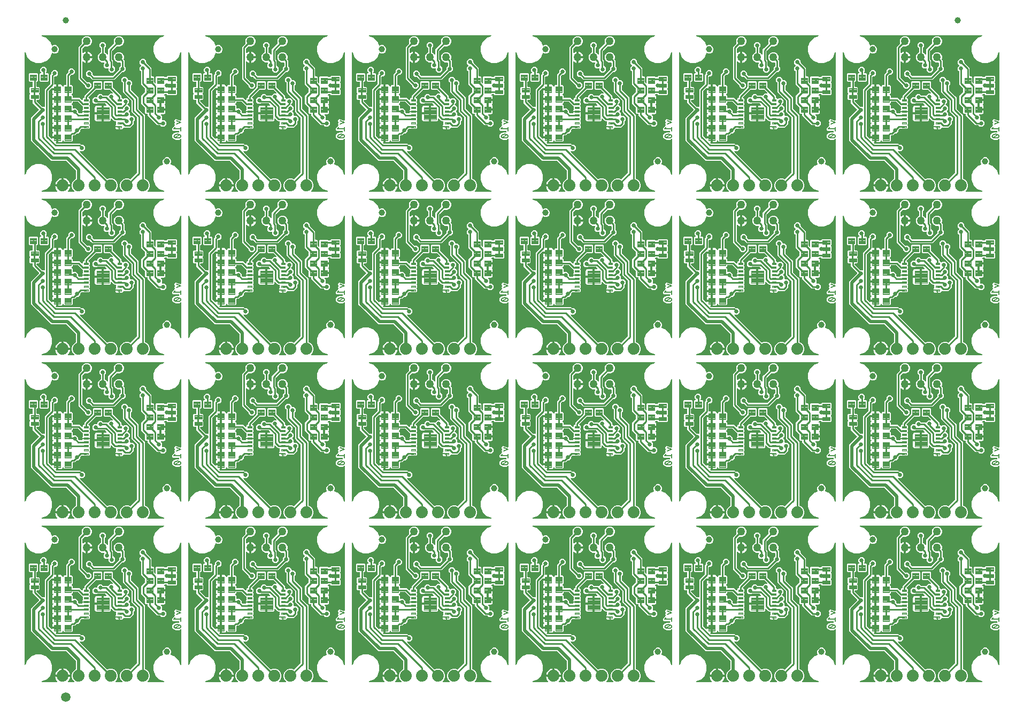
<source format=gbl>
G04 EAGLE Gerber RS-274X export*
G75*
%MOMM*%
%FSLAX34Y34*%
%LPD*%
%INBottom Copper*%
%IPPOS*%
%AMOC8*
5,1,8,0,0,1.08239X$1,22.5*%
G01*
%ADD10C,0.203200*%
%ADD11C,1.879600*%
%ADD12C,0.101500*%
%ADD13C,0.100000*%
%ADD14C,1.000000*%
%ADD15C,0.099059*%
%ADD16C,1.270000*%
%ADD17C,1.500000*%
%ADD18C,0.660400*%
%ADD19C,0.254000*%
%ADD20C,0.508000*%
%ADD21C,0.228600*%

G36*
X1090748Y2802D02*
X1090748Y2802D01*
X1090800Y2801D01*
X1090879Y2822D01*
X1090960Y2835D01*
X1091006Y2857D01*
X1091056Y2871D01*
X1091125Y2915D01*
X1091199Y2950D01*
X1091237Y2986D01*
X1091280Y3013D01*
X1091333Y3076D01*
X1091393Y3132D01*
X1091419Y3176D01*
X1091452Y3216D01*
X1091485Y3291D01*
X1091525Y3362D01*
X1091537Y3413D01*
X1091557Y3460D01*
X1091565Y3542D01*
X1091583Y3622D01*
X1091579Y3673D01*
X1091584Y3725D01*
X1091568Y3805D01*
X1091561Y3887D01*
X1091542Y3935D01*
X1091532Y3985D01*
X1091504Y4029D01*
X1091462Y4134D01*
X1091349Y4273D01*
X1091325Y4311D01*
X1090714Y4922D01*
X1089609Y6443D01*
X1088756Y8117D01*
X1088175Y9904D01*
X1088014Y10923D01*
X1098931Y10923D01*
X1099032Y10938D01*
X1099135Y10946D01*
X1099163Y10958D01*
X1099194Y10963D01*
X1099286Y11007D01*
X1099381Y11045D01*
X1099405Y11065D01*
X1099433Y11078D01*
X1099508Y11148D01*
X1099588Y11213D01*
X1099605Y11239D01*
X1099627Y11260D01*
X1099678Y11349D01*
X1099735Y11434D01*
X1099740Y11458D01*
X1099759Y11490D01*
X1099817Y11750D01*
X1099814Y11788D01*
X1099819Y11811D01*
X1099819Y12701D01*
X1099821Y12701D01*
X1099821Y11811D01*
X1099836Y11709D01*
X1099845Y11607D01*
X1099856Y11579D01*
X1099861Y11548D01*
X1099905Y11456D01*
X1099944Y11360D01*
X1099963Y11337D01*
X1099976Y11309D01*
X1100046Y11234D01*
X1100111Y11154D01*
X1100137Y11137D01*
X1100158Y11115D01*
X1100247Y11064D01*
X1100332Y11007D01*
X1100356Y11001D01*
X1100389Y10983D01*
X1100648Y10925D01*
X1100686Y10928D01*
X1100709Y10923D01*
X1111626Y10923D01*
X1111465Y9904D01*
X1110884Y8117D01*
X1110031Y6443D01*
X1108926Y4922D01*
X1108315Y4311D01*
X1108284Y4270D01*
X1108247Y4234D01*
X1108206Y4163D01*
X1108157Y4097D01*
X1108140Y4048D01*
X1108115Y4004D01*
X1108097Y3924D01*
X1108070Y3846D01*
X1108068Y3794D01*
X1108057Y3744D01*
X1108064Y3662D01*
X1108061Y3580D01*
X1108074Y3531D01*
X1108079Y3479D01*
X1108109Y3403D01*
X1108131Y3324D01*
X1108158Y3280D01*
X1108178Y3232D01*
X1108229Y3169D01*
X1108273Y3100D01*
X1108313Y3066D01*
X1108345Y3026D01*
X1108413Y2981D01*
X1108476Y2928D01*
X1108523Y2907D01*
X1108566Y2879D01*
X1108617Y2867D01*
X1108720Y2823D01*
X1108899Y2805D01*
X1108943Y2795D01*
X1117175Y2795D01*
X1117226Y2802D01*
X1117277Y2801D01*
X1117356Y2822D01*
X1117437Y2835D01*
X1117484Y2857D01*
X1117534Y2871D01*
X1117603Y2915D01*
X1117677Y2950D01*
X1117714Y2985D01*
X1117758Y3013D01*
X1117811Y3076D01*
X1117871Y3132D01*
X1117897Y3176D01*
X1117930Y3216D01*
X1117962Y3291D01*
X1118003Y3362D01*
X1118014Y3413D01*
X1118034Y3460D01*
X1118043Y3542D01*
X1118061Y3622D01*
X1118057Y3673D01*
X1118062Y3725D01*
X1118046Y3805D01*
X1118039Y3887D01*
X1118020Y3935D01*
X1118010Y3985D01*
X1117982Y4029D01*
X1117940Y4134D01*
X1117827Y4273D01*
X1117803Y4311D01*
X1115745Y6369D01*
X1114043Y10477D01*
X1114043Y14923D01*
X1115745Y19031D01*
X1118889Y22175D01*
X1120353Y22782D01*
X1120406Y22814D01*
X1120464Y22837D01*
X1120519Y22882D01*
X1120581Y22919D01*
X1120622Y22965D01*
X1120670Y23004D01*
X1120710Y23064D01*
X1120757Y23117D01*
X1120783Y23174D01*
X1120817Y23225D01*
X1120828Y23272D01*
X1120867Y23359D01*
X1120894Y23572D01*
X1120901Y23602D01*
X1120901Y35943D01*
X1120898Y35964D01*
X1120900Y35985D01*
X1120878Y36095D01*
X1120861Y36206D01*
X1120852Y36225D01*
X1120848Y36246D01*
X1120824Y36284D01*
X1120746Y36445D01*
X1120669Y36528D01*
X1120641Y36571D01*
X1105911Y51301D01*
X1105894Y51314D01*
X1105881Y51330D01*
X1105788Y51392D01*
X1105697Y51459D01*
X1105677Y51466D01*
X1105660Y51477D01*
X1105615Y51487D01*
X1105446Y51546D01*
X1105334Y51550D01*
X1105283Y51561D01*
X1081521Y51561D01*
X1049781Y83301D01*
X1049781Y119899D01*
X1052571Y122689D01*
X1062232Y132350D01*
X1062293Y132433D01*
X1062360Y132511D01*
X1062372Y132539D01*
X1062390Y132564D01*
X1062424Y132661D01*
X1062464Y132755D01*
X1062467Y132786D01*
X1062477Y132815D01*
X1062481Y132917D01*
X1062492Y133020D01*
X1062485Y133050D01*
X1062487Y133081D01*
X1062460Y133180D01*
X1062439Y133280D01*
X1062427Y133301D01*
X1062417Y133337D01*
X1062274Y133561D01*
X1062245Y133586D01*
X1062232Y133606D01*
X1052321Y143517D01*
X1052321Y147574D01*
X1052306Y147676D01*
X1052298Y147778D01*
X1052286Y147806D01*
X1052281Y147837D01*
X1052237Y147929D01*
X1052199Y148025D01*
X1052179Y148048D01*
X1052166Y148076D01*
X1052096Y148151D01*
X1052031Y148231D01*
X1052005Y148248D01*
X1051984Y148270D01*
X1051895Y148321D01*
X1051810Y148378D01*
X1051786Y148384D01*
X1051754Y148402D01*
X1051494Y148460D01*
X1051456Y148457D01*
X1051433Y148462D01*
X1048573Y148462D01*
X1047241Y149794D01*
X1047241Y157292D01*
X1048072Y158122D01*
X1048132Y158205D01*
X1048199Y158283D01*
X1048211Y158311D01*
X1048229Y158336D01*
X1048263Y158433D01*
X1048303Y158527D01*
X1048307Y158558D01*
X1048317Y158587D01*
X1048320Y158689D01*
X1048331Y158792D01*
X1048325Y158822D01*
X1048326Y158853D01*
X1048299Y158952D01*
X1048279Y159052D01*
X1048266Y159072D01*
X1048256Y159109D01*
X1048113Y159333D01*
X1048084Y159358D01*
X1048072Y159378D01*
X1047241Y160208D01*
X1047241Y167706D01*
X1048573Y169038D01*
X1051433Y169038D01*
X1051535Y169053D01*
X1051637Y169061D01*
X1051665Y169073D01*
X1051696Y169078D01*
X1051788Y169122D01*
X1051884Y169160D01*
X1051907Y169180D01*
X1051935Y169193D01*
X1052010Y169263D01*
X1052090Y169328D01*
X1052107Y169354D01*
X1052129Y169375D01*
X1052180Y169464D01*
X1052237Y169549D01*
X1052243Y169573D01*
X1052261Y169605D01*
X1052319Y169865D01*
X1052316Y169903D01*
X1052321Y169926D01*
X1052321Y176483D01*
X1052306Y176585D01*
X1052298Y176687D01*
X1052286Y176715D01*
X1052281Y176746D01*
X1052237Y176838D01*
X1052199Y176934D01*
X1052179Y176957D01*
X1052166Y176985D01*
X1052096Y177060D01*
X1052031Y177140D01*
X1052005Y177157D01*
X1051984Y177179D01*
X1051895Y177230D01*
X1051810Y177287D01*
X1051786Y177293D01*
X1051754Y177311D01*
X1051494Y177369D01*
X1051456Y177366D01*
X1051433Y177371D01*
X1047276Y177371D01*
X1045941Y178706D01*
X1045941Y189594D01*
X1047276Y190929D01*
X1059164Y190929D01*
X1060499Y189594D01*
X1060499Y178706D01*
X1059143Y177351D01*
X1059103Y177348D01*
X1059075Y177336D01*
X1059044Y177331D01*
X1058952Y177287D01*
X1058856Y177249D01*
X1058833Y177229D01*
X1058805Y177216D01*
X1058730Y177146D01*
X1058650Y177081D01*
X1058633Y177055D01*
X1058611Y177034D01*
X1058560Y176945D01*
X1058503Y176860D01*
X1058497Y176836D01*
X1058479Y176804D01*
X1058421Y176544D01*
X1058424Y176506D01*
X1058419Y176483D01*
X1058419Y169926D01*
X1058434Y169824D01*
X1058442Y169722D01*
X1058454Y169694D01*
X1058459Y169663D01*
X1058503Y169571D01*
X1058541Y169475D01*
X1058561Y169452D01*
X1058574Y169424D01*
X1058644Y169349D01*
X1058709Y169269D01*
X1058735Y169252D01*
X1058756Y169230D01*
X1058845Y169179D01*
X1058930Y169122D01*
X1058954Y169116D01*
X1058986Y169098D01*
X1059246Y169040D01*
X1059284Y169043D01*
X1059307Y169038D01*
X1062167Y169038D01*
X1063499Y167706D01*
X1063499Y160208D01*
X1062668Y159378D01*
X1062608Y159295D01*
X1062541Y159217D01*
X1062529Y159189D01*
X1062511Y159164D01*
X1062477Y159067D01*
X1062437Y158973D01*
X1062434Y158942D01*
X1062423Y158913D01*
X1062420Y158810D01*
X1062409Y158708D01*
X1062415Y158678D01*
X1062414Y158647D01*
X1062441Y158548D01*
X1062461Y158448D01*
X1062474Y158427D01*
X1062484Y158391D01*
X1062627Y158167D01*
X1062656Y158142D01*
X1062668Y158122D01*
X1063499Y157292D01*
X1063499Y149794D01*
X1062167Y148462D01*
X1059307Y148462D01*
X1059205Y148447D01*
X1059103Y148439D01*
X1059075Y148427D01*
X1059044Y148422D01*
X1058952Y148378D01*
X1058856Y148340D01*
X1058833Y148320D01*
X1058805Y148307D01*
X1058730Y148237D01*
X1058650Y148172D01*
X1058633Y148146D01*
X1058611Y148125D01*
X1058560Y148036D01*
X1058503Y147951D01*
X1058497Y147927D01*
X1058479Y147895D01*
X1058421Y147635D01*
X1058424Y147597D01*
X1058419Y147574D01*
X1058419Y146411D01*
X1058422Y146390D01*
X1058420Y146369D01*
X1058442Y146259D01*
X1058459Y146148D01*
X1058468Y146129D01*
X1058472Y146108D01*
X1058496Y146070D01*
X1058574Y145909D01*
X1058651Y145826D01*
X1058679Y145783D01*
X1067041Y137421D01*
X1067058Y137408D01*
X1067071Y137392D01*
X1067164Y137330D01*
X1067255Y137263D01*
X1067274Y137256D01*
X1067292Y137245D01*
X1067336Y137235D01*
X1067506Y137176D01*
X1067618Y137172D01*
X1067669Y137161D01*
X1070483Y137161D01*
X1070585Y137176D01*
X1070687Y137184D01*
X1070715Y137196D01*
X1070746Y137201D01*
X1070838Y137245D01*
X1070934Y137283D01*
X1070957Y137303D01*
X1070985Y137316D01*
X1071060Y137386D01*
X1071140Y137451D01*
X1071157Y137477D01*
X1071179Y137498D01*
X1071230Y137587D01*
X1071287Y137672D01*
X1071293Y137696D01*
X1071311Y137728D01*
X1071369Y137988D01*
X1071366Y138026D01*
X1071371Y138049D01*
X1071371Y165093D01*
X1080001Y173723D01*
X1080014Y173740D01*
X1080030Y173753D01*
X1080092Y173846D01*
X1080159Y173937D01*
X1080166Y173956D01*
X1080177Y173974D01*
X1080187Y174018D01*
X1080246Y174188D01*
X1080250Y174300D01*
X1080261Y174351D01*
X1080261Y187953D01*
X1081779Y189471D01*
X1081792Y189488D01*
X1081808Y189501D01*
X1081870Y189594D01*
X1081937Y189685D01*
X1081944Y189704D01*
X1081955Y189722D01*
X1081965Y189766D01*
X1082024Y189936D01*
X1082028Y190048D01*
X1082039Y190099D01*
X1082039Y192605D01*
X1085015Y195581D01*
X1089225Y195581D01*
X1092201Y192605D01*
X1092201Y188395D01*
X1089225Y185419D01*
X1087247Y185419D01*
X1087145Y185404D01*
X1087043Y185396D01*
X1087015Y185384D01*
X1086984Y185379D01*
X1086892Y185335D01*
X1086796Y185297D01*
X1086773Y185277D01*
X1086745Y185264D01*
X1086670Y185194D01*
X1086590Y185129D01*
X1086573Y185103D01*
X1086551Y185082D01*
X1086500Y184993D01*
X1086443Y184908D01*
X1086437Y184884D01*
X1086419Y184852D01*
X1086361Y184592D01*
X1086364Y184554D01*
X1086359Y184531D01*
X1086359Y173529D01*
X1086374Y173427D01*
X1086382Y173325D01*
X1086394Y173297D01*
X1086399Y173266D01*
X1086443Y173174D01*
X1086481Y173078D01*
X1086501Y173055D01*
X1086514Y173027D01*
X1086584Y172952D01*
X1086649Y172872D01*
X1086675Y172855D01*
X1086696Y172833D01*
X1086785Y172782D01*
X1086870Y172725D01*
X1086894Y172719D01*
X1086926Y172701D01*
X1087186Y172643D01*
X1087224Y172646D01*
X1087247Y172641D01*
X1089543Y172641D01*
X1089543Y166877D01*
X1082999Y166877D01*
X1082989Y166890D01*
X1082965Y166906D01*
X1082942Y166930D01*
X1082898Y166955D01*
X1082858Y166989D01*
X1082808Y167010D01*
X1082768Y167037D01*
X1082746Y167042D01*
X1082712Y167062D01*
X1082661Y167073D01*
X1082614Y167093D01*
X1082532Y167102D01*
X1082452Y167119D01*
X1082412Y167116D01*
X1082391Y167121D01*
X1082390Y167121D01*
X1082372Y167118D01*
X1082349Y167121D01*
X1082269Y167104D01*
X1082187Y167098D01*
X1082157Y167086D01*
X1082128Y167081D01*
X1082110Y167073D01*
X1082089Y167069D01*
X1082048Y167043D01*
X1082039Y167039D01*
X1081940Y166999D01*
X1081916Y166979D01*
X1081888Y166965D01*
X1081814Y166896D01*
X1081801Y166886D01*
X1081763Y166861D01*
X1077729Y162827D01*
X1077716Y162810D01*
X1077700Y162797D01*
X1077638Y162704D01*
X1077571Y162613D01*
X1077564Y162594D01*
X1077553Y162576D01*
X1077543Y162532D01*
X1077484Y162362D01*
X1077480Y162250D01*
X1077469Y162199D01*
X1077469Y91801D01*
X1077472Y91780D01*
X1077470Y91759D01*
X1077492Y91649D01*
X1077509Y91538D01*
X1077518Y91519D01*
X1077522Y91498D01*
X1077546Y91460D01*
X1077624Y91299D01*
X1077701Y91216D01*
X1077729Y91173D01*
X1081763Y87139D01*
X1081804Y87108D01*
X1081840Y87070D01*
X1081911Y87030D01*
X1081977Y86981D01*
X1082026Y86964D01*
X1082070Y86938D01*
X1082150Y86921D01*
X1082228Y86894D01*
X1082280Y86892D01*
X1082330Y86881D01*
X1082412Y86887D01*
X1082494Y86884D01*
X1082543Y86898D01*
X1082595Y86902D01*
X1082671Y86933D01*
X1082750Y86954D01*
X1082794Y86982D01*
X1082842Y87001D01*
X1082905Y87053D01*
X1082974Y87097D01*
X1082996Y87123D01*
X1089543Y87123D01*
X1089543Y81342D01*
X1089505Y81332D01*
X1089424Y81319D01*
X1089377Y81297D01*
X1089328Y81283D01*
X1089258Y81239D01*
X1089185Y81204D01*
X1089147Y81168D01*
X1089103Y81141D01*
X1089050Y81078D01*
X1088990Y81022D01*
X1088965Y80977D01*
X1088931Y80938D01*
X1088899Y80863D01*
X1088858Y80792D01*
X1088847Y80741D01*
X1088827Y80694D01*
X1088818Y80612D01*
X1088801Y80532D01*
X1088805Y80481D01*
X1088799Y80429D01*
X1088816Y80349D01*
X1088822Y80267D01*
X1088841Y80219D01*
X1088852Y80169D01*
X1088879Y80125D01*
X1088921Y80020D01*
X1089034Y79881D01*
X1089059Y79843D01*
X1089393Y79509D01*
X1089410Y79496D01*
X1089423Y79480D01*
X1089516Y79418D01*
X1089607Y79351D01*
X1089627Y79344D01*
X1089644Y79333D01*
X1089688Y79323D01*
X1089858Y79264D01*
X1089970Y79260D01*
X1090021Y79249D01*
X1127753Y79249D01*
X1129271Y77731D01*
X1129288Y77718D01*
X1129301Y77702D01*
X1129394Y77640D01*
X1129485Y77573D01*
X1129504Y77566D01*
X1129522Y77555D01*
X1129566Y77545D01*
X1129736Y77486D01*
X1129848Y77482D01*
X1129899Y77471D01*
X1132405Y77471D01*
X1135381Y74495D01*
X1135381Y70285D01*
X1132405Y67309D01*
X1127867Y67309D01*
X1127816Y67302D01*
X1127764Y67303D01*
X1127685Y67282D01*
X1127604Y67269D01*
X1127557Y67247D01*
X1127508Y67233D01*
X1127438Y67189D01*
X1127365Y67154D01*
X1127327Y67119D01*
X1127283Y67091D01*
X1127230Y67028D01*
X1127170Y66972D01*
X1127145Y66928D01*
X1127111Y66888D01*
X1127079Y66813D01*
X1127038Y66742D01*
X1127027Y66691D01*
X1127007Y66644D01*
X1126998Y66562D01*
X1126981Y66482D01*
X1126985Y66431D01*
X1126979Y66379D01*
X1126996Y66299D01*
X1127002Y66217D01*
X1127021Y66169D01*
X1127031Y66119D01*
X1127059Y66075D01*
X1127101Y65970D01*
X1127214Y65831D01*
X1127239Y65793D01*
X1170095Y22937D01*
X1170145Y22900D01*
X1170188Y22856D01*
X1170251Y22822D01*
X1170309Y22779D01*
X1170367Y22759D01*
X1170422Y22729D01*
X1170492Y22715D01*
X1170560Y22692D01*
X1170622Y22690D01*
X1170683Y22678D01*
X1170730Y22686D01*
X1170825Y22683D01*
X1171032Y22739D01*
X1171063Y22744D01*
X1173797Y23877D01*
X1178243Y23877D01*
X1182351Y22175D01*
X1185495Y19031D01*
X1187197Y14923D01*
X1187197Y10477D01*
X1185495Y6369D01*
X1183437Y4311D01*
X1183407Y4270D01*
X1183369Y4234D01*
X1183328Y4163D01*
X1183280Y4097D01*
X1183263Y4048D01*
X1183237Y4004D01*
X1183219Y3924D01*
X1183192Y3846D01*
X1183190Y3794D01*
X1183179Y3744D01*
X1183186Y3662D01*
X1183183Y3580D01*
X1183197Y3531D01*
X1183201Y3479D01*
X1183231Y3403D01*
X1183253Y3324D01*
X1183281Y3280D01*
X1183300Y3232D01*
X1183352Y3169D01*
X1183396Y3100D01*
X1183435Y3066D01*
X1183467Y3026D01*
X1183536Y2981D01*
X1183598Y2928D01*
X1183646Y2907D01*
X1183689Y2879D01*
X1183739Y2867D01*
X1183843Y2823D01*
X1184021Y2805D01*
X1184065Y2795D01*
X1193375Y2795D01*
X1193426Y2802D01*
X1193477Y2801D01*
X1193556Y2822D01*
X1193637Y2835D01*
X1193684Y2857D01*
X1193734Y2871D01*
X1193803Y2915D01*
X1193877Y2950D01*
X1193914Y2985D01*
X1193958Y3013D01*
X1194011Y3076D01*
X1194071Y3132D01*
X1194097Y3176D01*
X1194130Y3216D01*
X1194162Y3291D01*
X1194203Y3362D01*
X1194214Y3413D01*
X1194234Y3460D01*
X1194243Y3542D01*
X1194261Y3622D01*
X1194257Y3673D01*
X1194262Y3725D01*
X1194246Y3805D01*
X1194239Y3887D01*
X1194220Y3935D01*
X1194210Y3985D01*
X1194182Y4029D01*
X1194140Y4134D01*
X1194027Y4273D01*
X1194003Y4311D01*
X1191945Y6369D01*
X1190243Y10477D01*
X1190243Y14923D01*
X1191945Y19031D01*
X1195089Y22175D01*
X1199197Y23877D01*
X1203643Y23877D01*
X1206377Y22744D01*
X1206437Y22729D01*
X1206494Y22705D01*
X1206566Y22698D01*
X1206635Y22680D01*
X1206697Y22684D01*
X1206759Y22678D01*
X1206829Y22692D01*
X1206901Y22696D01*
X1206959Y22718D01*
X1207020Y22730D01*
X1207060Y22756D01*
X1207150Y22789D01*
X1207319Y22920D01*
X1207345Y22937D01*
X1217161Y32753D01*
X1217174Y32770D01*
X1217190Y32783D01*
X1217252Y32876D01*
X1217319Y32967D01*
X1217326Y32986D01*
X1217337Y33004D01*
X1217347Y33048D01*
X1217406Y33218D01*
X1217410Y33330D01*
X1217421Y33381D01*
X1217421Y120289D01*
X1217418Y120310D01*
X1217420Y120331D01*
X1217398Y120441D01*
X1217381Y120552D01*
X1217372Y120571D01*
X1217368Y120592D01*
X1217344Y120630D01*
X1217266Y120791D01*
X1217189Y120874D01*
X1217161Y120917D01*
X1210577Y127501D01*
X1208531Y129547D01*
X1208531Y146959D01*
X1208528Y146980D01*
X1208530Y147001D01*
X1208508Y147111D01*
X1208491Y147222D01*
X1208482Y147241D01*
X1208478Y147262D01*
X1208454Y147300D01*
X1208376Y147461D01*
X1208299Y147544D01*
X1208271Y147587D01*
X1195069Y160789D01*
X1195069Y175582D01*
X1195066Y175602D01*
X1195068Y175623D01*
X1195046Y175734D01*
X1195029Y175844D01*
X1195020Y175863D01*
X1195016Y175884D01*
X1194992Y175922D01*
X1194914Y176084D01*
X1194837Y176166D01*
X1194809Y176210D01*
X1193037Y177981D01*
X1193037Y182191D01*
X1196013Y185167D01*
X1200223Y185167D01*
X1203199Y182191D01*
X1203199Y180721D01*
X1203214Y180619D01*
X1203222Y180517D01*
X1203234Y180489D01*
X1203239Y180458D01*
X1203283Y180366D01*
X1203321Y180270D01*
X1203341Y180247D01*
X1203354Y180219D01*
X1203424Y180144D01*
X1203489Y180064D01*
X1203515Y180047D01*
X1203536Y180025D01*
X1203625Y179974D01*
X1203710Y179917D01*
X1203734Y179911D01*
X1203766Y179893D01*
X1204026Y179835D01*
X1204064Y179838D01*
X1204087Y179833D01*
X1207081Y179833D01*
X1210057Y176857D01*
X1210057Y172647D01*
X1208285Y170876D01*
X1208272Y170859D01*
X1208256Y170845D01*
X1208194Y170752D01*
X1208127Y170662D01*
X1208120Y170642D01*
X1208109Y170624D01*
X1208099Y170580D01*
X1208040Y170411D01*
X1208036Y170298D01*
X1208025Y170248D01*
X1208025Y164445D01*
X1208028Y164424D01*
X1208026Y164403D01*
X1208043Y164315D01*
X1208048Y164252D01*
X1208057Y164231D01*
X1208065Y164182D01*
X1208074Y164163D01*
X1208078Y164142D01*
X1208102Y164104D01*
X1208136Y164034D01*
X1208147Y164006D01*
X1208153Y163999D01*
X1208180Y163943D01*
X1208257Y163860D01*
X1208285Y163817D01*
X1217663Y154439D01*
X1219709Y152393D01*
X1219709Y134981D01*
X1219712Y134960D01*
X1219710Y134939D01*
X1219732Y134829D01*
X1219749Y134718D01*
X1219758Y134699D01*
X1219762Y134678D01*
X1219786Y134640D01*
X1219864Y134479D01*
X1219941Y134396D01*
X1219969Y134353D01*
X1227823Y126499D01*
X1229869Y124453D01*
X1229869Y24128D01*
X1229878Y24067D01*
X1229877Y24005D01*
X1229898Y23936D01*
X1229909Y23865D01*
X1229936Y23810D01*
X1229953Y23750D01*
X1229993Y23691D01*
X1230024Y23626D01*
X1230067Y23581D01*
X1230101Y23529D01*
X1230140Y23502D01*
X1230206Y23432D01*
X1230392Y23326D01*
X1230417Y23308D01*
X1233151Y22175D01*
X1236295Y19031D01*
X1237997Y14923D01*
X1237997Y10477D01*
X1236295Y6369D01*
X1234237Y4311D01*
X1234207Y4270D01*
X1234169Y4234D01*
X1234128Y4163D01*
X1234080Y4097D01*
X1234063Y4048D01*
X1234037Y4004D01*
X1234019Y3924D01*
X1233992Y3846D01*
X1233990Y3794D01*
X1233979Y3744D01*
X1233986Y3662D01*
X1233983Y3580D01*
X1233997Y3531D01*
X1234001Y3479D01*
X1234031Y3403D01*
X1234053Y3324D01*
X1234081Y3280D01*
X1234100Y3232D01*
X1234152Y3169D01*
X1234196Y3100D01*
X1234235Y3066D01*
X1234267Y3026D01*
X1234336Y2981D01*
X1234398Y2928D01*
X1234446Y2907D01*
X1234489Y2879D01*
X1234539Y2867D01*
X1234643Y2823D01*
X1234821Y2805D01*
X1234865Y2795D01*
X1259273Y2795D01*
X1259364Y2809D01*
X1259456Y2814D01*
X1259495Y2828D01*
X1259536Y2835D01*
X1259619Y2875D01*
X1259705Y2907D01*
X1259738Y2932D01*
X1259775Y2950D01*
X1259843Y3013D01*
X1259916Y3070D01*
X1259939Y3104D01*
X1259969Y3132D01*
X1260015Y3212D01*
X1260068Y3287D01*
X1260081Y3327D01*
X1260101Y3362D01*
X1260121Y3452D01*
X1260150Y3540D01*
X1260150Y3582D01*
X1260159Y3622D01*
X1260152Y3714D01*
X1260153Y3806D01*
X1260141Y3846D01*
X1260137Y3887D01*
X1260103Y3973D01*
X1260077Y4061D01*
X1260054Y4095D01*
X1260038Y4134D01*
X1259980Y4205D01*
X1259929Y4282D01*
X1259903Y4300D01*
X1259871Y4340D01*
X1259650Y4487D01*
X1259630Y4492D01*
X1259613Y4504D01*
X1252834Y7312D01*
X1246832Y13314D01*
X1243583Y21156D01*
X1243583Y29644D01*
X1246832Y37486D01*
X1252834Y43488D01*
X1258652Y45898D01*
X1258740Y45951D01*
X1258831Y45998D01*
X1258853Y46020D01*
X1258879Y46036D01*
X1258948Y46112D01*
X1259021Y46184D01*
X1259036Y46211D01*
X1259056Y46234D01*
X1259099Y46327D01*
X1259147Y46418D01*
X1259153Y46448D01*
X1259166Y46476D01*
X1259179Y46578D01*
X1259199Y46679D01*
X1259195Y46702D01*
X1259200Y46740D01*
X1259154Y47002D01*
X1259137Y47035D01*
X1259132Y47059D01*
X1258141Y49452D01*
X1258141Y52148D01*
X1259173Y54640D01*
X1261080Y56547D01*
X1263572Y57579D01*
X1266268Y57579D01*
X1268760Y56547D01*
X1270667Y54640D01*
X1271699Y52148D01*
X1271699Y49452D01*
X1270708Y47059D01*
X1270683Y46959D01*
X1270651Y46861D01*
X1270651Y46831D01*
X1270644Y46801D01*
X1270650Y46698D01*
X1270649Y46596D01*
X1270657Y46566D01*
X1270659Y46535D01*
X1270695Y46439D01*
X1270724Y46341D01*
X1270742Y46315D01*
X1270752Y46286D01*
X1270815Y46205D01*
X1270872Y46120D01*
X1270892Y46106D01*
X1270915Y46076D01*
X1271133Y45924D01*
X1271169Y45912D01*
X1271188Y45898D01*
X1277006Y43488D01*
X1283008Y37486D01*
X1285816Y30707D01*
X1285864Y30628D01*
X1285904Y30545D01*
X1285932Y30515D01*
X1285954Y30480D01*
X1286023Y30418D01*
X1286086Y30351D01*
X1286122Y30330D01*
X1286152Y30303D01*
X1286236Y30265D01*
X1286316Y30219D01*
X1286357Y30210D01*
X1286394Y30193D01*
X1286486Y30181D01*
X1286576Y30161D01*
X1286617Y30164D01*
X1286658Y30159D01*
X1286749Y30175D01*
X1286841Y30183D01*
X1286879Y30198D01*
X1286920Y30205D01*
X1287002Y30247D01*
X1287088Y30282D01*
X1287120Y30308D01*
X1287156Y30326D01*
X1287222Y30391D01*
X1287294Y30449D01*
X1287317Y30483D01*
X1287346Y30512D01*
X1287390Y30593D01*
X1287441Y30670D01*
X1287448Y30701D01*
X1287473Y30746D01*
X1287524Y31007D01*
X1287521Y31027D01*
X1287525Y31047D01*
X1287525Y85527D01*
X1287520Y85564D01*
X1287522Y85601D01*
X1287500Y85695D01*
X1287485Y85789D01*
X1287469Y85823D01*
X1287460Y85860D01*
X1287411Y85942D01*
X1287370Y86029D01*
X1287344Y86056D01*
X1287325Y86089D01*
X1287254Y86153D01*
X1287188Y86223D01*
X1287156Y86242D01*
X1287128Y86267D01*
X1287041Y86307D01*
X1286958Y86355D01*
X1286921Y86363D01*
X1286887Y86379D01*
X1286792Y86392D01*
X1286698Y86413D01*
X1286661Y86410D01*
X1286623Y86415D01*
X1286572Y86402D01*
X1286433Y86391D01*
X1286299Y86337D01*
X1286248Y86325D01*
X1284104Y85280D01*
X1278756Y85280D01*
X1277451Y85916D01*
X1277198Y85995D01*
X1277174Y85996D01*
X1277160Y86000D01*
X1277008Y86017D01*
X1276982Y86050D01*
X1276980Y86051D01*
X1276979Y86053D01*
X1276973Y86057D01*
X1276786Y86230D01*
X1276712Y86266D01*
X1276677Y86293D01*
X1276558Y86352D01*
X1276490Y86373D01*
X1276456Y86394D01*
X1275159Y86838D01*
X1273301Y89440D01*
X1273301Y92636D01*
X1275159Y95237D01*
X1276456Y95682D01*
X1276519Y95715D01*
X1276557Y95724D01*
X1278756Y96796D01*
X1283376Y96796D01*
X1283427Y96804D01*
X1283478Y96802D01*
X1283558Y96823D01*
X1283639Y96836D01*
X1283685Y96858D01*
X1283735Y96872D01*
X1283804Y96916D01*
X1283878Y96951D01*
X1283916Y96987D01*
X1283959Y97014D01*
X1284012Y97077D01*
X1284072Y97133D01*
X1284098Y97178D01*
X1284131Y97217D01*
X1284164Y97293D01*
X1284204Y97364D01*
X1284215Y97414D01*
X1284236Y97461D01*
X1284244Y97543D01*
X1284262Y97623D01*
X1284258Y97675D01*
X1284263Y97726D01*
X1284247Y97806D01*
X1284240Y97888D01*
X1284221Y97936D01*
X1284211Y97987D01*
X1284183Y98030D01*
X1284141Y98135D01*
X1284028Y98274D01*
X1284004Y98312D01*
X1283969Y98347D01*
X1283969Y98785D01*
X1283954Y98886D01*
X1283946Y98989D01*
X1283934Y99017D01*
X1283929Y99048D01*
X1283885Y99140D01*
X1283847Y99235D01*
X1283827Y99259D01*
X1283814Y99287D01*
X1283744Y99362D01*
X1283679Y99442D01*
X1283653Y99459D01*
X1283632Y99481D01*
X1283543Y99532D01*
X1283458Y99589D01*
X1283434Y99594D01*
X1283402Y99613D01*
X1283142Y99671D01*
X1283104Y99668D01*
X1283081Y99673D01*
X1276300Y99673D01*
X1276238Y99664D01*
X1276202Y99668D01*
X1275226Y99559D01*
X1275181Y99589D01*
X1275159Y99594D01*
X1275129Y99612D01*
X1274962Y99650D01*
X1274264Y100347D01*
X1274214Y100384D01*
X1274191Y100413D01*
X1273424Y101026D01*
X1273413Y101080D01*
X1273401Y101098D01*
X1273392Y101132D01*
X1273301Y101277D01*
X1273301Y102264D01*
X1273292Y102326D01*
X1273296Y102362D01*
X1273187Y103338D01*
X1273217Y103383D01*
X1273222Y103405D01*
X1273240Y103435D01*
X1273278Y103602D01*
X1273975Y104300D01*
X1274013Y104350D01*
X1274041Y104373D01*
X1274056Y104392D01*
X1274057Y104392D01*
X1274767Y105280D01*
X1275478Y106168D01*
X1275478Y106169D01*
X1276188Y107057D01*
X1276899Y107945D01*
X1277035Y108115D01*
X1277092Y108214D01*
X1277153Y108310D01*
X1277158Y108329D01*
X1277168Y108345D01*
X1277193Y108456D01*
X1277223Y108567D01*
X1277222Y108582D01*
X1277227Y108604D01*
X1277207Y108869D01*
X1277187Y108919D01*
X1277184Y108951D01*
X1276635Y110599D01*
X1277514Y112358D01*
X1277540Y112437D01*
X1277575Y112514D01*
X1277581Y112563D01*
X1277596Y112610D01*
X1277597Y112694D01*
X1277608Y112778D01*
X1277599Y112813D01*
X1277600Y112876D01*
X1277524Y113131D01*
X1277516Y113143D01*
X1277514Y113152D01*
X1276635Y114911D01*
X1277367Y117107D01*
X1279438Y118143D01*
X1286356Y115837D01*
X1286467Y115818D01*
X1286576Y115793D01*
X1286597Y115795D01*
X1286618Y115791D01*
X1286730Y115806D01*
X1286841Y115815D01*
X1286860Y115823D01*
X1286882Y115825D01*
X1286984Y115872D01*
X1287088Y115914D01*
X1287104Y115927D01*
X1287123Y115936D01*
X1287207Y116011D01*
X1287294Y116081D01*
X1287306Y116099D01*
X1287322Y116113D01*
X1287379Y116209D01*
X1287441Y116303D01*
X1287445Y116319D01*
X1287458Y116341D01*
X1287522Y116599D01*
X1287519Y116649D01*
X1287525Y116679D01*
X1287525Y222953D01*
X1287511Y223044D01*
X1287506Y223136D01*
X1287492Y223175D01*
X1287485Y223216D01*
X1287445Y223299D01*
X1287413Y223385D01*
X1287388Y223418D01*
X1287370Y223455D01*
X1287307Y223523D01*
X1287250Y223596D01*
X1287216Y223619D01*
X1287188Y223649D01*
X1287108Y223695D01*
X1287033Y223748D01*
X1286993Y223761D01*
X1286958Y223781D01*
X1286868Y223801D01*
X1286780Y223830D01*
X1286738Y223830D01*
X1286698Y223839D01*
X1286606Y223832D01*
X1286514Y223833D01*
X1286474Y223821D01*
X1286433Y223817D01*
X1286347Y223783D01*
X1286259Y223757D01*
X1286225Y223734D01*
X1286186Y223718D01*
X1286115Y223660D01*
X1286038Y223609D01*
X1286020Y223583D01*
X1285980Y223551D01*
X1285833Y223330D01*
X1285828Y223310D01*
X1285816Y223293D01*
X1283008Y216514D01*
X1277006Y210512D01*
X1269164Y207263D01*
X1260676Y207263D01*
X1252834Y210512D01*
X1246832Y216514D01*
X1243583Y224356D01*
X1243583Y232844D01*
X1246832Y240686D01*
X1252834Y246688D01*
X1259613Y249496D01*
X1259692Y249544D01*
X1259775Y249584D01*
X1259805Y249612D01*
X1259840Y249634D01*
X1259902Y249703D01*
X1259969Y249766D01*
X1259990Y249802D01*
X1260017Y249832D01*
X1260055Y249916D01*
X1260101Y249996D01*
X1260110Y250037D01*
X1260127Y250074D01*
X1260139Y250166D01*
X1260159Y250256D01*
X1260156Y250297D01*
X1260161Y250338D01*
X1260145Y250429D01*
X1260137Y250521D01*
X1260122Y250559D01*
X1260115Y250600D01*
X1260073Y250682D01*
X1260038Y250768D01*
X1260012Y250800D01*
X1259994Y250836D01*
X1259929Y250902D01*
X1259871Y250974D01*
X1259837Y250997D01*
X1259808Y251026D01*
X1259727Y251070D01*
X1259650Y251121D01*
X1259619Y251128D01*
X1259574Y251153D01*
X1259313Y251204D01*
X1259293Y251201D01*
X1259273Y251205D01*
X1067367Y251205D01*
X1067276Y251191D01*
X1067184Y251186D01*
X1067145Y251172D01*
X1067104Y251165D01*
X1067021Y251125D01*
X1066935Y251093D01*
X1066902Y251068D01*
X1066865Y251050D01*
X1066797Y250987D01*
X1066724Y250930D01*
X1066701Y250896D01*
X1066671Y250868D01*
X1066625Y250788D01*
X1066572Y250713D01*
X1066559Y250673D01*
X1066539Y250638D01*
X1066519Y250548D01*
X1066490Y250460D01*
X1066490Y250418D01*
X1066481Y250378D01*
X1066488Y250286D01*
X1066487Y250194D01*
X1066499Y250154D01*
X1066503Y250113D01*
X1066537Y250027D01*
X1066563Y249939D01*
X1066586Y249905D01*
X1066602Y249866D01*
X1066660Y249795D01*
X1066711Y249718D01*
X1066737Y249700D01*
X1066769Y249660D01*
X1066990Y249513D01*
X1067010Y249508D01*
X1067027Y249496D01*
X1073806Y246688D01*
X1079808Y240686D01*
X1082218Y234868D01*
X1082271Y234780D01*
X1082318Y234689D01*
X1082340Y234667D01*
X1082356Y234641D01*
X1082432Y234572D01*
X1082504Y234499D01*
X1082531Y234484D01*
X1082554Y234464D01*
X1082647Y234421D01*
X1082738Y234373D01*
X1082768Y234367D01*
X1082796Y234354D01*
X1082898Y234341D01*
X1082999Y234321D01*
X1083022Y234325D01*
X1083060Y234320D01*
X1083322Y234366D01*
X1083355Y234383D01*
X1083379Y234388D01*
X1085772Y235379D01*
X1088468Y235379D01*
X1090960Y234347D01*
X1092867Y232440D01*
X1093899Y229948D01*
X1093899Y227252D01*
X1092867Y224760D01*
X1090960Y222853D01*
X1088468Y221821D01*
X1085772Y221821D01*
X1083379Y222812D01*
X1083279Y222837D01*
X1083181Y222869D01*
X1083151Y222869D01*
X1083121Y222876D01*
X1083018Y222870D01*
X1082916Y222871D01*
X1082886Y222863D01*
X1082855Y222861D01*
X1082759Y222825D01*
X1082661Y222796D01*
X1082635Y222778D01*
X1082606Y222768D01*
X1082525Y222705D01*
X1082440Y222648D01*
X1082426Y222628D01*
X1082396Y222605D01*
X1082244Y222387D01*
X1082232Y222351D01*
X1082218Y222332D01*
X1079808Y216514D01*
X1073806Y210512D01*
X1065964Y207263D01*
X1057476Y207263D01*
X1049634Y210512D01*
X1043632Y216514D01*
X1040824Y223293D01*
X1040776Y223372D01*
X1040736Y223455D01*
X1040708Y223485D01*
X1040686Y223520D01*
X1040617Y223582D01*
X1040554Y223649D01*
X1040518Y223670D01*
X1040488Y223697D01*
X1040404Y223735D01*
X1040324Y223781D01*
X1040283Y223790D01*
X1040246Y223807D01*
X1040154Y223819D01*
X1040064Y223839D01*
X1040023Y223836D01*
X1039982Y223841D01*
X1039891Y223825D01*
X1039799Y223817D01*
X1039761Y223802D01*
X1039720Y223795D01*
X1039638Y223753D01*
X1039552Y223718D01*
X1039520Y223692D01*
X1039484Y223674D01*
X1039418Y223609D01*
X1039346Y223551D01*
X1039323Y223517D01*
X1039294Y223488D01*
X1039250Y223407D01*
X1039199Y223330D01*
X1039192Y223299D01*
X1039167Y223254D01*
X1039116Y222993D01*
X1039119Y222973D01*
X1039115Y222953D01*
X1039115Y31047D01*
X1039129Y30956D01*
X1039134Y30864D01*
X1039148Y30825D01*
X1039155Y30784D01*
X1039195Y30701D01*
X1039227Y30615D01*
X1039252Y30582D01*
X1039270Y30545D01*
X1039333Y30477D01*
X1039390Y30404D01*
X1039424Y30381D01*
X1039452Y30351D01*
X1039532Y30305D01*
X1039607Y30252D01*
X1039647Y30239D01*
X1039682Y30219D01*
X1039772Y30199D01*
X1039860Y30170D01*
X1039902Y30170D01*
X1039942Y30161D01*
X1040034Y30168D01*
X1040126Y30167D01*
X1040166Y30179D01*
X1040207Y30183D01*
X1040293Y30217D01*
X1040381Y30243D01*
X1040415Y30266D01*
X1040454Y30282D01*
X1040525Y30340D01*
X1040602Y30391D01*
X1040620Y30417D01*
X1040660Y30449D01*
X1040807Y30670D01*
X1040812Y30690D01*
X1040824Y30707D01*
X1043632Y37486D01*
X1049634Y43488D01*
X1057476Y46737D01*
X1065964Y46737D01*
X1073806Y43488D01*
X1079808Y37486D01*
X1083057Y29644D01*
X1083057Y21156D01*
X1079808Y13314D01*
X1073806Y7312D01*
X1067027Y4504D01*
X1066948Y4456D01*
X1066865Y4416D01*
X1066835Y4388D01*
X1066800Y4366D01*
X1066738Y4297D01*
X1066671Y4234D01*
X1066650Y4198D01*
X1066623Y4168D01*
X1066585Y4084D01*
X1066539Y4004D01*
X1066530Y3963D01*
X1066513Y3926D01*
X1066501Y3834D01*
X1066481Y3744D01*
X1066484Y3703D01*
X1066479Y3662D01*
X1066495Y3571D01*
X1066503Y3479D01*
X1066518Y3441D01*
X1066525Y3400D01*
X1066567Y3318D01*
X1066602Y3232D01*
X1066628Y3200D01*
X1066646Y3164D01*
X1066711Y3098D01*
X1066769Y3026D01*
X1066803Y3003D01*
X1066832Y2974D01*
X1066913Y2930D01*
X1066990Y2879D01*
X1067021Y2872D01*
X1067066Y2847D01*
X1067327Y2796D01*
X1067347Y2799D01*
X1067367Y2795D01*
X1090697Y2795D01*
X1090748Y2802D01*
G37*
G36*
X572588Y2802D02*
X572588Y2802D01*
X572640Y2801D01*
X572719Y2822D01*
X572800Y2835D01*
X572846Y2857D01*
X572896Y2871D01*
X572965Y2915D01*
X573039Y2950D01*
X573077Y2986D01*
X573120Y3013D01*
X573173Y3076D01*
X573233Y3132D01*
X573259Y3176D01*
X573292Y3216D01*
X573325Y3291D01*
X573365Y3362D01*
X573377Y3413D01*
X573397Y3460D01*
X573405Y3542D01*
X573423Y3622D01*
X573419Y3673D01*
X573424Y3725D01*
X573408Y3805D01*
X573401Y3887D01*
X573382Y3935D01*
X573372Y3985D01*
X573344Y4029D01*
X573302Y4134D01*
X573189Y4273D01*
X573165Y4311D01*
X572554Y4922D01*
X571449Y6443D01*
X570596Y8117D01*
X570015Y9904D01*
X569854Y10923D01*
X580771Y10923D01*
X580872Y10938D01*
X580975Y10946D01*
X581003Y10958D01*
X581034Y10963D01*
X581126Y11007D01*
X581221Y11045D01*
X581245Y11065D01*
X581273Y11078D01*
X581348Y11148D01*
X581428Y11213D01*
X581445Y11239D01*
X581467Y11260D01*
X581518Y11349D01*
X581575Y11434D01*
X581580Y11458D01*
X581599Y11490D01*
X581657Y11750D01*
X581654Y11788D01*
X581659Y11811D01*
X581659Y12701D01*
X581661Y12701D01*
X581661Y11811D01*
X581676Y11709D01*
X581685Y11607D01*
X581696Y11579D01*
X581701Y11548D01*
X581745Y11456D01*
X581784Y11360D01*
X581803Y11337D01*
X581816Y11309D01*
X581886Y11234D01*
X581951Y11154D01*
X581977Y11137D01*
X581998Y11115D01*
X582087Y11064D01*
X582172Y11007D01*
X582196Y11001D01*
X582229Y10983D01*
X582488Y10925D01*
X582526Y10928D01*
X582549Y10923D01*
X593466Y10923D01*
X593305Y9904D01*
X592724Y8117D01*
X591871Y6443D01*
X590766Y4922D01*
X590155Y4311D01*
X590124Y4270D01*
X590087Y4234D01*
X590046Y4163D01*
X589997Y4097D01*
X589980Y4048D01*
X589955Y4004D01*
X589937Y3924D01*
X589910Y3846D01*
X589908Y3794D01*
X589897Y3744D01*
X589904Y3662D01*
X589901Y3580D01*
X589914Y3531D01*
X589919Y3479D01*
X589949Y3403D01*
X589971Y3324D01*
X589998Y3280D01*
X590018Y3232D01*
X590069Y3169D01*
X590113Y3100D01*
X590153Y3066D01*
X590185Y3026D01*
X590253Y2981D01*
X590316Y2928D01*
X590363Y2907D01*
X590406Y2879D01*
X590457Y2867D01*
X590560Y2823D01*
X590739Y2805D01*
X590783Y2795D01*
X599015Y2795D01*
X599066Y2802D01*
X599117Y2801D01*
X599196Y2822D01*
X599277Y2835D01*
X599324Y2857D01*
X599374Y2871D01*
X599443Y2915D01*
X599517Y2950D01*
X599554Y2985D01*
X599598Y3013D01*
X599651Y3076D01*
X599711Y3132D01*
X599737Y3176D01*
X599770Y3216D01*
X599802Y3291D01*
X599843Y3362D01*
X599854Y3413D01*
X599874Y3460D01*
X599883Y3542D01*
X599901Y3622D01*
X599897Y3673D01*
X599902Y3725D01*
X599886Y3805D01*
X599879Y3887D01*
X599860Y3935D01*
X599850Y3985D01*
X599822Y4029D01*
X599780Y4134D01*
X599667Y4273D01*
X599643Y4311D01*
X597585Y6369D01*
X595883Y10477D01*
X595883Y14923D01*
X597585Y19031D01*
X600729Y22175D01*
X602193Y22782D01*
X602246Y22814D01*
X602304Y22837D01*
X602359Y22882D01*
X602421Y22919D01*
X602462Y22965D01*
X602510Y23004D01*
X602550Y23064D01*
X602597Y23117D01*
X602623Y23174D01*
X602657Y23225D01*
X602668Y23272D01*
X602707Y23359D01*
X602734Y23572D01*
X602741Y23602D01*
X602741Y35943D01*
X602738Y35964D01*
X602740Y35985D01*
X602718Y36095D01*
X602701Y36206D01*
X602692Y36225D01*
X602688Y36246D01*
X602664Y36284D01*
X602586Y36445D01*
X602509Y36528D01*
X602481Y36571D01*
X587751Y51301D01*
X587734Y51314D01*
X587721Y51330D01*
X587628Y51392D01*
X587537Y51459D01*
X587518Y51466D01*
X587500Y51477D01*
X587455Y51487D01*
X587286Y51546D01*
X587174Y51550D01*
X587123Y51561D01*
X563361Y51561D01*
X534411Y80511D01*
X531621Y83301D01*
X531621Y119899D01*
X534411Y122689D01*
X544072Y132350D01*
X544133Y132433D01*
X544200Y132511D01*
X544212Y132539D01*
X544230Y132564D01*
X544264Y132661D01*
X544304Y132755D01*
X544307Y132786D01*
X544317Y132815D01*
X544321Y132917D01*
X544332Y133020D01*
X544325Y133050D01*
X544327Y133081D01*
X544300Y133180D01*
X544279Y133280D01*
X544267Y133301D01*
X544257Y133337D01*
X544114Y133561D01*
X544085Y133586D01*
X544072Y133606D01*
X534161Y143517D01*
X534161Y147574D01*
X534146Y147676D01*
X534138Y147778D01*
X534126Y147806D01*
X534121Y147837D01*
X534077Y147929D01*
X534039Y148025D01*
X534019Y148048D01*
X534006Y148076D01*
X533936Y148151D01*
X533871Y148231D01*
X533845Y148248D01*
X533824Y148270D01*
X533735Y148321D01*
X533650Y148378D01*
X533626Y148384D01*
X533594Y148402D01*
X533334Y148460D01*
X533296Y148457D01*
X533273Y148462D01*
X530413Y148462D01*
X529081Y149794D01*
X529081Y157292D01*
X529912Y158122D01*
X529972Y158205D01*
X530039Y158283D01*
X530051Y158311D01*
X530069Y158336D01*
X530103Y158433D01*
X530143Y158527D01*
X530146Y158558D01*
X530157Y158587D01*
X530160Y158690D01*
X530171Y158792D01*
X530165Y158822D01*
X530166Y158853D01*
X530139Y158952D01*
X530119Y159052D01*
X530106Y159073D01*
X530096Y159109D01*
X529953Y159333D01*
X529924Y159358D01*
X529912Y159378D01*
X529081Y160208D01*
X529081Y167706D01*
X530413Y169038D01*
X533273Y169038D01*
X533375Y169053D01*
X533477Y169061D01*
X533505Y169073D01*
X533536Y169078D01*
X533628Y169122D01*
X533724Y169160D01*
X533747Y169180D01*
X533775Y169193D01*
X533850Y169263D01*
X533930Y169328D01*
X533947Y169354D01*
X533969Y169375D01*
X534020Y169464D01*
X534077Y169549D01*
X534083Y169573D01*
X534101Y169605D01*
X534159Y169865D01*
X534156Y169903D01*
X534161Y169926D01*
X534161Y176483D01*
X534146Y176585D01*
X534138Y176687D01*
X534126Y176715D01*
X534121Y176746D01*
X534077Y176838D01*
X534039Y176934D01*
X534019Y176957D01*
X534006Y176985D01*
X533936Y177060D01*
X533871Y177140D01*
X533845Y177157D01*
X533824Y177179D01*
X533735Y177230D01*
X533650Y177287D01*
X533626Y177293D01*
X533594Y177311D01*
X533334Y177369D01*
X533296Y177366D01*
X533273Y177371D01*
X529116Y177371D01*
X527781Y178706D01*
X527781Y189594D01*
X529116Y190929D01*
X541004Y190929D01*
X542339Y189594D01*
X542339Y178706D01*
X540983Y177351D01*
X540943Y177348D01*
X540915Y177336D01*
X540884Y177331D01*
X540792Y177287D01*
X540696Y177249D01*
X540673Y177229D01*
X540645Y177216D01*
X540570Y177146D01*
X540490Y177081D01*
X540473Y177055D01*
X540451Y177034D01*
X540400Y176945D01*
X540343Y176860D01*
X540337Y176836D01*
X540319Y176804D01*
X540261Y176544D01*
X540264Y176506D01*
X540259Y176483D01*
X540259Y169926D01*
X540274Y169824D01*
X540282Y169722D01*
X540294Y169694D01*
X540299Y169663D01*
X540343Y169571D01*
X540381Y169475D01*
X540401Y169452D01*
X540414Y169424D01*
X540484Y169349D01*
X540549Y169269D01*
X540575Y169252D01*
X540596Y169230D01*
X540685Y169179D01*
X540770Y169122D01*
X540794Y169116D01*
X540826Y169098D01*
X541086Y169040D01*
X541124Y169043D01*
X541147Y169038D01*
X544007Y169038D01*
X545339Y167706D01*
X545339Y160208D01*
X544508Y159378D01*
X544448Y159295D01*
X544381Y159217D01*
X544369Y159189D01*
X544351Y159164D01*
X544317Y159067D01*
X544277Y158973D01*
X544273Y158942D01*
X544263Y158913D01*
X544260Y158811D01*
X544249Y158708D01*
X544255Y158678D01*
X544254Y158647D01*
X544281Y158548D01*
X544301Y158448D01*
X544314Y158428D01*
X544324Y158391D01*
X544467Y158167D01*
X544496Y158142D01*
X544508Y158122D01*
X545339Y157292D01*
X545339Y149794D01*
X544007Y148462D01*
X541147Y148462D01*
X541045Y148447D01*
X540943Y148439D01*
X540915Y148427D01*
X540884Y148422D01*
X540792Y148378D01*
X540696Y148340D01*
X540673Y148320D01*
X540645Y148307D01*
X540570Y148237D01*
X540490Y148172D01*
X540473Y148146D01*
X540451Y148125D01*
X540400Y148036D01*
X540343Y147951D01*
X540337Y147927D01*
X540319Y147895D01*
X540261Y147635D01*
X540264Y147597D01*
X540259Y147574D01*
X540259Y146411D01*
X540262Y146390D01*
X540260Y146369D01*
X540282Y146259D01*
X540299Y146148D01*
X540308Y146129D01*
X540312Y146108D01*
X540336Y146070D01*
X540414Y145909D01*
X540491Y145826D01*
X540519Y145783D01*
X548881Y137421D01*
X548898Y137408D01*
X548911Y137392D01*
X549004Y137330D01*
X549095Y137263D01*
X549114Y137256D01*
X549132Y137245D01*
X549176Y137235D01*
X549346Y137176D01*
X549458Y137172D01*
X549509Y137161D01*
X552323Y137161D01*
X552425Y137176D01*
X552527Y137184D01*
X552555Y137196D01*
X552586Y137201D01*
X552678Y137245D01*
X552774Y137283D01*
X552797Y137303D01*
X552825Y137316D01*
X552900Y137386D01*
X552980Y137451D01*
X552997Y137477D01*
X553019Y137498D01*
X553070Y137587D01*
X553127Y137672D01*
X553133Y137696D01*
X553151Y137728D01*
X553209Y137988D01*
X553206Y138026D01*
X553211Y138049D01*
X553211Y165093D01*
X555257Y167139D01*
X561841Y173723D01*
X561854Y173740D01*
X561870Y173753D01*
X561932Y173846D01*
X561999Y173937D01*
X562006Y173956D01*
X562017Y173974D01*
X562027Y174018D01*
X562086Y174188D01*
X562090Y174300D01*
X562101Y174351D01*
X562101Y187953D01*
X563619Y189471D01*
X563632Y189488D01*
X563648Y189501D01*
X563710Y189594D01*
X563777Y189685D01*
X563784Y189704D01*
X563795Y189722D01*
X563805Y189766D01*
X563864Y189936D01*
X563868Y190048D01*
X563879Y190099D01*
X563879Y192605D01*
X566855Y195581D01*
X571065Y195581D01*
X574041Y192605D01*
X574041Y188395D01*
X571065Y185419D01*
X569087Y185419D01*
X568985Y185404D01*
X568883Y185396D01*
X568855Y185384D01*
X568824Y185379D01*
X568732Y185335D01*
X568636Y185297D01*
X568613Y185277D01*
X568585Y185264D01*
X568510Y185194D01*
X568430Y185129D01*
X568413Y185103D01*
X568391Y185082D01*
X568340Y184993D01*
X568283Y184908D01*
X568277Y184884D01*
X568259Y184852D01*
X568201Y184592D01*
X568204Y184554D01*
X568199Y184531D01*
X568199Y173529D01*
X568214Y173427D01*
X568222Y173325D01*
X568234Y173297D01*
X568239Y173266D01*
X568283Y173174D01*
X568321Y173078D01*
X568341Y173055D01*
X568354Y173027D01*
X568424Y172952D01*
X568489Y172872D01*
X568515Y172855D01*
X568536Y172833D01*
X568625Y172782D01*
X568710Y172725D01*
X568734Y172719D01*
X568766Y172701D01*
X569026Y172643D01*
X569064Y172646D01*
X569087Y172641D01*
X571383Y172641D01*
X571383Y166877D01*
X564839Y166877D01*
X564829Y166890D01*
X564805Y166906D01*
X564782Y166930D01*
X564738Y166955D01*
X564698Y166989D01*
X564648Y167010D01*
X564608Y167037D01*
X564586Y167042D01*
X564552Y167062D01*
X564501Y167073D01*
X564454Y167093D01*
X564372Y167102D01*
X564292Y167119D01*
X564252Y167116D01*
X564231Y167121D01*
X564230Y167121D01*
X564212Y167118D01*
X564189Y167121D01*
X564109Y167104D01*
X564027Y167098D01*
X563997Y167086D01*
X563968Y167081D01*
X563950Y167073D01*
X563929Y167069D01*
X563888Y167043D01*
X563879Y167039D01*
X563780Y166999D01*
X563756Y166979D01*
X563728Y166965D01*
X563654Y166896D01*
X563641Y166886D01*
X563603Y166861D01*
X559569Y162827D01*
X559556Y162810D01*
X559540Y162797D01*
X559478Y162704D01*
X559411Y162613D01*
X559404Y162594D01*
X559393Y162576D01*
X559383Y162532D01*
X559324Y162362D01*
X559320Y162250D01*
X559309Y162199D01*
X559309Y91801D01*
X559312Y91780D01*
X559310Y91759D01*
X559332Y91649D01*
X559349Y91538D01*
X559358Y91519D01*
X559362Y91498D01*
X559386Y91460D01*
X559464Y91299D01*
X559541Y91216D01*
X559569Y91173D01*
X563603Y87139D01*
X563644Y87108D01*
X563680Y87070D01*
X563751Y87030D01*
X563817Y86981D01*
X563866Y86964D01*
X563910Y86938D01*
X563990Y86921D01*
X564068Y86894D01*
X564120Y86892D01*
X564170Y86881D01*
X564252Y86887D01*
X564334Y86884D01*
X564383Y86898D01*
X564435Y86902D01*
X564511Y86933D01*
X564590Y86954D01*
X564634Y86982D01*
X564682Y87001D01*
X564745Y87053D01*
X564814Y87097D01*
X564836Y87123D01*
X571383Y87123D01*
X571383Y81342D01*
X571345Y81332D01*
X571264Y81319D01*
X571217Y81297D01*
X571168Y81283D01*
X571098Y81239D01*
X571025Y81204D01*
X570987Y81169D01*
X570943Y81141D01*
X570890Y81078D01*
X570830Y81022D01*
X570805Y80978D01*
X570771Y80938D01*
X570739Y80863D01*
X570698Y80792D01*
X570687Y80741D01*
X570667Y80694D01*
X570658Y80612D01*
X570641Y80532D01*
X570645Y80481D01*
X570639Y80429D01*
X570656Y80349D01*
X570662Y80267D01*
X570681Y80219D01*
X570691Y80169D01*
X570719Y80125D01*
X570761Y80020D01*
X570874Y79881D01*
X570899Y79843D01*
X571233Y79509D01*
X571250Y79496D01*
X571263Y79480D01*
X571356Y79418D01*
X571447Y79351D01*
X571466Y79344D01*
X571484Y79333D01*
X571528Y79323D01*
X571698Y79264D01*
X571810Y79260D01*
X571861Y79249D01*
X609593Y79249D01*
X611111Y77731D01*
X611128Y77718D01*
X611141Y77702D01*
X611234Y77640D01*
X611325Y77573D01*
X611344Y77566D01*
X611362Y77555D01*
X611406Y77545D01*
X611576Y77486D01*
X611688Y77482D01*
X611739Y77471D01*
X614245Y77471D01*
X617221Y74495D01*
X617221Y70285D01*
X614245Y67309D01*
X609707Y67309D01*
X609656Y67302D01*
X609604Y67303D01*
X609525Y67282D01*
X609444Y67269D01*
X609397Y67247D01*
X609348Y67233D01*
X609278Y67189D01*
X609205Y67154D01*
X609167Y67119D01*
X609123Y67091D01*
X609070Y67028D01*
X609010Y66972D01*
X608985Y66928D01*
X608951Y66888D01*
X608919Y66813D01*
X608878Y66742D01*
X608867Y66691D01*
X608847Y66644D01*
X608838Y66562D01*
X608821Y66482D01*
X608825Y66431D01*
X608819Y66379D01*
X608836Y66299D01*
X608842Y66217D01*
X608861Y66169D01*
X608871Y66119D01*
X608899Y66075D01*
X608941Y65970D01*
X609054Y65831D01*
X609079Y65793D01*
X651935Y22937D01*
X651985Y22900D01*
X652028Y22856D01*
X652091Y22822D01*
X652149Y22779D01*
X652207Y22759D01*
X652262Y22729D01*
X652332Y22715D01*
X652400Y22692D01*
X652462Y22690D01*
X652523Y22678D01*
X652570Y22686D01*
X652665Y22683D01*
X652872Y22739D01*
X652903Y22744D01*
X655637Y23877D01*
X660083Y23877D01*
X664191Y22175D01*
X667335Y19031D01*
X669037Y14923D01*
X669037Y10477D01*
X667335Y6369D01*
X665277Y4311D01*
X665247Y4270D01*
X665209Y4234D01*
X665168Y4163D01*
X665120Y4097D01*
X665103Y4048D01*
X665077Y4004D01*
X665059Y3924D01*
X665032Y3846D01*
X665030Y3794D01*
X665019Y3744D01*
X665026Y3662D01*
X665023Y3580D01*
X665037Y3531D01*
X665041Y3479D01*
X665071Y3403D01*
X665093Y3324D01*
X665121Y3280D01*
X665140Y3232D01*
X665192Y3169D01*
X665236Y3100D01*
X665275Y3066D01*
X665307Y3026D01*
X665376Y2981D01*
X665438Y2928D01*
X665486Y2907D01*
X665529Y2879D01*
X665579Y2867D01*
X665683Y2823D01*
X665861Y2805D01*
X665905Y2795D01*
X675215Y2795D01*
X675266Y2802D01*
X675317Y2801D01*
X675396Y2822D01*
X675477Y2835D01*
X675524Y2857D01*
X675574Y2871D01*
X675643Y2915D01*
X675717Y2950D01*
X675754Y2985D01*
X675798Y3013D01*
X675851Y3076D01*
X675911Y3132D01*
X675937Y3176D01*
X675970Y3216D01*
X676002Y3291D01*
X676043Y3362D01*
X676054Y3413D01*
X676074Y3460D01*
X676083Y3542D01*
X676101Y3622D01*
X676097Y3673D01*
X676102Y3725D01*
X676086Y3805D01*
X676079Y3887D01*
X676060Y3935D01*
X676050Y3985D01*
X676022Y4029D01*
X675980Y4134D01*
X675867Y4273D01*
X675843Y4311D01*
X673785Y6369D01*
X672083Y10477D01*
X672083Y14923D01*
X673785Y19031D01*
X676929Y22175D01*
X681037Y23877D01*
X685483Y23877D01*
X688217Y22744D01*
X688277Y22729D01*
X688334Y22705D01*
X688406Y22698D01*
X688475Y22680D01*
X688537Y22684D01*
X688599Y22678D01*
X688669Y22692D01*
X688741Y22696D01*
X688799Y22718D01*
X688859Y22730D01*
X688900Y22756D01*
X688990Y22789D01*
X689159Y22920D01*
X689185Y22937D01*
X699001Y32753D01*
X699014Y32770D01*
X699030Y32783D01*
X699092Y32876D01*
X699159Y32967D01*
X699166Y32986D01*
X699177Y33004D01*
X699187Y33048D01*
X699246Y33218D01*
X699250Y33330D01*
X699261Y33381D01*
X699261Y120289D01*
X699258Y120310D01*
X699260Y120331D01*
X699238Y120441D01*
X699221Y120552D01*
X699212Y120571D01*
X699208Y120592D01*
X699184Y120630D01*
X699106Y120791D01*
X699029Y120874D01*
X699001Y120917D01*
X692417Y127501D01*
X690371Y129547D01*
X690371Y146959D01*
X690368Y146980D01*
X690370Y147001D01*
X690348Y147111D01*
X690331Y147222D01*
X690322Y147241D01*
X690318Y147262D01*
X690294Y147300D01*
X690216Y147461D01*
X690139Y147544D01*
X690111Y147587D01*
X676909Y160789D01*
X676909Y175582D01*
X676906Y175602D01*
X676908Y175623D01*
X676886Y175734D01*
X676869Y175844D01*
X676860Y175863D01*
X676856Y175884D01*
X676832Y175923D01*
X676754Y176084D01*
X676677Y176166D01*
X676649Y176210D01*
X674877Y177981D01*
X674877Y182191D01*
X677853Y185167D01*
X682063Y185167D01*
X685039Y182191D01*
X685039Y180721D01*
X685054Y180619D01*
X685062Y180517D01*
X685074Y180489D01*
X685079Y180458D01*
X685123Y180366D01*
X685161Y180270D01*
X685181Y180247D01*
X685194Y180219D01*
X685264Y180144D01*
X685329Y180064D01*
X685355Y180047D01*
X685376Y180025D01*
X685465Y179974D01*
X685550Y179917D01*
X685574Y179911D01*
X685606Y179893D01*
X685866Y179835D01*
X685904Y179838D01*
X685927Y179833D01*
X688921Y179833D01*
X691897Y176857D01*
X691897Y172647D01*
X690125Y170876D01*
X690112Y170859D01*
X690096Y170845D01*
X690034Y170752D01*
X689967Y170662D01*
X689960Y170642D01*
X689949Y170624D01*
X689939Y170580D01*
X689880Y170411D01*
X689876Y170298D01*
X689865Y170248D01*
X689865Y164445D01*
X689868Y164424D01*
X689866Y164403D01*
X689883Y164315D01*
X689888Y164252D01*
X689897Y164231D01*
X689905Y164182D01*
X689914Y164163D01*
X689918Y164142D01*
X689942Y164104D01*
X689976Y164034D01*
X689987Y164006D01*
X689993Y163999D01*
X690020Y163943D01*
X690097Y163860D01*
X690125Y163817D01*
X701549Y152393D01*
X701549Y134981D01*
X701552Y134960D01*
X701550Y134939D01*
X701572Y134829D01*
X701589Y134718D01*
X701598Y134699D01*
X701602Y134678D01*
X701626Y134640D01*
X701704Y134479D01*
X701781Y134396D01*
X701809Y134353D01*
X711709Y124453D01*
X711709Y24128D01*
X711718Y24067D01*
X711717Y24005D01*
X711738Y23936D01*
X711749Y23865D01*
X711776Y23810D01*
X711793Y23750D01*
X711833Y23691D01*
X711864Y23626D01*
X711907Y23581D01*
X711941Y23529D01*
X711980Y23502D01*
X712046Y23432D01*
X712232Y23326D01*
X712257Y23308D01*
X714991Y22175D01*
X718135Y19031D01*
X719837Y14923D01*
X719837Y10477D01*
X718135Y6369D01*
X716077Y4311D01*
X716047Y4270D01*
X716009Y4234D01*
X715968Y4163D01*
X715920Y4097D01*
X715903Y4048D01*
X715877Y4004D01*
X715859Y3924D01*
X715832Y3846D01*
X715830Y3794D01*
X715819Y3744D01*
X715826Y3662D01*
X715823Y3580D01*
X715837Y3531D01*
X715841Y3479D01*
X715871Y3403D01*
X715893Y3324D01*
X715921Y3280D01*
X715940Y3232D01*
X715992Y3169D01*
X716036Y3100D01*
X716075Y3066D01*
X716107Y3026D01*
X716176Y2981D01*
X716238Y2928D01*
X716286Y2907D01*
X716329Y2879D01*
X716379Y2867D01*
X716483Y2823D01*
X716661Y2805D01*
X716705Y2795D01*
X741113Y2795D01*
X741204Y2809D01*
X741296Y2814D01*
X741335Y2828D01*
X741376Y2835D01*
X741459Y2875D01*
X741545Y2907D01*
X741578Y2932D01*
X741615Y2950D01*
X741683Y3013D01*
X741756Y3070D01*
X741779Y3104D01*
X741809Y3132D01*
X741855Y3212D01*
X741908Y3287D01*
X741921Y3327D01*
X741941Y3362D01*
X741961Y3452D01*
X741990Y3540D01*
X741990Y3582D01*
X741999Y3622D01*
X741992Y3714D01*
X741993Y3806D01*
X741981Y3846D01*
X741977Y3887D01*
X741943Y3973D01*
X741917Y4061D01*
X741894Y4095D01*
X741878Y4134D01*
X741820Y4205D01*
X741769Y4282D01*
X741743Y4300D01*
X741711Y4340D01*
X741490Y4487D01*
X741470Y4492D01*
X741453Y4504D01*
X734674Y7312D01*
X728672Y13314D01*
X725423Y21156D01*
X725423Y29644D01*
X728672Y37486D01*
X734674Y43488D01*
X740492Y45898D01*
X740580Y45951D01*
X740671Y45998D01*
X740693Y46020D01*
X740719Y46036D01*
X740788Y46112D01*
X740861Y46184D01*
X740876Y46211D01*
X740896Y46234D01*
X740939Y46327D01*
X740987Y46418D01*
X740993Y46448D01*
X741006Y46476D01*
X741019Y46578D01*
X741039Y46679D01*
X741035Y46702D01*
X741040Y46740D01*
X740994Y47002D01*
X740977Y47035D01*
X740972Y47059D01*
X739981Y49452D01*
X739981Y52148D01*
X741013Y54640D01*
X742920Y56547D01*
X745412Y57579D01*
X748108Y57579D01*
X750600Y56547D01*
X752507Y54640D01*
X753539Y52148D01*
X753539Y49452D01*
X752548Y47059D01*
X752523Y46959D01*
X752491Y46861D01*
X752491Y46831D01*
X752484Y46801D01*
X752490Y46698D01*
X752489Y46596D01*
X752497Y46566D01*
X752499Y46535D01*
X752535Y46439D01*
X752564Y46341D01*
X752582Y46315D01*
X752592Y46286D01*
X752655Y46205D01*
X752712Y46120D01*
X752732Y46106D01*
X752755Y46076D01*
X752973Y45924D01*
X753009Y45912D01*
X753028Y45898D01*
X758846Y43488D01*
X764848Y37486D01*
X767656Y30707D01*
X767704Y30628D01*
X767744Y30545D01*
X767772Y30515D01*
X767794Y30480D01*
X767863Y30418D01*
X767926Y30351D01*
X767962Y30330D01*
X767992Y30303D01*
X768076Y30265D01*
X768156Y30219D01*
X768197Y30210D01*
X768234Y30193D01*
X768326Y30181D01*
X768416Y30161D01*
X768457Y30164D01*
X768498Y30159D01*
X768589Y30175D01*
X768681Y30183D01*
X768719Y30198D01*
X768760Y30205D01*
X768842Y30247D01*
X768928Y30282D01*
X768960Y30308D01*
X768996Y30326D01*
X769062Y30391D01*
X769134Y30449D01*
X769157Y30483D01*
X769186Y30512D01*
X769230Y30593D01*
X769281Y30670D01*
X769288Y30701D01*
X769313Y30746D01*
X769364Y31007D01*
X769361Y31027D01*
X769365Y31047D01*
X769365Y85527D01*
X769360Y85564D01*
X769362Y85601D01*
X769340Y85695D01*
X769325Y85789D01*
X769309Y85823D01*
X769300Y85860D01*
X769251Y85942D01*
X769210Y86029D01*
X769184Y86056D01*
X769165Y86089D01*
X769094Y86153D01*
X769028Y86223D01*
X768996Y86242D01*
X768968Y86267D01*
X768881Y86307D01*
X768798Y86355D01*
X768761Y86363D01*
X768727Y86379D01*
X768632Y86392D01*
X768538Y86413D01*
X768501Y86410D01*
X768463Y86415D01*
X768412Y86402D01*
X768273Y86391D01*
X768139Y86337D01*
X768088Y86325D01*
X765944Y85280D01*
X760596Y85280D01*
X759291Y85916D01*
X759038Y85995D01*
X759014Y85996D01*
X759000Y86000D01*
X758848Y86017D01*
X758822Y86050D01*
X758820Y86051D01*
X758819Y86053D01*
X758813Y86057D01*
X758626Y86230D01*
X758552Y86266D01*
X758517Y86293D01*
X758398Y86352D01*
X758330Y86373D01*
X758296Y86394D01*
X756999Y86838D01*
X755141Y89440D01*
X755141Y92636D01*
X756999Y95237D01*
X758296Y95682D01*
X758359Y95715D01*
X758397Y95724D01*
X760596Y96796D01*
X765216Y96796D01*
X765267Y96804D01*
X765318Y96802D01*
X765398Y96823D01*
X765479Y96836D01*
X765525Y96858D01*
X765575Y96872D01*
X765644Y96916D01*
X765718Y96951D01*
X765756Y96987D01*
X765799Y97014D01*
X765852Y97077D01*
X765912Y97133D01*
X765938Y97178D01*
X765971Y97217D01*
X766004Y97293D01*
X766044Y97364D01*
X766055Y97414D01*
X766076Y97461D01*
X766084Y97543D01*
X766102Y97623D01*
X766098Y97675D01*
X766103Y97726D01*
X766087Y97806D01*
X766080Y97888D01*
X766061Y97936D01*
X766051Y97987D01*
X766023Y98030D01*
X765981Y98135D01*
X765868Y98274D01*
X765844Y98312D01*
X765809Y98347D01*
X765809Y98785D01*
X765794Y98886D01*
X765786Y98989D01*
X765774Y99017D01*
X765769Y99048D01*
X765725Y99140D01*
X765687Y99235D01*
X765667Y99259D01*
X765654Y99287D01*
X765584Y99362D01*
X765519Y99442D01*
X765493Y99459D01*
X765472Y99481D01*
X765383Y99532D01*
X765298Y99589D01*
X765274Y99594D01*
X765242Y99613D01*
X764982Y99671D01*
X764944Y99668D01*
X764921Y99673D01*
X758140Y99673D01*
X758078Y99664D01*
X758042Y99668D01*
X757066Y99559D01*
X757021Y99589D01*
X756999Y99594D01*
X756969Y99612D01*
X756802Y99650D01*
X756104Y100347D01*
X756054Y100384D01*
X756031Y100413D01*
X755264Y101026D01*
X755253Y101080D01*
X755241Y101098D01*
X755232Y101132D01*
X755141Y101277D01*
X755141Y102264D01*
X755132Y102326D01*
X755136Y102362D01*
X755027Y103338D01*
X755057Y103383D01*
X755062Y103405D01*
X755080Y103435D01*
X755118Y103602D01*
X755815Y104300D01*
X755853Y104350D01*
X755881Y104373D01*
X755896Y104392D01*
X755897Y104392D01*
X756607Y105280D01*
X757318Y106168D01*
X757318Y106169D01*
X758028Y107057D01*
X758739Y107945D01*
X758875Y108115D01*
X758932Y108214D01*
X758993Y108310D01*
X758998Y108329D01*
X759008Y108345D01*
X759033Y108456D01*
X759063Y108567D01*
X759062Y108582D01*
X759067Y108604D01*
X759047Y108869D01*
X759027Y108919D01*
X759024Y108951D01*
X758475Y110599D01*
X759354Y112358D01*
X759380Y112437D01*
X759415Y112514D01*
X759421Y112563D01*
X759436Y112610D01*
X759437Y112694D01*
X759448Y112778D01*
X759439Y112813D01*
X759440Y112876D01*
X759364Y113131D01*
X759356Y113143D01*
X759354Y113152D01*
X758475Y114911D01*
X759207Y117107D01*
X761278Y118143D01*
X768196Y115837D01*
X768307Y115818D01*
X768416Y115793D01*
X768437Y115795D01*
X768458Y115791D01*
X768570Y115806D01*
X768681Y115815D01*
X768700Y115823D01*
X768722Y115825D01*
X768824Y115872D01*
X768928Y115914D01*
X768944Y115927D01*
X768963Y115936D01*
X769047Y116011D01*
X769134Y116081D01*
X769146Y116099D01*
X769162Y116113D01*
X769219Y116209D01*
X769281Y116303D01*
X769285Y116319D01*
X769298Y116341D01*
X769362Y116599D01*
X769359Y116649D01*
X769365Y116679D01*
X769365Y222953D01*
X769351Y223044D01*
X769346Y223136D01*
X769332Y223175D01*
X769325Y223216D01*
X769285Y223299D01*
X769253Y223385D01*
X769228Y223418D01*
X769210Y223455D01*
X769147Y223523D01*
X769090Y223596D01*
X769056Y223619D01*
X769028Y223649D01*
X768948Y223695D01*
X768873Y223748D01*
X768833Y223761D01*
X768798Y223781D01*
X768708Y223801D01*
X768620Y223830D01*
X768578Y223830D01*
X768538Y223839D01*
X768446Y223832D01*
X768354Y223833D01*
X768314Y223821D01*
X768273Y223817D01*
X768187Y223783D01*
X768099Y223757D01*
X768065Y223734D01*
X768026Y223718D01*
X767955Y223660D01*
X767878Y223609D01*
X767860Y223583D01*
X767820Y223551D01*
X767673Y223330D01*
X767668Y223310D01*
X767656Y223293D01*
X764848Y216514D01*
X758846Y210512D01*
X751004Y207263D01*
X742516Y207263D01*
X734674Y210512D01*
X728672Y216514D01*
X725423Y224356D01*
X725423Y232844D01*
X728672Y240686D01*
X734674Y246688D01*
X741453Y249496D01*
X741532Y249544D01*
X741615Y249584D01*
X741645Y249612D01*
X741680Y249634D01*
X741742Y249703D01*
X741809Y249766D01*
X741830Y249802D01*
X741857Y249832D01*
X741895Y249916D01*
X741941Y249996D01*
X741950Y250037D01*
X741967Y250074D01*
X741979Y250166D01*
X741999Y250256D01*
X741996Y250297D01*
X742001Y250338D01*
X741985Y250429D01*
X741977Y250521D01*
X741962Y250559D01*
X741955Y250600D01*
X741913Y250682D01*
X741878Y250768D01*
X741852Y250800D01*
X741834Y250836D01*
X741769Y250902D01*
X741711Y250974D01*
X741677Y250997D01*
X741648Y251026D01*
X741567Y251070D01*
X741490Y251121D01*
X741459Y251128D01*
X741414Y251153D01*
X741153Y251204D01*
X741133Y251201D01*
X741113Y251205D01*
X549207Y251205D01*
X549116Y251191D01*
X549024Y251186D01*
X548985Y251172D01*
X548944Y251165D01*
X548861Y251125D01*
X548775Y251093D01*
X548742Y251068D01*
X548705Y251050D01*
X548637Y250987D01*
X548564Y250930D01*
X548541Y250896D01*
X548511Y250868D01*
X548465Y250788D01*
X548412Y250713D01*
X548399Y250673D01*
X548379Y250638D01*
X548359Y250548D01*
X548330Y250460D01*
X548330Y250418D01*
X548321Y250378D01*
X548328Y250286D01*
X548327Y250194D01*
X548339Y250154D01*
X548343Y250113D01*
X548377Y250027D01*
X548403Y249939D01*
X548426Y249905D01*
X548442Y249866D01*
X548500Y249795D01*
X548551Y249718D01*
X548577Y249700D01*
X548609Y249660D01*
X548830Y249513D01*
X548850Y249508D01*
X548867Y249496D01*
X555646Y246688D01*
X561648Y240686D01*
X564058Y234868D01*
X564111Y234780D01*
X564158Y234689D01*
X564180Y234667D01*
X564196Y234641D01*
X564272Y234572D01*
X564344Y234499D01*
X564371Y234484D01*
X564394Y234464D01*
X564487Y234421D01*
X564578Y234373D01*
X564608Y234367D01*
X564636Y234354D01*
X564738Y234341D01*
X564839Y234321D01*
X564862Y234325D01*
X564900Y234320D01*
X565162Y234366D01*
X565195Y234383D01*
X565219Y234388D01*
X567612Y235379D01*
X570308Y235379D01*
X572800Y234347D01*
X574707Y232440D01*
X575739Y229948D01*
X575739Y227252D01*
X574707Y224760D01*
X572800Y222853D01*
X570308Y221821D01*
X567612Y221821D01*
X565219Y222812D01*
X565119Y222837D01*
X565021Y222869D01*
X564991Y222869D01*
X564961Y222876D01*
X564858Y222870D01*
X564756Y222871D01*
X564726Y222863D01*
X564695Y222861D01*
X564599Y222825D01*
X564501Y222796D01*
X564475Y222778D01*
X564446Y222768D01*
X564365Y222705D01*
X564280Y222648D01*
X564266Y222628D01*
X564236Y222605D01*
X564084Y222387D01*
X564072Y222351D01*
X564058Y222332D01*
X561648Y216514D01*
X555646Y210512D01*
X547804Y207263D01*
X539316Y207263D01*
X531474Y210512D01*
X525472Y216514D01*
X522664Y223293D01*
X522616Y223372D01*
X522576Y223455D01*
X522548Y223485D01*
X522526Y223520D01*
X522457Y223582D01*
X522394Y223649D01*
X522358Y223670D01*
X522328Y223697D01*
X522244Y223735D01*
X522164Y223781D01*
X522123Y223790D01*
X522086Y223807D01*
X521994Y223819D01*
X521904Y223839D01*
X521863Y223836D01*
X521822Y223841D01*
X521731Y223825D01*
X521639Y223817D01*
X521601Y223802D01*
X521560Y223795D01*
X521478Y223753D01*
X521392Y223718D01*
X521360Y223692D01*
X521324Y223674D01*
X521258Y223609D01*
X521186Y223551D01*
X521163Y223517D01*
X521134Y223488D01*
X521090Y223407D01*
X521039Y223330D01*
X521032Y223299D01*
X521007Y223254D01*
X520956Y222993D01*
X520959Y222973D01*
X520955Y222953D01*
X520955Y31047D01*
X520969Y30956D01*
X520974Y30864D01*
X520988Y30825D01*
X520995Y30784D01*
X521035Y30701D01*
X521067Y30615D01*
X521092Y30582D01*
X521110Y30545D01*
X521173Y30477D01*
X521230Y30404D01*
X521264Y30381D01*
X521292Y30351D01*
X521372Y30305D01*
X521447Y30252D01*
X521487Y30239D01*
X521522Y30219D01*
X521612Y30199D01*
X521700Y30170D01*
X521742Y30170D01*
X521782Y30161D01*
X521874Y30168D01*
X521966Y30167D01*
X522006Y30179D01*
X522047Y30183D01*
X522133Y30217D01*
X522221Y30243D01*
X522255Y30266D01*
X522294Y30282D01*
X522365Y30340D01*
X522442Y30391D01*
X522460Y30417D01*
X522500Y30449D01*
X522647Y30670D01*
X522652Y30690D01*
X522664Y30707D01*
X525472Y37486D01*
X531474Y43488D01*
X539316Y46737D01*
X547804Y46737D01*
X555646Y43488D01*
X561648Y37486D01*
X564897Y29644D01*
X564897Y21156D01*
X561648Y13314D01*
X555646Y7312D01*
X548867Y4504D01*
X548788Y4456D01*
X548705Y4416D01*
X548675Y4388D01*
X548640Y4366D01*
X548578Y4297D01*
X548511Y4234D01*
X548490Y4198D01*
X548463Y4168D01*
X548425Y4084D01*
X548379Y4004D01*
X548370Y3963D01*
X548353Y3926D01*
X548341Y3834D01*
X548321Y3744D01*
X548324Y3703D01*
X548319Y3662D01*
X548335Y3571D01*
X548343Y3479D01*
X548358Y3441D01*
X548365Y3400D01*
X548407Y3318D01*
X548442Y3232D01*
X548468Y3200D01*
X548486Y3164D01*
X548551Y3098D01*
X548609Y3026D01*
X548643Y3003D01*
X548672Y2974D01*
X548753Y2930D01*
X548830Y2879D01*
X548861Y2872D01*
X548906Y2847D01*
X549167Y2796D01*
X549187Y2799D01*
X549207Y2795D01*
X572537Y2795D01*
X572588Y2802D01*
G37*
G36*
X572588Y520962D02*
X572588Y520962D01*
X572640Y520961D01*
X572719Y520982D01*
X572800Y520995D01*
X572846Y521017D01*
X572896Y521031D01*
X572965Y521075D01*
X573039Y521110D01*
X573077Y521146D01*
X573120Y521173D01*
X573173Y521236D01*
X573233Y521292D01*
X573259Y521336D01*
X573292Y521376D01*
X573325Y521451D01*
X573365Y521522D01*
X573377Y521573D01*
X573397Y521620D01*
X573405Y521702D01*
X573423Y521782D01*
X573419Y521833D01*
X573424Y521885D01*
X573408Y521965D01*
X573401Y522047D01*
X573382Y522095D01*
X573372Y522145D01*
X573344Y522189D01*
X573302Y522294D01*
X573189Y522433D01*
X573165Y522471D01*
X572554Y523082D01*
X571449Y524603D01*
X570596Y526277D01*
X570015Y528064D01*
X569854Y529083D01*
X580771Y529083D01*
X580872Y529098D01*
X580975Y529106D01*
X581003Y529118D01*
X581034Y529123D01*
X581126Y529167D01*
X581221Y529205D01*
X581245Y529225D01*
X581273Y529238D01*
X581348Y529308D01*
X581428Y529373D01*
X581445Y529399D01*
X581467Y529420D01*
X581518Y529509D01*
X581575Y529594D01*
X581580Y529618D01*
X581599Y529650D01*
X581657Y529910D01*
X581654Y529948D01*
X581659Y529971D01*
X581659Y530861D01*
X581661Y530861D01*
X581661Y529971D01*
X581676Y529869D01*
X581685Y529767D01*
X581696Y529739D01*
X581701Y529708D01*
X581745Y529616D01*
X581784Y529520D01*
X581803Y529497D01*
X581816Y529469D01*
X581886Y529394D01*
X581951Y529314D01*
X581977Y529297D01*
X581998Y529275D01*
X582087Y529224D01*
X582172Y529167D01*
X582196Y529161D01*
X582229Y529143D01*
X582488Y529085D01*
X582526Y529088D01*
X582549Y529083D01*
X593466Y529083D01*
X593305Y528064D01*
X592724Y526277D01*
X591871Y524603D01*
X590766Y523082D01*
X590155Y522471D01*
X590124Y522430D01*
X590087Y522394D01*
X590046Y522323D01*
X589997Y522257D01*
X589980Y522208D01*
X589955Y522164D01*
X589937Y522084D01*
X589910Y522006D01*
X589908Y521954D01*
X589897Y521904D01*
X589904Y521822D01*
X589901Y521740D01*
X589914Y521691D01*
X589919Y521639D01*
X589949Y521563D01*
X589971Y521484D01*
X589998Y521440D01*
X590018Y521392D01*
X590069Y521329D01*
X590113Y521260D01*
X590153Y521226D01*
X590185Y521186D01*
X590253Y521141D01*
X590316Y521088D01*
X590363Y521067D01*
X590406Y521039D01*
X590457Y521027D01*
X590560Y520983D01*
X590739Y520965D01*
X590783Y520955D01*
X599015Y520955D01*
X599066Y520962D01*
X599117Y520961D01*
X599196Y520982D01*
X599277Y520995D01*
X599324Y521017D01*
X599374Y521031D01*
X599443Y521075D01*
X599517Y521110D01*
X599554Y521145D01*
X599598Y521173D01*
X599651Y521236D01*
X599711Y521292D01*
X599737Y521336D01*
X599770Y521376D01*
X599802Y521451D01*
X599843Y521522D01*
X599854Y521573D01*
X599874Y521620D01*
X599883Y521702D01*
X599901Y521782D01*
X599897Y521833D01*
X599902Y521885D01*
X599886Y521965D01*
X599879Y522047D01*
X599860Y522095D01*
X599850Y522145D01*
X599822Y522189D01*
X599780Y522294D01*
X599667Y522433D01*
X599643Y522471D01*
X597585Y524529D01*
X595883Y528637D01*
X595883Y533083D01*
X597585Y537191D01*
X600729Y540335D01*
X602193Y540942D01*
X602246Y540974D01*
X602304Y540997D01*
X602359Y541042D01*
X602421Y541079D01*
X602462Y541125D01*
X602510Y541164D01*
X602550Y541224D01*
X602597Y541277D01*
X602623Y541334D01*
X602657Y541385D01*
X602668Y541432D01*
X602707Y541519D01*
X602734Y541732D01*
X602741Y541762D01*
X602741Y554103D01*
X602738Y554124D01*
X602740Y554145D01*
X602718Y554255D01*
X602701Y554366D01*
X602692Y554385D01*
X602688Y554406D01*
X602664Y554444D01*
X602586Y554605D01*
X602509Y554688D01*
X602481Y554731D01*
X587751Y569461D01*
X587734Y569474D01*
X587721Y569490D01*
X587628Y569552D01*
X587537Y569619D01*
X587518Y569626D01*
X587500Y569637D01*
X587455Y569647D01*
X587286Y569706D01*
X587174Y569710D01*
X587123Y569721D01*
X563361Y569721D01*
X534411Y598671D01*
X531621Y601461D01*
X531621Y638059D01*
X534411Y640849D01*
X544072Y650510D01*
X544133Y650593D01*
X544200Y650671D01*
X544212Y650699D01*
X544230Y650724D01*
X544264Y650821D01*
X544304Y650915D01*
X544307Y650946D01*
X544317Y650975D01*
X544321Y651077D01*
X544332Y651180D01*
X544325Y651210D01*
X544327Y651241D01*
X544300Y651340D01*
X544279Y651440D01*
X544267Y651461D01*
X544257Y651497D01*
X544114Y651721D01*
X544085Y651746D01*
X544072Y651766D01*
X534161Y661677D01*
X534161Y665734D01*
X534146Y665836D01*
X534138Y665938D01*
X534126Y665966D01*
X534121Y665997D01*
X534077Y666089D01*
X534039Y666185D01*
X534019Y666208D01*
X534006Y666236D01*
X533936Y666311D01*
X533871Y666391D01*
X533845Y666408D01*
X533824Y666430D01*
X533735Y666481D01*
X533650Y666538D01*
X533626Y666544D01*
X533594Y666562D01*
X533334Y666620D01*
X533296Y666617D01*
X533273Y666622D01*
X530413Y666622D01*
X529081Y667954D01*
X529081Y675452D01*
X529912Y676282D01*
X529972Y676365D01*
X530039Y676443D01*
X530051Y676471D01*
X530069Y676496D01*
X530103Y676593D01*
X530143Y676687D01*
X530146Y676718D01*
X530157Y676747D01*
X530160Y676850D01*
X530171Y676952D01*
X530165Y676982D01*
X530166Y677013D01*
X530139Y677112D01*
X530119Y677212D01*
X530106Y677233D01*
X530096Y677269D01*
X529953Y677493D01*
X529924Y677518D01*
X529912Y677538D01*
X529081Y678368D01*
X529081Y685866D01*
X530413Y687198D01*
X533273Y687198D01*
X533375Y687213D01*
X533477Y687221D01*
X533505Y687233D01*
X533536Y687238D01*
X533628Y687282D01*
X533724Y687320D01*
X533747Y687340D01*
X533775Y687353D01*
X533850Y687423D01*
X533930Y687488D01*
X533947Y687514D01*
X533969Y687535D01*
X534020Y687624D01*
X534077Y687709D01*
X534083Y687733D01*
X534101Y687765D01*
X534159Y688025D01*
X534156Y688063D01*
X534161Y688086D01*
X534161Y694643D01*
X534146Y694745D01*
X534138Y694847D01*
X534126Y694875D01*
X534121Y694906D01*
X534077Y694998D01*
X534039Y695094D01*
X534019Y695117D01*
X534006Y695145D01*
X533936Y695220D01*
X533871Y695300D01*
X533845Y695317D01*
X533824Y695339D01*
X533735Y695390D01*
X533650Y695447D01*
X533626Y695453D01*
X533594Y695471D01*
X533334Y695529D01*
X533296Y695526D01*
X533273Y695531D01*
X529116Y695531D01*
X527781Y696866D01*
X527781Y707754D01*
X529116Y709089D01*
X541004Y709089D01*
X542339Y707754D01*
X542339Y696866D01*
X540983Y695511D01*
X540943Y695508D01*
X540915Y695496D01*
X540884Y695491D01*
X540792Y695447D01*
X540696Y695409D01*
X540673Y695389D01*
X540645Y695376D01*
X540570Y695306D01*
X540490Y695241D01*
X540473Y695215D01*
X540451Y695194D01*
X540400Y695105D01*
X540343Y695020D01*
X540337Y694996D01*
X540319Y694964D01*
X540261Y694704D01*
X540264Y694666D01*
X540259Y694643D01*
X540259Y688086D01*
X540274Y687984D01*
X540282Y687882D01*
X540294Y687854D01*
X540299Y687823D01*
X540343Y687731D01*
X540381Y687635D01*
X540401Y687612D01*
X540414Y687584D01*
X540484Y687509D01*
X540549Y687429D01*
X540575Y687412D01*
X540596Y687390D01*
X540685Y687339D01*
X540770Y687282D01*
X540794Y687276D01*
X540826Y687258D01*
X541086Y687200D01*
X541124Y687203D01*
X541147Y687198D01*
X544007Y687198D01*
X545339Y685866D01*
X545339Y678368D01*
X544508Y677538D01*
X544448Y677455D01*
X544381Y677377D01*
X544369Y677349D01*
X544351Y677324D01*
X544317Y677227D01*
X544277Y677133D01*
X544273Y677102D01*
X544263Y677073D01*
X544260Y676971D01*
X544249Y676868D01*
X544255Y676838D01*
X544254Y676807D01*
X544281Y676708D01*
X544301Y676608D01*
X544314Y676588D01*
X544324Y676551D01*
X544467Y676327D01*
X544496Y676302D01*
X544508Y676282D01*
X545339Y675452D01*
X545339Y667954D01*
X544007Y666622D01*
X541147Y666622D01*
X541045Y666607D01*
X540943Y666599D01*
X540915Y666587D01*
X540884Y666582D01*
X540792Y666538D01*
X540696Y666500D01*
X540673Y666480D01*
X540645Y666467D01*
X540570Y666397D01*
X540490Y666332D01*
X540473Y666306D01*
X540451Y666285D01*
X540400Y666196D01*
X540343Y666111D01*
X540337Y666087D01*
X540319Y666055D01*
X540261Y665795D01*
X540264Y665757D01*
X540259Y665734D01*
X540259Y664571D01*
X540262Y664550D01*
X540260Y664529D01*
X540282Y664419D01*
X540299Y664308D01*
X540308Y664289D01*
X540312Y664268D01*
X540336Y664230D01*
X540414Y664069D01*
X540491Y663986D01*
X540519Y663943D01*
X548881Y655581D01*
X548898Y655568D01*
X548911Y655552D01*
X549004Y655490D01*
X549095Y655423D01*
X549114Y655416D01*
X549132Y655405D01*
X549176Y655395D01*
X549346Y655336D01*
X549458Y655332D01*
X549509Y655321D01*
X552323Y655321D01*
X552425Y655336D01*
X552527Y655344D01*
X552555Y655356D01*
X552586Y655361D01*
X552678Y655405D01*
X552774Y655443D01*
X552797Y655463D01*
X552825Y655476D01*
X552900Y655546D01*
X552980Y655611D01*
X552997Y655637D01*
X553019Y655658D01*
X553070Y655747D01*
X553127Y655832D01*
X553133Y655856D01*
X553151Y655888D01*
X553209Y656148D01*
X553206Y656186D01*
X553211Y656209D01*
X553211Y683253D01*
X555257Y685299D01*
X561841Y691883D01*
X561854Y691900D01*
X561870Y691913D01*
X561932Y692006D01*
X561999Y692097D01*
X562006Y692116D01*
X562017Y692134D01*
X562027Y692178D01*
X562086Y692348D01*
X562090Y692460D01*
X562101Y692511D01*
X562101Y706113D01*
X563619Y707631D01*
X563632Y707648D01*
X563648Y707661D01*
X563710Y707754D01*
X563777Y707845D01*
X563784Y707864D01*
X563795Y707882D01*
X563805Y707926D01*
X563864Y708096D01*
X563868Y708208D01*
X563879Y708259D01*
X563879Y710765D01*
X566855Y713741D01*
X571065Y713741D01*
X574041Y710765D01*
X574041Y706555D01*
X571065Y703579D01*
X569087Y703579D01*
X568985Y703564D01*
X568883Y703556D01*
X568855Y703544D01*
X568824Y703539D01*
X568732Y703495D01*
X568636Y703457D01*
X568613Y703437D01*
X568585Y703424D01*
X568510Y703354D01*
X568430Y703289D01*
X568413Y703263D01*
X568391Y703242D01*
X568340Y703153D01*
X568283Y703068D01*
X568277Y703044D01*
X568259Y703012D01*
X568201Y702752D01*
X568204Y702714D01*
X568199Y702691D01*
X568199Y691689D01*
X568214Y691587D01*
X568222Y691485D01*
X568234Y691457D01*
X568239Y691426D01*
X568283Y691334D01*
X568321Y691238D01*
X568341Y691215D01*
X568354Y691187D01*
X568424Y691112D01*
X568489Y691032D01*
X568515Y691015D01*
X568536Y690993D01*
X568625Y690942D01*
X568710Y690885D01*
X568734Y690879D01*
X568766Y690861D01*
X569026Y690803D01*
X569064Y690806D01*
X569087Y690801D01*
X571383Y690801D01*
X571383Y685037D01*
X564839Y685037D01*
X564829Y685050D01*
X564805Y685066D01*
X564782Y685090D01*
X564738Y685115D01*
X564698Y685149D01*
X564648Y685170D01*
X564608Y685197D01*
X564586Y685202D01*
X564552Y685222D01*
X564501Y685233D01*
X564454Y685253D01*
X564372Y685262D01*
X564292Y685279D01*
X564252Y685276D01*
X564231Y685281D01*
X564230Y685281D01*
X564212Y685278D01*
X564189Y685281D01*
X564109Y685264D01*
X564027Y685258D01*
X563997Y685246D01*
X563968Y685241D01*
X563950Y685233D01*
X563929Y685229D01*
X563888Y685203D01*
X563879Y685199D01*
X563780Y685159D01*
X563756Y685139D01*
X563728Y685125D01*
X563654Y685056D01*
X563641Y685046D01*
X563603Y685021D01*
X559569Y680987D01*
X559556Y680970D01*
X559540Y680957D01*
X559478Y680864D01*
X559411Y680773D01*
X559404Y680754D01*
X559393Y680736D01*
X559383Y680692D01*
X559324Y680522D01*
X559320Y680410D01*
X559309Y680359D01*
X559309Y609961D01*
X559312Y609940D01*
X559310Y609919D01*
X559332Y609809D01*
X559349Y609698D01*
X559358Y609679D01*
X559362Y609658D01*
X559386Y609620D01*
X559464Y609459D01*
X559541Y609376D01*
X559569Y609333D01*
X563603Y605299D01*
X563644Y605268D01*
X563680Y605230D01*
X563751Y605190D01*
X563817Y605141D01*
X563866Y605124D01*
X563910Y605098D01*
X563990Y605081D01*
X564068Y605054D01*
X564120Y605052D01*
X564170Y605041D01*
X564252Y605047D01*
X564334Y605044D01*
X564383Y605058D01*
X564435Y605062D01*
X564511Y605093D01*
X564590Y605114D01*
X564634Y605142D01*
X564682Y605161D01*
X564745Y605213D01*
X564814Y605257D01*
X564836Y605283D01*
X571383Y605283D01*
X571383Y599502D01*
X571345Y599492D01*
X571264Y599479D01*
X571217Y599457D01*
X571168Y599443D01*
X571098Y599399D01*
X571025Y599364D01*
X570987Y599329D01*
X570943Y599301D01*
X570890Y599238D01*
X570830Y599182D01*
X570805Y599138D01*
X570771Y599098D01*
X570739Y599023D01*
X570698Y598952D01*
X570687Y598901D01*
X570667Y598854D01*
X570658Y598772D01*
X570641Y598692D01*
X570645Y598641D01*
X570639Y598589D01*
X570656Y598509D01*
X570662Y598427D01*
X570681Y598379D01*
X570691Y598329D01*
X570719Y598285D01*
X570761Y598180D01*
X570874Y598041D01*
X570899Y598003D01*
X571233Y597669D01*
X571250Y597656D01*
X571263Y597640D01*
X571356Y597578D01*
X571447Y597511D01*
X571466Y597504D01*
X571484Y597493D01*
X571528Y597483D01*
X571698Y597424D01*
X571810Y597420D01*
X571861Y597409D01*
X609593Y597409D01*
X611111Y595891D01*
X611128Y595878D01*
X611141Y595862D01*
X611234Y595800D01*
X611325Y595733D01*
X611344Y595726D01*
X611362Y595715D01*
X611406Y595705D01*
X611576Y595646D01*
X611688Y595642D01*
X611739Y595631D01*
X614245Y595631D01*
X617221Y592655D01*
X617221Y588445D01*
X614245Y585469D01*
X609707Y585469D01*
X609656Y585462D01*
X609604Y585463D01*
X609525Y585442D01*
X609444Y585429D01*
X609397Y585407D01*
X609348Y585393D01*
X609278Y585349D01*
X609205Y585314D01*
X609167Y585279D01*
X609123Y585251D01*
X609070Y585188D01*
X609010Y585132D01*
X608985Y585088D01*
X608951Y585048D01*
X608919Y584973D01*
X608878Y584902D01*
X608867Y584851D01*
X608847Y584804D01*
X608838Y584722D01*
X608821Y584642D01*
X608825Y584591D01*
X608819Y584539D01*
X608836Y584459D01*
X608842Y584377D01*
X608861Y584329D01*
X608871Y584279D01*
X608899Y584235D01*
X608941Y584130D01*
X609054Y583991D01*
X609079Y583953D01*
X651935Y541097D01*
X651985Y541060D01*
X652028Y541016D01*
X652091Y540982D01*
X652149Y540939D01*
X652207Y540919D01*
X652262Y540889D01*
X652332Y540875D01*
X652400Y540852D01*
X652462Y540850D01*
X652523Y540838D01*
X652570Y540846D01*
X652665Y540843D01*
X652872Y540899D01*
X652903Y540904D01*
X655637Y542037D01*
X660083Y542037D01*
X664191Y540335D01*
X667335Y537191D01*
X669037Y533083D01*
X669037Y528637D01*
X667335Y524529D01*
X665277Y522471D01*
X665247Y522430D01*
X665209Y522394D01*
X665168Y522323D01*
X665120Y522257D01*
X665103Y522208D01*
X665077Y522164D01*
X665059Y522084D01*
X665032Y522006D01*
X665030Y521954D01*
X665019Y521904D01*
X665026Y521822D01*
X665023Y521740D01*
X665037Y521691D01*
X665041Y521639D01*
X665071Y521563D01*
X665093Y521484D01*
X665121Y521440D01*
X665140Y521392D01*
X665192Y521329D01*
X665236Y521260D01*
X665275Y521226D01*
X665307Y521186D01*
X665376Y521141D01*
X665438Y521088D01*
X665486Y521067D01*
X665529Y521039D01*
X665579Y521027D01*
X665683Y520983D01*
X665861Y520965D01*
X665905Y520955D01*
X675215Y520955D01*
X675266Y520962D01*
X675317Y520961D01*
X675396Y520982D01*
X675477Y520995D01*
X675524Y521017D01*
X675574Y521031D01*
X675643Y521075D01*
X675717Y521110D01*
X675754Y521145D01*
X675798Y521173D01*
X675851Y521236D01*
X675911Y521292D01*
X675937Y521336D01*
X675970Y521376D01*
X676002Y521451D01*
X676043Y521522D01*
X676054Y521573D01*
X676074Y521620D01*
X676083Y521702D01*
X676101Y521782D01*
X676097Y521833D01*
X676102Y521885D01*
X676086Y521965D01*
X676079Y522047D01*
X676060Y522095D01*
X676050Y522145D01*
X676022Y522189D01*
X675980Y522294D01*
X675867Y522433D01*
X675843Y522471D01*
X673785Y524529D01*
X672083Y528637D01*
X672083Y533083D01*
X673785Y537191D01*
X676929Y540335D01*
X681037Y542037D01*
X685483Y542037D01*
X688217Y540904D01*
X688277Y540889D01*
X688334Y540865D01*
X688406Y540858D01*
X688475Y540840D01*
X688537Y540844D01*
X688599Y540838D01*
X688669Y540852D01*
X688741Y540856D01*
X688799Y540878D01*
X688859Y540890D01*
X688900Y540916D01*
X688990Y540949D01*
X689159Y541080D01*
X689185Y541097D01*
X699001Y550913D01*
X699014Y550930D01*
X699030Y550943D01*
X699092Y551036D01*
X699159Y551127D01*
X699166Y551146D01*
X699177Y551164D01*
X699187Y551208D01*
X699246Y551378D01*
X699250Y551490D01*
X699261Y551541D01*
X699261Y638449D01*
X699258Y638470D01*
X699260Y638491D01*
X699238Y638601D01*
X699221Y638712D01*
X699212Y638731D01*
X699208Y638752D01*
X699184Y638790D01*
X699106Y638951D01*
X699029Y639034D01*
X699001Y639077D01*
X692417Y645661D01*
X690371Y647707D01*
X690371Y665119D01*
X690368Y665140D01*
X690370Y665161D01*
X690348Y665271D01*
X690331Y665382D01*
X690322Y665401D01*
X690318Y665422D01*
X690294Y665460D01*
X690216Y665621D01*
X690139Y665704D01*
X690111Y665747D01*
X676909Y678949D01*
X676909Y693742D01*
X676906Y693762D01*
X676908Y693783D01*
X676886Y693894D01*
X676869Y694004D01*
X676860Y694023D01*
X676856Y694044D01*
X676832Y694083D01*
X676754Y694244D01*
X676677Y694326D01*
X676649Y694370D01*
X674877Y696141D01*
X674877Y700351D01*
X677853Y703327D01*
X682063Y703327D01*
X685039Y700351D01*
X685039Y698881D01*
X685054Y698779D01*
X685062Y698677D01*
X685074Y698649D01*
X685079Y698618D01*
X685123Y698526D01*
X685161Y698430D01*
X685181Y698407D01*
X685194Y698379D01*
X685264Y698304D01*
X685329Y698224D01*
X685355Y698207D01*
X685376Y698185D01*
X685465Y698134D01*
X685550Y698077D01*
X685574Y698071D01*
X685606Y698053D01*
X685866Y697995D01*
X685904Y697998D01*
X685927Y697993D01*
X688921Y697993D01*
X691897Y695017D01*
X691897Y690807D01*
X690125Y689036D01*
X690112Y689019D01*
X690096Y689005D01*
X690034Y688912D01*
X689967Y688822D01*
X689960Y688802D01*
X689949Y688784D01*
X689939Y688740D01*
X689880Y688571D01*
X689876Y688458D01*
X689865Y688408D01*
X689865Y682605D01*
X689868Y682584D01*
X689866Y682563D01*
X689883Y682475D01*
X689888Y682412D01*
X689897Y682391D01*
X689905Y682342D01*
X689914Y682323D01*
X689918Y682302D01*
X689942Y682264D01*
X689976Y682194D01*
X689987Y682166D01*
X689993Y682159D01*
X690020Y682103D01*
X690097Y682020D01*
X690125Y681977D01*
X701549Y670553D01*
X701549Y653141D01*
X701552Y653120D01*
X701550Y653099D01*
X701572Y652989D01*
X701589Y652878D01*
X701598Y652859D01*
X701602Y652838D01*
X701626Y652800D01*
X701704Y652639D01*
X701781Y652556D01*
X701809Y652513D01*
X711709Y642613D01*
X711709Y542288D01*
X711718Y542227D01*
X711717Y542165D01*
X711738Y542096D01*
X711749Y542025D01*
X711776Y541970D01*
X711793Y541910D01*
X711833Y541851D01*
X711864Y541786D01*
X711907Y541741D01*
X711941Y541689D01*
X711980Y541662D01*
X712046Y541592D01*
X712232Y541486D01*
X712257Y541468D01*
X714991Y540335D01*
X718135Y537191D01*
X719837Y533083D01*
X719837Y528637D01*
X718135Y524529D01*
X716077Y522471D01*
X716047Y522430D01*
X716009Y522394D01*
X715968Y522323D01*
X715920Y522257D01*
X715903Y522208D01*
X715877Y522164D01*
X715859Y522084D01*
X715832Y522006D01*
X715830Y521954D01*
X715819Y521904D01*
X715826Y521822D01*
X715823Y521740D01*
X715837Y521691D01*
X715841Y521639D01*
X715871Y521563D01*
X715893Y521484D01*
X715921Y521440D01*
X715940Y521392D01*
X715992Y521329D01*
X716036Y521260D01*
X716075Y521226D01*
X716107Y521186D01*
X716176Y521141D01*
X716238Y521088D01*
X716286Y521067D01*
X716329Y521039D01*
X716379Y521027D01*
X716483Y520983D01*
X716661Y520965D01*
X716705Y520955D01*
X741113Y520955D01*
X741204Y520969D01*
X741296Y520974D01*
X741335Y520988D01*
X741376Y520995D01*
X741459Y521035D01*
X741545Y521067D01*
X741578Y521092D01*
X741615Y521110D01*
X741683Y521173D01*
X741756Y521230D01*
X741779Y521264D01*
X741809Y521292D01*
X741855Y521372D01*
X741908Y521447D01*
X741921Y521487D01*
X741941Y521522D01*
X741961Y521612D01*
X741990Y521700D01*
X741990Y521742D01*
X741999Y521782D01*
X741992Y521874D01*
X741993Y521966D01*
X741981Y522006D01*
X741977Y522047D01*
X741943Y522133D01*
X741917Y522221D01*
X741894Y522255D01*
X741878Y522294D01*
X741820Y522365D01*
X741769Y522442D01*
X741743Y522460D01*
X741711Y522500D01*
X741490Y522647D01*
X741470Y522652D01*
X741453Y522664D01*
X734674Y525472D01*
X728672Y531474D01*
X725423Y539316D01*
X725423Y547804D01*
X728672Y555646D01*
X734674Y561648D01*
X740492Y564058D01*
X740580Y564111D01*
X740671Y564158D01*
X740693Y564180D01*
X740719Y564196D01*
X740788Y564272D01*
X740861Y564344D01*
X740876Y564371D01*
X740896Y564394D01*
X740939Y564487D01*
X740987Y564578D01*
X740993Y564608D01*
X741006Y564636D01*
X741019Y564738D01*
X741039Y564839D01*
X741035Y564862D01*
X741040Y564900D01*
X740994Y565162D01*
X740977Y565195D01*
X740972Y565219D01*
X739981Y567612D01*
X739981Y570308D01*
X741013Y572800D01*
X742920Y574707D01*
X745412Y575739D01*
X748108Y575739D01*
X750600Y574707D01*
X752507Y572800D01*
X753539Y570308D01*
X753539Y567612D01*
X752548Y565219D01*
X752523Y565119D01*
X752491Y565021D01*
X752491Y564991D01*
X752484Y564961D01*
X752490Y564858D01*
X752489Y564756D01*
X752497Y564726D01*
X752499Y564695D01*
X752535Y564599D01*
X752564Y564501D01*
X752582Y564475D01*
X752592Y564446D01*
X752655Y564365D01*
X752712Y564280D01*
X752732Y564266D01*
X752755Y564236D01*
X752973Y564084D01*
X753009Y564072D01*
X753028Y564058D01*
X758846Y561648D01*
X764848Y555646D01*
X767656Y548867D01*
X767704Y548788D01*
X767744Y548705D01*
X767772Y548675D01*
X767794Y548640D01*
X767863Y548578D01*
X767926Y548511D01*
X767962Y548490D01*
X767992Y548463D01*
X768076Y548425D01*
X768156Y548379D01*
X768197Y548370D01*
X768234Y548353D01*
X768326Y548341D01*
X768416Y548321D01*
X768457Y548324D01*
X768498Y548319D01*
X768589Y548335D01*
X768681Y548343D01*
X768719Y548358D01*
X768760Y548365D01*
X768842Y548407D01*
X768928Y548442D01*
X768960Y548468D01*
X768996Y548486D01*
X769062Y548551D01*
X769134Y548609D01*
X769157Y548643D01*
X769186Y548672D01*
X769230Y548753D01*
X769281Y548830D01*
X769288Y548861D01*
X769313Y548906D01*
X769364Y549167D01*
X769361Y549187D01*
X769365Y549207D01*
X769365Y603687D01*
X769360Y603724D01*
X769362Y603761D01*
X769340Y603855D01*
X769325Y603949D01*
X769309Y603983D01*
X769300Y604020D01*
X769251Y604102D01*
X769210Y604189D01*
X769184Y604216D01*
X769165Y604249D01*
X769094Y604313D01*
X769028Y604383D01*
X768996Y604402D01*
X768968Y604427D01*
X768881Y604467D01*
X768798Y604515D01*
X768761Y604523D01*
X768727Y604539D01*
X768632Y604552D01*
X768538Y604573D01*
X768501Y604570D01*
X768463Y604575D01*
X768412Y604562D01*
X768273Y604551D01*
X768139Y604497D01*
X768088Y604485D01*
X765944Y603440D01*
X760596Y603440D01*
X759291Y604076D01*
X759037Y604155D01*
X759014Y604156D01*
X759000Y604160D01*
X758848Y604177D01*
X758822Y604210D01*
X758820Y604211D01*
X758819Y604213D01*
X758813Y604218D01*
X758626Y604390D01*
X758552Y604426D01*
X758517Y604453D01*
X758398Y604512D01*
X758330Y604533D01*
X758296Y604554D01*
X756999Y604998D01*
X755141Y607600D01*
X755141Y610796D01*
X756999Y613397D01*
X758296Y613842D01*
X758359Y613875D01*
X758397Y613884D01*
X760596Y614956D01*
X765216Y614956D01*
X765267Y614964D01*
X765318Y614962D01*
X765398Y614983D01*
X765479Y614996D01*
X765525Y615018D01*
X765575Y615032D01*
X765644Y615076D01*
X765718Y615111D01*
X765756Y615147D01*
X765799Y615174D01*
X765852Y615237D01*
X765912Y615293D01*
X765938Y615338D01*
X765971Y615377D01*
X766004Y615453D01*
X766044Y615524D01*
X766055Y615574D01*
X766076Y615621D01*
X766084Y615703D01*
X766102Y615783D01*
X766098Y615835D01*
X766103Y615886D01*
X766087Y615966D01*
X766080Y616048D01*
X766061Y616096D01*
X766051Y616147D01*
X766023Y616190D01*
X765981Y616295D01*
X765868Y616434D01*
X765844Y616472D01*
X765809Y616507D01*
X765809Y616945D01*
X765794Y617046D01*
X765786Y617149D01*
X765774Y617177D01*
X765769Y617208D01*
X765725Y617300D01*
X765687Y617395D01*
X765667Y617419D01*
X765654Y617447D01*
X765584Y617522D01*
X765519Y617602D01*
X765493Y617619D01*
X765472Y617641D01*
X765383Y617692D01*
X765298Y617749D01*
X765274Y617754D01*
X765242Y617773D01*
X764982Y617831D01*
X764944Y617828D01*
X764921Y617833D01*
X758140Y617833D01*
X758078Y617824D01*
X758042Y617828D01*
X757066Y617719D01*
X757021Y617749D01*
X756999Y617754D01*
X756969Y617772D01*
X756802Y617810D01*
X756104Y618507D01*
X756054Y618544D01*
X756031Y618573D01*
X755264Y619186D01*
X755253Y619240D01*
X755241Y619258D01*
X755232Y619292D01*
X755141Y619437D01*
X755141Y620424D01*
X755132Y620486D01*
X755136Y620522D01*
X755027Y621498D01*
X755057Y621543D01*
X755062Y621565D01*
X755080Y621595D01*
X755118Y621762D01*
X755815Y622460D01*
X755853Y622510D01*
X755881Y622533D01*
X755896Y622552D01*
X755897Y622552D01*
X756607Y623440D01*
X757318Y624328D01*
X757318Y624329D01*
X758028Y625217D01*
X758739Y626105D01*
X758875Y626275D01*
X758932Y626374D01*
X758993Y626470D01*
X758998Y626489D01*
X759008Y626505D01*
X759033Y626616D01*
X759063Y626727D01*
X759062Y626742D01*
X759067Y626764D01*
X759047Y627029D01*
X759027Y627079D01*
X759024Y627111D01*
X758475Y628759D01*
X759354Y630518D01*
X759380Y630597D01*
X759415Y630674D01*
X759421Y630723D01*
X759436Y630770D01*
X759437Y630854D01*
X759448Y630938D01*
X759439Y630973D01*
X759440Y631036D01*
X759364Y631291D01*
X759356Y631303D01*
X759354Y631312D01*
X758475Y633071D01*
X759207Y635267D01*
X761278Y636303D01*
X768196Y633997D01*
X768307Y633978D01*
X768416Y633953D01*
X768437Y633955D01*
X768458Y633951D01*
X768570Y633966D01*
X768681Y633975D01*
X768700Y633983D01*
X768722Y633985D01*
X768824Y634032D01*
X768928Y634074D01*
X768944Y634087D01*
X768963Y634096D01*
X769047Y634171D01*
X769134Y634241D01*
X769146Y634259D01*
X769162Y634273D01*
X769219Y634369D01*
X769281Y634463D01*
X769285Y634479D01*
X769298Y634501D01*
X769362Y634759D01*
X769359Y634809D01*
X769365Y634839D01*
X769365Y741113D01*
X769351Y741204D01*
X769346Y741296D01*
X769332Y741335D01*
X769325Y741376D01*
X769285Y741459D01*
X769253Y741545D01*
X769228Y741578D01*
X769210Y741615D01*
X769147Y741683D01*
X769090Y741756D01*
X769056Y741779D01*
X769028Y741809D01*
X768948Y741855D01*
X768873Y741908D01*
X768833Y741921D01*
X768798Y741941D01*
X768708Y741961D01*
X768620Y741990D01*
X768578Y741990D01*
X768538Y741999D01*
X768446Y741992D01*
X768354Y741993D01*
X768314Y741981D01*
X768273Y741977D01*
X768187Y741943D01*
X768099Y741917D01*
X768065Y741894D01*
X768026Y741878D01*
X767955Y741820D01*
X767878Y741769D01*
X767860Y741743D01*
X767820Y741711D01*
X767673Y741490D01*
X767668Y741470D01*
X767656Y741453D01*
X764848Y734674D01*
X758846Y728672D01*
X751004Y725423D01*
X742516Y725423D01*
X734674Y728672D01*
X728672Y734674D01*
X725423Y742516D01*
X725423Y751004D01*
X728672Y758846D01*
X734674Y764848D01*
X741453Y767656D01*
X741532Y767704D01*
X741615Y767744D01*
X741645Y767772D01*
X741680Y767794D01*
X741742Y767863D01*
X741809Y767926D01*
X741830Y767962D01*
X741857Y767992D01*
X741895Y768076D01*
X741941Y768156D01*
X741950Y768197D01*
X741967Y768234D01*
X741979Y768326D01*
X741999Y768416D01*
X741996Y768457D01*
X742001Y768498D01*
X741985Y768589D01*
X741977Y768681D01*
X741962Y768719D01*
X741955Y768760D01*
X741913Y768842D01*
X741878Y768928D01*
X741852Y768960D01*
X741834Y768996D01*
X741769Y769062D01*
X741711Y769134D01*
X741677Y769157D01*
X741648Y769186D01*
X741567Y769230D01*
X741490Y769281D01*
X741459Y769288D01*
X741414Y769313D01*
X741153Y769364D01*
X741133Y769361D01*
X741113Y769365D01*
X549207Y769365D01*
X549116Y769351D01*
X549024Y769346D01*
X548985Y769332D01*
X548944Y769325D01*
X548861Y769285D01*
X548775Y769253D01*
X548742Y769228D01*
X548705Y769210D01*
X548637Y769147D01*
X548564Y769090D01*
X548541Y769056D01*
X548511Y769028D01*
X548465Y768948D01*
X548412Y768873D01*
X548399Y768833D01*
X548379Y768798D01*
X548359Y768708D01*
X548330Y768620D01*
X548330Y768578D01*
X548321Y768538D01*
X548328Y768446D01*
X548327Y768354D01*
X548339Y768314D01*
X548343Y768273D01*
X548377Y768187D01*
X548403Y768099D01*
X548426Y768065D01*
X548442Y768026D01*
X548500Y767955D01*
X548551Y767878D01*
X548577Y767860D01*
X548609Y767820D01*
X548830Y767673D01*
X548850Y767668D01*
X548867Y767656D01*
X555646Y764848D01*
X561648Y758846D01*
X564058Y753028D01*
X564111Y752940D01*
X564158Y752849D01*
X564180Y752827D01*
X564196Y752801D01*
X564272Y752732D01*
X564344Y752659D01*
X564371Y752644D01*
X564394Y752624D01*
X564487Y752581D01*
X564578Y752533D01*
X564608Y752527D01*
X564636Y752514D01*
X564738Y752501D01*
X564839Y752481D01*
X564862Y752485D01*
X564900Y752480D01*
X565162Y752526D01*
X565195Y752543D01*
X565219Y752548D01*
X567612Y753539D01*
X570308Y753539D01*
X572800Y752507D01*
X574707Y750600D01*
X575739Y748108D01*
X575739Y745412D01*
X574707Y742920D01*
X572800Y741013D01*
X570308Y739981D01*
X567612Y739981D01*
X565219Y740972D01*
X565119Y740997D01*
X565021Y741029D01*
X564991Y741029D01*
X564961Y741036D01*
X564858Y741030D01*
X564756Y741031D01*
X564726Y741023D01*
X564695Y741021D01*
X564599Y740985D01*
X564501Y740956D01*
X564475Y740938D01*
X564446Y740928D01*
X564365Y740865D01*
X564280Y740808D01*
X564266Y740788D01*
X564236Y740765D01*
X564084Y740547D01*
X564072Y740511D01*
X564058Y740492D01*
X561648Y734674D01*
X555646Y728672D01*
X547804Y725423D01*
X539316Y725423D01*
X531474Y728672D01*
X525472Y734674D01*
X522664Y741453D01*
X522616Y741532D01*
X522576Y741615D01*
X522548Y741645D01*
X522526Y741680D01*
X522457Y741742D01*
X522394Y741809D01*
X522358Y741830D01*
X522328Y741857D01*
X522244Y741895D01*
X522164Y741941D01*
X522123Y741950D01*
X522086Y741967D01*
X521994Y741979D01*
X521904Y741999D01*
X521863Y741996D01*
X521822Y742001D01*
X521731Y741985D01*
X521639Y741977D01*
X521601Y741962D01*
X521560Y741955D01*
X521478Y741913D01*
X521392Y741878D01*
X521360Y741852D01*
X521324Y741834D01*
X521258Y741769D01*
X521186Y741711D01*
X521163Y741677D01*
X521134Y741648D01*
X521090Y741567D01*
X521039Y741490D01*
X521032Y741459D01*
X521007Y741414D01*
X520956Y741153D01*
X520959Y741133D01*
X520955Y741113D01*
X520955Y549207D01*
X520969Y549116D01*
X520974Y549024D01*
X520988Y548985D01*
X520995Y548944D01*
X521035Y548861D01*
X521067Y548775D01*
X521092Y548742D01*
X521110Y548705D01*
X521173Y548637D01*
X521230Y548564D01*
X521264Y548541D01*
X521292Y548511D01*
X521372Y548465D01*
X521447Y548412D01*
X521487Y548399D01*
X521522Y548379D01*
X521612Y548359D01*
X521700Y548330D01*
X521742Y548330D01*
X521782Y548321D01*
X521874Y548328D01*
X521966Y548327D01*
X522006Y548339D01*
X522047Y548343D01*
X522133Y548377D01*
X522221Y548403D01*
X522255Y548426D01*
X522294Y548442D01*
X522365Y548500D01*
X522442Y548551D01*
X522460Y548577D01*
X522500Y548609D01*
X522647Y548830D01*
X522652Y548850D01*
X522664Y548867D01*
X525472Y555646D01*
X531474Y561648D01*
X539316Y564897D01*
X547804Y564897D01*
X555646Y561648D01*
X561648Y555646D01*
X564897Y547804D01*
X564897Y539316D01*
X561648Y531474D01*
X555646Y525472D01*
X548867Y522664D01*
X548788Y522616D01*
X548705Y522576D01*
X548675Y522548D01*
X548640Y522526D01*
X548578Y522457D01*
X548511Y522394D01*
X548490Y522358D01*
X548463Y522328D01*
X548425Y522244D01*
X548379Y522164D01*
X548370Y522123D01*
X548353Y522086D01*
X548341Y521994D01*
X548321Y521904D01*
X548324Y521863D01*
X548319Y521822D01*
X548335Y521731D01*
X548343Y521639D01*
X548358Y521601D01*
X548365Y521560D01*
X548407Y521478D01*
X548442Y521392D01*
X548468Y521360D01*
X548486Y521324D01*
X548551Y521258D01*
X548609Y521186D01*
X548643Y521163D01*
X548672Y521134D01*
X548753Y521090D01*
X548830Y521039D01*
X548861Y521032D01*
X548906Y521007D01*
X549167Y520956D01*
X549187Y520959D01*
X549207Y520955D01*
X572537Y520955D01*
X572588Y520962D01*
G37*
G36*
X831668Y780042D02*
X831668Y780042D01*
X831720Y780041D01*
X831799Y780062D01*
X831880Y780075D01*
X831926Y780097D01*
X831976Y780111D01*
X832045Y780155D01*
X832119Y780190D01*
X832157Y780226D01*
X832200Y780253D01*
X832253Y780316D01*
X832313Y780372D01*
X832339Y780416D01*
X832372Y780456D01*
X832405Y780531D01*
X832445Y780602D01*
X832457Y780653D01*
X832477Y780700D01*
X832485Y780782D01*
X832503Y780862D01*
X832499Y780913D01*
X832504Y780965D01*
X832488Y781045D01*
X832481Y781127D01*
X832462Y781175D01*
X832452Y781225D01*
X832424Y781269D01*
X832382Y781374D01*
X832269Y781513D01*
X832245Y781551D01*
X831634Y782162D01*
X830529Y783683D01*
X829676Y785357D01*
X829095Y787144D01*
X828934Y788163D01*
X839851Y788163D01*
X839952Y788178D01*
X840055Y788186D01*
X840083Y788198D01*
X840114Y788203D01*
X840206Y788247D01*
X840301Y788285D01*
X840325Y788305D01*
X840353Y788318D01*
X840428Y788388D01*
X840508Y788453D01*
X840525Y788479D01*
X840547Y788500D01*
X840598Y788589D01*
X840655Y788674D01*
X840660Y788698D01*
X840679Y788730D01*
X840737Y788990D01*
X840734Y789028D01*
X840739Y789051D01*
X840739Y789941D01*
X840741Y789941D01*
X840741Y789051D01*
X840756Y788949D01*
X840765Y788847D01*
X840776Y788819D01*
X840781Y788788D01*
X840825Y788696D01*
X840864Y788600D01*
X840883Y788577D01*
X840896Y788549D01*
X840966Y788474D01*
X841031Y788394D01*
X841057Y788377D01*
X841078Y788355D01*
X841167Y788304D01*
X841252Y788247D01*
X841276Y788241D01*
X841309Y788223D01*
X841568Y788165D01*
X841606Y788168D01*
X841629Y788163D01*
X852546Y788163D01*
X852385Y787144D01*
X851804Y785357D01*
X850951Y783683D01*
X849846Y782162D01*
X849235Y781551D01*
X849204Y781510D01*
X849167Y781474D01*
X849126Y781403D01*
X849077Y781337D01*
X849060Y781288D01*
X849035Y781244D01*
X849017Y781164D01*
X848990Y781086D01*
X848988Y781034D01*
X848977Y780984D01*
X848984Y780902D01*
X848981Y780820D01*
X848994Y780771D01*
X848999Y780719D01*
X849029Y780643D01*
X849051Y780564D01*
X849078Y780520D01*
X849098Y780472D01*
X849149Y780409D01*
X849193Y780340D01*
X849233Y780306D01*
X849265Y780266D01*
X849333Y780221D01*
X849396Y780168D01*
X849443Y780147D01*
X849486Y780119D01*
X849537Y780107D01*
X849640Y780063D01*
X849819Y780045D01*
X849863Y780035D01*
X858095Y780035D01*
X858146Y780042D01*
X858197Y780041D01*
X858276Y780062D01*
X858357Y780075D01*
X858404Y780097D01*
X858454Y780111D01*
X858523Y780155D01*
X858597Y780190D01*
X858634Y780225D01*
X858678Y780253D01*
X858731Y780316D01*
X858791Y780372D01*
X858817Y780416D01*
X858850Y780456D01*
X858882Y780531D01*
X858923Y780602D01*
X858934Y780653D01*
X858954Y780700D01*
X858963Y780782D01*
X858981Y780862D01*
X858977Y780913D01*
X858982Y780965D01*
X858966Y781045D01*
X858959Y781127D01*
X858940Y781175D01*
X858930Y781225D01*
X858902Y781269D01*
X858860Y781374D01*
X858747Y781513D01*
X858723Y781551D01*
X856665Y783609D01*
X854963Y787717D01*
X854963Y792163D01*
X856665Y796271D01*
X859809Y799415D01*
X861273Y800022D01*
X861326Y800054D01*
X861384Y800077D01*
X861439Y800122D01*
X861501Y800159D01*
X861542Y800205D01*
X861590Y800244D01*
X861630Y800304D01*
X861677Y800357D01*
X861703Y800414D01*
X861737Y800465D01*
X861748Y800512D01*
X861787Y800599D01*
X861814Y800812D01*
X861821Y800842D01*
X861821Y813183D01*
X861818Y813204D01*
X861820Y813225D01*
X861798Y813335D01*
X861781Y813446D01*
X861772Y813465D01*
X861768Y813486D01*
X861744Y813524D01*
X861666Y813685D01*
X861589Y813768D01*
X861561Y813811D01*
X846831Y828541D01*
X846814Y828554D01*
X846801Y828570D01*
X846708Y828632D01*
X846617Y828699D01*
X846597Y828706D01*
X846580Y828717D01*
X846535Y828727D01*
X846366Y828786D01*
X846254Y828790D01*
X846203Y828801D01*
X822441Y828801D01*
X790701Y860541D01*
X790701Y897139D01*
X793491Y899929D01*
X803152Y909590D01*
X803213Y909673D01*
X803280Y909751D01*
X803292Y909779D01*
X803310Y909804D01*
X803344Y909901D01*
X803384Y909995D01*
X803387Y910026D01*
X803397Y910055D01*
X803401Y910157D01*
X803412Y910260D01*
X803405Y910290D01*
X803407Y910321D01*
X803380Y910420D01*
X803359Y910520D01*
X803347Y910541D01*
X803337Y910577D01*
X803194Y910801D01*
X803165Y910826D01*
X803152Y910846D01*
X793241Y920757D01*
X793241Y924814D01*
X793226Y924916D01*
X793218Y925018D01*
X793206Y925046D01*
X793201Y925077D01*
X793157Y925169D01*
X793119Y925265D01*
X793099Y925288D01*
X793086Y925316D01*
X793016Y925391D01*
X792951Y925471D01*
X792925Y925488D01*
X792904Y925510D01*
X792815Y925561D01*
X792730Y925618D01*
X792706Y925624D01*
X792674Y925642D01*
X792414Y925700D01*
X792376Y925697D01*
X792353Y925702D01*
X789493Y925702D01*
X788161Y927034D01*
X788161Y934532D01*
X788992Y935362D01*
X789052Y935445D01*
X789119Y935523D01*
X789131Y935551D01*
X789149Y935576D01*
X789183Y935673D01*
X789223Y935767D01*
X789226Y935798D01*
X789237Y935827D01*
X789240Y935930D01*
X789251Y936032D01*
X789245Y936062D01*
X789246Y936093D01*
X789219Y936192D01*
X789199Y936292D01*
X789186Y936313D01*
X789176Y936349D01*
X789033Y936573D01*
X789004Y936598D01*
X788992Y936618D01*
X788161Y937448D01*
X788161Y944946D01*
X789493Y946278D01*
X792353Y946278D01*
X792455Y946293D01*
X792557Y946301D01*
X792585Y946313D01*
X792616Y946318D01*
X792708Y946362D01*
X792804Y946400D01*
X792827Y946420D01*
X792855Y946433D01*
X792930Y946503D01*
X793010Y946568D01*
X793027Y946594D01*
X793049Y946615D01*
X793100Y946704D01*
X793157Y946789D01*
X793163Y946813D01*
X793181Y946845D01*
X793239Y947105D01*
X793236Y947143D01*
X793241Y947166D01*
X793241Y953723D01*
X793226Y953825D01*
X793218Y953927D01*
X793206Y953955D01*
X793201Y953986D01*
X793157Y954078D01*
X793119Y954174D01*
X793099Y954197D01*
X793086Y954225D01*
X793016Y954300D01*
X792951Y954380D01*
X792925Y954397D01*
X792904Y954419D01*
X792815Y954470D01*
X792730Y954527D01*
X792706Y954533D01*
X792674Y954551D01*
X792414Y954609D01*
X792376Y954606D01*
X792353Y954611D01*
X788196Y954611D01*
X786861Y955946D01*
X786861Y966834D01*
X788196Y968169D01*
X800084Y968169D01*
X801419Y966834D01*
X801419Y955946D01*
X800063Y954591D01*
X800023Y954588D01*
X799995Y954576D01*
X799964Y954571D01*
X799872Y954527D01*
X799776Y954489D01*
X799753Y954469D01*
X799725Y954456D01*
X799650Y954386D01*
X799570Y954321D01*
X799553Y954295D01*
X799531Y954274D01*
X799480Y954185D01*
X799423Y954100D01*
X799417Y954076D01*
X799399Y954044D01*
X799341Y953784D01*
X799344Y953746D01*
X799339Y953723D01*
X799339Y947166D01*
X799354Y947064D01*
X799362Y946962D01*
X799374Y946934D01*
X799379Y946903D01*
X799423Y946811D01*
X799461Y946715D01*
X799481Y946692D01*
X799494Y946664D01*
X799564Y946589D01*
X799629Y946509D01*
X799655Y946492D01*
X799676Y946470D01*
X799765Y946419D01*
X799850Y946362D01*
X799874Y946356D01*
X799906Y946338D01*
X800166Y946280D01*
X800204Y946283D01*
X800227Y946278D01*
X803087Y946278D01*
X804419Y944946D01*
X804419Y937448D01*
X803588Y936618D01*
X803528Y936535D01*
X803461Y936457D01*
X803449Y936429D01*
X803431Y936404D01*
X803397Y936307D01*
X803357Y936213D01*
X803353Y936182D01*
X803343Y936153D01*
X803340Y936051D01*
X803329Y935948D01*
X803335Y935918D01*
X803334Y935887D01*
X803361Y935788D01*
X803381Y935688D01*
X803394Y935668D01*
X803404Y935631D01*
X803547Y935407D01*
X803576Y935382D01*
X803588Y935362D01*
X804419Y934532D01*
X804419Y927034D01*
X803087Y925702D01*
X800227Y925702D01*
X800125Y925687D01*
X800023Y925679D01*
X799995Y925667D01*
X799964Y925662D01*
X799872Y925618D01*
X799776Y925580D01*
X799753Y925560D01*
X799725Y925547D01*
X799650Y925477D01*
X799570Y925412D01*
X799553Y925386D01*
X799531Y925365D01*
X799480Y925276D01*
X799423Y925191D01*
X799417Y925167D01*
X799399Y925135D01*
X799341Y924875D01*
X799344Y924837D01*
X799339Y924814D01*
X799339Y923651D01*
X799342Y923630D01*
X799340Y923609D01*
X799362Y923499D01*
X799379Y923388D01*
X799388Y923369D01*
X799392Y923348D01*
X799416Y923310D01*
X799494Y923149D01*
X799571Y923066D01*
X799599Y923023D01*
X807961Y914661D01*
X807978Y914648D01*
X807991Y914632D01*
X808084Y914570D01*
X808175Y914503D01*
X808194Y914496D01*
X808212Y914485D01*
X808256Y914475D01*
X808426Y914416D01*
X808538Y914412D01*
X808589Y914401D01*
X811403Y914401D01*
X811505Y914416D01*
X811607Y914424D01*
X811635Y914436D01*
X811666Y914441D01*
X811758Y914485D01*
X811854Y914523D01*
X811877Y914543D01*
X811905Y914556D01*
X811980Y914626D01*
X812060Y914691D01*
X812077Y914717D01*
X812099Y914738D01*
X812150Y914827D01*
X812207Y914912D01*
X812213Y914936D01*
X812231Y914968D01*
X812289Y915228D01*
X812286Y915266D01*
X812291Y915289D01*
X812291Y942333D01*
X820921Y950963D01*
X820934Y950980D01*
X820950Y950993D01*
X821012Y951086D01*
X821079Y951177D01*
X821086Y951196D01*
X821097Y951214D01*
X821107Y951258D01*
X821166Y951428D01*
X821170Y951540D01*
X821181Y951591D01*
X821181Y965193D01*
X822699Y966711D01*
X822712Y966728D01*
X822728Y966741D01*
X822790Y966834D01*
X822857Y966925D01*
X822864Y966944D01*
X822875Y966962D01*
X822885Y967006D01*
X822944Y967176D01*
X822948Y967288D01*
X822959Y967339D01*
X822959Y969845D01*
X825935Y972821D01*
X830145Y972821D01*
X833121Y969845D01*
X833121Y965635D01*
X830145Y962659D01*
X828167Y962659D01*
X828065Y962644D01*
X827963Y962636D01*
X827935Y962624D01*
X827904Y962619D01*
X827812Y962575D01*
X827716Y962537D01*
X827693Y962517D01*
X827665Y962504D01*
X827590Y962434D01*
X827510Y962369D01*
X827493Y962343D01*
X827471Y962322D01*
X827420Y962233D01*
X827363Y962148D01*
X827357Y962124D01*
X827339Y962092D01*
X827281Y961832D01*
X827284Y961794D01*
X827279Y961771D01*
X827279Y950769D01*
X827294Y950667D01*
X827302Y950565D01*
X827314Y950537D01*
X827319Y950506D01*
X827363Y950414D01*
X827401Y950318D01*
X827421Y950295D01*
X827434Y950267D01*
X827504Y950192D01*
X827569Y950112D01*
X827595Y950095D01*
X827616Y950073D01*
X827705Y950022D01*
X827790Y949965D01*
X827814Y949959D01*
X827846Y949941D01*
X828106Y949883D01*
X828144Y949886D01*
X828167Y949881D01*
X830463Y949881D01*
X830463Y944117D01*
X823919Y944117D01*
X823909Y944130D01*
X823885Y944146D01*
X823862Y944170D01*
X823818Y944195D01*
X823778Y944229D01*
X823728Y944250D01*
X823688Y944277D01*
X823666Y944282D01*
X823632Y944302D01*
X823581Y944313D01*
X823534Y944333D01*
X823452Y944342D01*
X823372Y944359D01*
X823332Y944356D01*
X823311Y944361D01*
X823310Y944361D01*
X823292Y944358D01*
X823269Y944361D01*
X823189Y944344D01*
X823107Y944338D01*
X823077Y944326D01*
X823048Y944321D01*
X823030Y944313D01*
X823009Y944309D01*
X822968Y944283D01*
X822959Y944279D01*
X822860Y944239D01*
X822836Y944219D01*
X822808Y944205D01*
X822734Y944136D01*
X822721Y944126D01*
X822683Y944101D01*
X818649Y940067D01*
X818636Y940050D01*
X818620Y940037D01*
X818558Y939944D01*
X818491Y939853D01*
X818484Y939834D01*
X818473Y939816D01*
X818463Y939772D01*
X818404Y939602D01*
X818400Y939490D01*
X818389Y939439D01*
X818389Y869041D01*
X818392Y869020D01*
X818390Y868999D01*
X818412Y868889D01*
X818429Y868778D01*
X818438Y868759D01*
X818442Y868738D01*
X818466Y868700D01*
X818544Y868539D01*
X818621Y868456D01*
X818649Y868413D01*
X822683Y864379D01*
X822724Y864348D01*
X822760Y864310D01*
X822831Y864270D01*
X822897Y864221D01*
X822946Y864204D01*
X822990Y864178D01*
X823070Y864161D01*
X823148Y864134D01*
X823200Y864132D01*
X823250Y864121D01*
X823332Y864127D01*
X823414Y864124D01*
X823463Y864138D01*
X823515Y864142D01*
X823591Y864173D01*
X823670Y864194D01*
X823714Y864222D01*
X823762Y864241D01*
X823825Y864293D01*
X823894Y864337D01*
X823916Y864363D01*
X830463Y864363D01*
X830463Y858582D01*
X830425Y858572D01*
X830344Y858559D01*
X830297Y858537D01*
X830248Y858523D01*
X830178Y858479D01*
X830105Y858444D01*
X830067Y858408D01*
X830023Y858381D01*
X829970Y858318D01*
X829910Y858262D01*
X829885Y858217D01*
X829851Y858178D01*
X829819Y858103D01*
X829778Y858032D01*
X829767Y857981D01*
X829747Y857934D01*
X829738Y857852D01*
X829721Y857772D01*
X829725Y857721D01*
X829719Y857669D01*
X829736Y857589D01*
X829742Y857507D01*
X829761Y857459D01*
X829772Y857409D01*
X829799Y857365D01*
X829841Y857260D01*
X829954Y857121D01*
X829979Y857083D01*
X830313Y856749D01*
X830330Y856736D01*
X830343Y856720D01*
X830436Y856658D01*
X830527Y856591D01*
X830547Y856584D01*
X830564Y856573D01*
X830608Y856563D01*
X830778Y856504D01*
X830890Y856500D01*
X830941Y856489D01*
X868673Y856489D01*
X870191Y854971D01*
X870208Y854958D01*
X870221Y854942D01*
X870314Y854880D01*
X870405Y854813D01*
X870424Y854806D01*
X870442Y854795D01*
X870486Y854785D01*
X870656Y854726D01*
X870768Y854722D01*
X870819Y854711D01*
X873325Y854711D01*
X876301Y851735D01*
X876301Y847525D01*
X873325Y844549D01*
X868787Y844549D01*
X868736Y844542D01*
X868684Y844543D01*
X868605Y844522D01*
X868524Y844509D01*
X868477Y844487D01*
X868428Y844473D01*
X868358Y844429D01*
X868285Y844394D01*
X868247Y844359D01*
X868203Y844331D01*
X868150Y844268D01*
X868090Y844212D01*
X868065Y844168D01*
X868031Y844128D01*
X867999Y844053D01*
X867958Y843982D01*
X867947Y843931D01*
X867927Y843884D01*
X867918Y843802D01*
X867901Y843722D01*
X867905Y843671D01*
X867899Y843619D01*
X867916Y843539D01*
X867922Y843457D01*
X867941Y843409D01*
X867951Y843359D01*
X867979Y843315D01*
X868021Y843210D01*
X868134Y843071D01*
X868159Y843033D01*
X911015Y800177D01*
X911065Y800140D01*
X911108Y800096D01*
X911171Y800062D01*
X911229Y800019D01*
X911287Y799999D01*
X911342Y799969D01*
X911412Y799955D01*
X911480Y799932D01*
X911542Y799930D01*
X911603Y799918D01*
X911650Y799926D01*
X911745Y799923D01*
X911952Y799979D01*
X911983Y799984D01*
X914717Y801117D01*
X919163Y801117D01*
X923271Y799415D01*
X926415Y796271D01*
X928117Y792163D01*
X928117Y787717D01*
X926415Y783609D01*
X924357Y781551D01*
X924327Y781510D01*
X924289Y781474D01*
X924248Y781403D01*
X924200Y781337D01*
X924183Y781288D01*
X924157Y781244D01*
X924139Y781164D01*
X924112Y781086D01*
X924110Y781034D01*
X924099Y780984D01*
X924106Y780902D01*
X924103Y780820D01*
X924117Y780771D01*
X924121Y780719D01*
X924151Y780643D01*
X924173Y780564D01*
X924201Y780520D01*
X924220Y780472D01*
X924272Y780409D01*
X924316Y780340D01*
X924355Y780306D01*
X924387Y780266D01*
X924456Y780221D01*
X924518Y780168D01*
X924566Y780147D01*
X924609Y780119D01*
X924659Y780107D01*
X924763Y780063D01*
X924941Y780045D01*
X924985Y780035D01*
X934295Y780035D01*
X934346Y780042D01*
X934397Y780041D01*
X934476Y780062D01*
X934557Y780075D01*
X934604Y780097D01*
X934654Y780111D01*
X934723Y780155D01*
X934797Y780190D01*
X934834Y780225D01*
X934878Y780253D01*
X934931Y780316D01*
X934991Y780372D01*
X935017Y780416D01*
X935050Y780456D01*
X935082Y780531D01*
X935123Y780602D01*
X935134Y780653D01*
X935154Y780700D01*
X935163Y780782D01*
X935181Y780862D01*
X935177Y780913D01*
X935182Y780965D01*
X935166Y781045D01*
X935159Y781127D01*
X935140Y781175D01*
X935130Y781225D01*
X935102Y781269D01*
X935060Y781374D01*
X934947Y781513D01*
X934923Y781551D01*
X932865Y783609D01*
X931163Y787717D01*
X931163Y792163D01*
X932865Y796271D01*
X936009Y799415D01*
X940117Y801117D01*
X944563Y801117D01*
X947297Y799984D01*
X947357Y799969D01*
X947414Y799945D01*
X947486Y799938D01*
X947555Y799920D01*
X947617Y799924D01*
X947679Y799918D01*
X947749Y799932D01*
X947821Y799936D01*
X947879Y799958D01*
X947940Y799970D01*
X947980Y799996D01*
X948070Y800029D01*
X948239Y800160D01*
X948265Y800177D01*
X958081Y809993D01*
X958094Y810010D01*
X958110Y810023D01*
X958172Y810116D01*
X958239Y810207D01*
X958246Y810226D01*
X958257Y810244D01*
X958267Y810288D01*
X958326Y810458D01*
X958330Y810570D01*
X958341Y810621D01*
X958341Y897529D01*
X958338Y897550D01*
X958340Y897571D01*
X958318Y897681D01*
X958301Y897792D01*
X958292Y897811D01*
X958288Y897832D01*
X958264Y897870D01*
X958186Y898031D01*
X958109Y898114D01*
X958081Y898157D01*
X951497Y904741D01*
X949451Y906787D01*
X949451Y924199D01*
X949448Y924220D01*
X949450Y924241D01*
X949428Y924351D01*
X949411Y924462D01*
X949402Y924481D01*
X949398Y924502D01*
X949374Y924540D01*
X949296Y924701D01*
X949219Y924784D01*
X949191Y924827D01*
X935989Y938029D01*
X935989Y952822D01*
X935986Y952842D01*
X935988Y952863D01*
X935966Y952974D01*
X935949Y953084D01*
X935940Y953103D01*
X935936Y953124D01*
X935912Y953163D01*
X935834Y953324D01*
X935757Y953406D01*
X935729Y953450D01*
X933957Y955221D01*
X933957Y959431D01*
X936933Y962407D01*
X941143Y962407D01*
X944119Y959431D01*
X944119Y957961D01*
X944134Y957859D01*
X944142Y957757D01*
X944154Y957729D01*
X944159Y957698D01*
X944203Y957606D01*
X944241Y957510D01*
X944261Y957487D01*
X944274Y957459D01*
X944344Y957384D01*
X944409Y957304D01*
X944435Y957287D01*
X944456Y957265D01*
X944545Y957214D01*
X944630Y957157D01*
X944654Y957151D01*
X944686Y957133D01*
X944946Y957075D01*
X944984Y957078D01*
X945007Y957073D01*
X948001Y957073D01*
X950977Y954097D01*
X950977Y949887D01*
X949205Y948116D01*
X949192Y948099D01*
X949176Y948085D01*
X949114Y947992D01*
X949047Y947902D01*
X949040Y947882D01*
X949029Y947864D01*
X949019Y947820D01*
X948960Y947651D01*
X948956Y947538D01*
X948945Y947488D01*
X948945Y941685D01*
X948948Y941664D01*
X948946Y941643D01*
X948963Y941555D01*
X948968Y941492D01*
X948977Y941471D01*
X948985Y941422D01*
X948994Y941403D01*
X948998Y941382D01*
X949022Y941344D01*
X949056Y941274D01*
X949067Y941246D01*
X949073Y941239D01*
X949100Y941183D01*
X949177Y941100D01*
X949205Y941057D01*
X960629Y929633D01*
X960629Y912221D01*
X960632Y912200D01*
X960630Y912179D01*
X960652Y912069D01*
X960669Y911958D01*
X960678Y911939D01*
X960682Y911918D01*
X960706Y911880D01*
X960784Y911719D01*
X960861Y911636D01*
X960889Y911593D01*
X970789Y901693D01*
X970789Y801368D01*
X970798Y801307D01*
X970797Y801245D01*
X970818Y801176D01*
X970829Y801105D01*
X970856Y801050D01*
X970873Y800990D01*
X970913Y800931D01*
X970944Y800866D01*
X970987Y800821D01*
X971021Y800769D01*
X971060Y800742D01*
X971126Y800672D01*
X971312Y800566D01*
X971337Y800548D01*
X974071Y799415D01*
X977215Y796271D01*
X978917Y792163D01*
X978917Y787717D01*
X977215Y783609D01*
X975157Y781551D01*
X975127Y781510D01*
X975089Y781474D01*
X975048Y781403D01*
X975000Y781337D01*
X974983Y781288D01*
X974957Y781244D01*
X974939Y781164D01*
X974912Y781086D01*
X974910Y781034D01*
X974899Y780984D01*
X974906Y780902D01*
X974903Y780820D01*
X974917Y780771D01*
X974921Y780719D01*
X974951Y780643D01*
X974973Y780564D01*
X975001Y780520D01*
X975020Y780472D01*
X975072Y780409D01*
X975116Y780340D01*
X975155Y780306D01*
X975187Y780266D01*
X975256Y780221D01*
X975318Y780168D01*
X975366Y780147D01*
X975409Y780119D01*
X975459Y780107D01*
X975563Y780063D01*
X975741Y780045D01*
X975785Y780035D01*
X1000193Y780035D01*
X1000284Y780049D01*
X1000376Y780054D01*
X1000415Y780068D01*
X1000456Y780075D01*
X1000539Y780115D01*
X1000625Y780147D01*
X1000658Y780172D01*
X1000695Y780190D01*
X1000763Y780253D01*
X1000836Y780310D01*
X1000859Y780344D01*
X1000889Y780372D01*
X1000935Y780452D01*
X1000988Y780527D01*
X1001001Y780567D01*
X1001021Y780602D01*
X1001041Y780692D01*
X1001070Y780780D01*
X1001070Y780822D01*
X1001079Y780862D01*
X1001072Y780954D01*
X1001073Y781046D01*
X1001061Y781086D01*
X1001057Y781127D01*
X1001023Y781213D01*
X1000997Y781301D01*
X1000974Y781335D01*
X1000958Y781374D01*
X1000900Y781445D01*
X1000849Y781522D01*
X1000823Y781540D01*
X1000791Y781580D01*
X1000570Y781727D01*
X1000550Y781732D01*
X1000533Y781744D01*
X993754Y784552D01*
X987752Y790554D01*
X984503Y798396D01*
X984503Y806884D01*
X987752Y814726D01*
X993754Y820728D01*
X999572Y823138D01*
X999660Y823191D01*
X999751Y823238D01*
X999773Y823260D01*
X999799Y823276D01*
X999868Y823352D01*
X999941Y823424D01*
X999956Y823451D01*
X999976Y823474D01*
X1000019Y823567D01*
X1000067Y823658D01*
X1000073Y823688D01*
X1000086Y823716D01*
X1000099Y823818D01*
X1000119Y823919D01*
X1000115Y823942D01*
X1000120Y823980D01*
X1000074Y824242D01*
X1000057Y824275D01*
X1000052Y824299D01*
X999061Y826692D01*
X999061Y829388D01*
X1000093Y831880D01*
X1002000Y833787D01*
X1004492Y834819D01*
X1007188Y834819D01*
X1009680Y833787D01*
X1011587Y831880D01*
X1012619Y829388D01*
X1012619Y826692D01*
X1011628Y824299D01*
X1011603Y824199D01*
X1011571Y824101D01*
X1011571Y824071D01*
X1011564Y824041D01*
X1011570Y823938D01*
X1011569Y823836D01*
X1011577Y823806D01*
X1011579Y823775D01*
X1011615Y823679D01*
X1011644Y823581D01*
X1011662Y823555D01*
X1011672Y823526D01*
X1011735Y823445D01*
X1011792Y823360D01*
X1011812Y823346D01*
X1011835Y823316D01*
X1012053Y823164D01*
X1012089Y823152D01*
X1012108Y823138D01*
X1017926Y820728D01*
X1023928Y814726D01*
X1026736Y807947D01*
X1026784Y807868D01*
X1026824Y807785D01*
X1026852Y807755D01*
X1026874Y807720D01*
X1026943Y807658D01*
X1027006Y807591D01*
X1027042Y807570D01*
X1027072Y807543D01*
X1027156Y807505D01*
X1027236Y807459D01*
X1027277Y807450D01*
X1027314Y807433D01*
X1027406Y807421D01*
X1027496Y807401D01*
X1027537Y807404D01*
X1027578Y807399D01*
X1027669Y807415D01*
X1027761Y807423D01*
X1027799Y807438D01*
X1027840Y807445D01*
X1027922Y807487D01*
X1028008Y807522D01*
X1028040Y807548D01*
X1028076Y807566D01*
X1028142Y807631D01*
X1028214Y807689D01*
X1028237Y807723D01*
X1028266Y807752D01*
X1028310Y807833D01*
X1028361Y807910D01*
X1028368Y807941D01*
X1028393Y807986D01*
X1028444Y808247D01*
X1028441Y808267D01*
X1028445Y808287D01*
X1028445Y862767D01*
X1028440Y862804D01*
X1028442Y862841D01*
X1028420Y862935D01*
X1028405Y863029D01*
X1028389Y863063D01*
X1028380Y863100D01*
X1028331Y863182D01*
X1028290Y863269D01*
X1028264Y863296D01*
X1028245Y863329D01*
X1028174Y863393D01*
X1028108Y863463D01*
X1028076Y863482D01*
X1028048Y863507D01*
X1027961Y863547D01*
X1027878Y863595D01*
X1027841Y863603D01*
X1027807Y863619D01*
X1027712Y863632D01*
X1027618Y863653D01*
X1027581Y863650D01*
X1027543Y863655D01*
X1027492Y863642D01*
X1027353Y863631D01*
X1027219Y863577D01*
X1027168Y863565D01*
X1025024Y862520D01*
X1019676Y862520D01*
X1018371Y863156D01*
X1018117Y863235D01*
X1018094Y863236D01*
X1018080Y863240D01*
X1017928Y863257D01*
X1017902Y863290D01*
X1017900Y863291D01*
X1017899Y863293D01*
X1017893Y863298D01*
X1017706Y863470D01*
X1017632Y863506D01*
X1017597Y863533D01*
X1017477Y863592D01*
X1017410Y863613D01*
X1017376Y863634D01*
X1016079Y864078D01*
X1014221Y866680D01*
X1014221Y869876D01*
X1016079Y872477D01*
X1017376Y872922D01*
X1017439Y872955D01*
X1017477Y872964D01*
X1019676Y874036D01*
X1024296Y874036D01*
X1024347Y874044D01*
X1024398Y874042D01*
X1024478Y874063D01*
X1024559Y874076D01*
X1024605Y874098D01*
X1024655Y874112D01*
X1024724Y874156D01*
X1024798Y874191D01*
X1024836Y874227D01*
X1024879Y874254D01*
X1024932Y874317D01*
X1024992Y874373D01*
X1025018Y874418D01*
X1025051Y874457D01*
X1025084Y874533D01*
X1025124Y874604D01*
X1025135Y874654D01*
X1025156Y874701D01*
X1025164Y874783D01*
X1025182Y874863D01*
X1025178Y874915D01*
X1025183Y874966D01*
X1025167Y875046D01*
X1025160Y875128D01*
X1025141Y875176D01*
X1025131Y875227D01*
X1025103Y875270D01*
X1025061Y875375D01*
X1024948Y875514D01*
X1024924Y875552D01*
X1024889Y875587D01*
X1024889Y876025D01*
X1024874Y876126D01*
X1024866Y876229D01*
X1024854Y876257D01*
X1024849Y876288D01*
X1024805Y876380D01*
X1024767Y876475D01*
X1024747Y876499D01*
X1024734Y876527D01*
X1024664Y876602D01*
X1024599Y876682D01*
X1024573Y876699D01*
X1024552Y876721D01*
X1024463Y876772D01*
X1024378Y876829D01*
X1024354Y876834D01*
X1024322Y876853D01*
X1024062Y876911D01*
X1024024Y876908D01*
X1024001Y876913D01*
X1017220Y876913D01*
X1017158Y876904D01*
X1017122Y876908D01*
X1016146Y876799D01*
X1016101Y876829D01*
X1016079Y876834D01*
X1016049Y876852D01*
X1015882Y876890D01*
X1015184Y877587D01*
X1015134Y877624D01*
X1015111Y877653D01*
X1014344Y878266D01*
X1014333Y878320D01*
X1014321Y878338D01*
X1014312Y878372D01*
X1014221Y878517D01*
X1014221Y879504D01*
X1014212Y879566D01*
X1014216Y879602D01*
X1014107Y880578D01*
X1014137Y880623D01*
X1014142Y880645D01*
X1014160Y880675D01*
X1014198Y880842D01*
X1014895Y881540D01*
X1014933Y881590D01*
X1014961Y881613D01*
X1014976Y881632D01*
X1014977Y881632D01*
X1015687Y882520D01*
X1015687Y882521D01*
X1016397Y883408D01*
X1016398Y883409D01*
X1017108Y884297D01*
X1017819Y885185D01*
X1017955Y885355D01*
X1018012Y885454D01*
X1018073Y885550D01*
X1018078Y885569D01*
X1018088Y885585D01*
X1018113Y885696D01*
X1018143Y885807D01*
X1018142Y885822D01*
X1018147Y885844D01*
X1018127Y886109D01*
X1018107Y886159D01*
X1018104Y886191D01*
X1017555Y887839D01*
X1018434Y889598D01*
X1018460Y889677D01*
X1018495Y889754D01*
X1018501Y889803D01*
X1018516Y889850D01*
X1018517Y889934D01*
X1018528Y890018D01*
X1018519Y890053D01*
X1018520Y890116D01*
X1018444Y890371D01*
X1018436Y890383D01*
X1018434Y890392D01*
X1017555Y892151D01*
X1018287Y894347D01*
X1020358Y895383D01*
X1027276Y893077D01*
X1027387Y893058D01*
X1027496Y893033D01*
X1027517Y893035D01*
X1027538Y893031D01*
X1027650Y893046D01*
X1027761Y893055D01*
X1027780Y893063D01*
X1027802Y893065D01*
X1027904Y893112D01*
X1028008Y893154D01*
X1028024Y893167D01*
X1028043Y893176D01*
X1028127Y893251D01*
X1028214Y893321D01*
X1028226Y893339D01*
X1028242Y893353D01*
X1028299Y893449D01*
X1028361Y893543D01*
X1028365Y893559D01*
X1028378Y893581D01*
X1028442Y893839D01*
X1028439Y893889D01*
X1028445Y893919D01*
X1028445Y1000193D01*
X1028431Y1000284D01*
X1028426Y1000376D01*
X1028412Y1000415D01*
X1028405Y1000456D01*
X1028365Y1000539D01*
X1028333Y1000625D01*
X1028308Y1000658D01*
X1028290Y1000695D01*
X1028227Y1000763D01*
X1028170Y1000836D01*
X1028136Y1000859D01*
X1028108Y1000889D01*
X1028028Y1000935D01*
X1027953Y1000988D01*
X1027913Y1001001D01*
X1027878Y1001021D01*
X1027788Y1001041D01*
X1027700Y1001070D01*
X1027658Y1001070D01*
X1027618Y1001079D01*
X1027526Y1001072D01*
X1027434Y1001073D01*
X1027394Y1001061D01*
X1027353Y1001057D01*
X1027267Y1001023D01*
X1027179Y1000997D01*
X1027145Y1000974D01*
X1027106Y1000958D01*
X1027035Y1000900D01*
X1026958Y1000849D01*
X1026940Y1000823D01*
X1026900Y1000791D01*
X1026753Y1000570D01*
X1026748Y1000550D01*
X1026736Y1000533D01*
X1023928Y993754D01*
X1017926Y987752D01*
X1010084Y984503D01*
X1001596Y984503D01*
X993754Y987752D01*
X987752Y993754D01*
X984503Y1001596D01*
X984503Y1010084D01*
X987752Y1017926D01*
X993754Y1023928D01*
X1000533Y1026736D01*
X1000612Y1026784D01*
X1000695Y1026824D01*
X1000725Y1026852D01*
X1000760Y1026874D01*
X1000822Y1026943D01*
X1000889Y1027006D01*
X1000910Y1027042D01*
X1000937Y1027072D01*
X1000975Y1027156D01*
X1001021Y1027236D01*
X1001030Y1027277D01*
X1001047Y1027314D01*
X1001059Y1027406D01*
X1001079Y1027496D01*
X1001076Y1027537D01*
X1001081Y1027578D01*
X1001065Y1027669D01*
X1001057Y1027761D01*
X1001042Y1027799D01*
X1001035Y1027840D01*
X1000993Y1027922D01*
X1000958Y1028008D01*
X1000932Y1028040D01*
X1000914Y1028076D01*
X1000849Y1028142D01*
X1000791Y1028214D01*
X1000757Y1028237D01*
X1000728Y1028266D01*
X1000647Y1028310D01*
X1000570Y1028361D01*
X1000539Y1028368D01*
X1000494Y1028393D01*
X1000233Y1028444D01*
X1000213Y1028441D01*
X1000193Y1028445D01*
X808287Y1028445D01*
X808196Y1028431D01*
X808104Y1028426D01*
X808065Y1028412D01*
X808024Y1028405D01*
X807941Y1028365D01*
X807855Y1028333D01*
X807822Y1028308D01*
X807785Y1028290D01*
X807717Y1028227D01*
X807644Y1028170D01*
X807621Y1028136D01*
X807591Y1028108D01*
X807545Y1028028D01*
X807492Y1027953D01*
X807479Y1027913D01*
X807459Y1027878D01*
X807439Y1027788D01*
X807410Y1027700D01*
X807410Y1027658D01*
X807401Y1027618D01*
X807408Y1027526D01*
X807407Y1027434D01*
X807419Y1027394D01*
X807423Y1027353D01*
X807457Y1027267D01*
X807483Y1027179D01*
X807506Y1027145D01*
X807522Y1027106D01*
X807580Y1027035D01*
X807631Y1026958D01*
X807657Y1026940D01*
X807689Y1026900D01*
X807910Y1026753D01*
X807930Y1026748D01*
X807947Y1026736D01*
X814726Y1023928D01*
X820728Y1017926D01*
X823138Y1012108D01*
X823191Y1012020D01*
X823238Y1011929D01*
X823260Y1011907D01*
X823276Y1011881D01*
X823352Y1011812D01*
X823424Y1011739D01*
X823451Y1011724D01*
X823474Y1011704D01*
X823567Y1011661D01*
X823658Y1011613D01*
X823688Y1011607D01*
X823716Y1011594D01*
X823818Y1011581D01*
X823919Y1011561D01*
X823942Y1011565D01*
X823980Y1011560D01*
X824242Y1011606D01*
X824275Y1011623D01*
X824299Y1011628D01*
X826692Y1012619D01*
X829388Y1012619D01*
X831880Y1011587D01*
X833787Y1009680D01*
X834819Y1007188D01*
X834819Y1004492D01*
X833787Y1002000D01*
X831880Y1000093D01*
X829388Y999061D01*
X826692Y999061D01*
X824299Y1000052D01*
X824199Y1000077D01*
X824101Y1000109D01*
X824071Y1000109D01*
X824041Y1000116D01*
X823938Y1000110D01*
X823836Y1000111D01*
X823806Y1000103D01*
X823775Y1000101D01*
X823679Y1000065D01*
X823581Y1000036D01*
X823555Y1000018D01*
X823526Y1000008D01*
X823445Y999945D01*
X823360Y999888D01*
X823346Y999868D01*
X823316Y999845D01*
X823164Y999627D01*
X823152Y999591D01*
X823138Y999572D01*
X820728Y993754D01*
X814726Y987752D01*
X806884Y984503D01*
X798396Y984503D01*
X790554Y987752D01*
X784552Y993754D01*
X781744Y1000533D01*
X781696Y1000612D01*
X781656Y1000695D01*
X781628Y1000725D01*
X781606Y1000760D01*
X781537Y1000822D01*
X781474Y1000889D01*
X781438Y1000910D01*
X781408Y1000937D01*
X781324Y1000975D01*
X781244Y1001021D01*
X781203Y1001030D01*
X781166Y1001047D01*
X781074Y1001059D01*
X780984Y1001079D01*
X780943Y1001076D01*
X780902Y1001081D01*
X780811Y1001065D01*
X780719Y1001057D01*
X780681Y1001042D01*
X780640Y1001035D01*
X780558Y1000993D01*
X780472Y1000958D01*
X780440Y1000932D01*
X780404Y1000914D01*
X780338Y1000849D01*
X780266Y1000791D01*
X780243Y1000757D01*
X780214Y1000728D01*
X780170Y1000647D01*
X780119Y1000570D01*
X780112Y1000539D01*
X780087Y1000494D01*
X780036Y1000233D01*
X780039Y1000213D01*
X780035Y1000193D01*
X780035Y808287D01*
X780049Y808196D01*
X780054Y808104D01*
X780068Y808065D01*
X780075Y808024D01*
X780115Y807941D01*
X780147Y807855D01*
X780172Y807822D01*
X780190Y807785D01*
X780253Y807717D01*
X780310Y807644D01*
X780344Y807621D01*
X780372Y807591D01*
X780452Y807545D01*
X780527Y807492D01*
X780567Y807479D01*
X780602Y807459D01*
X780692Y807439D01*
X780780Y807410D01*
X780822Y807410D01*
X780862Y807401D01*
X780954Y807408D01*
X781046Y807407D01*
X781086Y807419D01*
X781127Y807423D01*
X781213Y807457D01*
X781301Y807483D01*
X781335Y807506D01*
X781374Y807522D01*
X781445Y807580D01*
X781522Y807631D01*
X781540Y807657D01*
X781580Y807689D01*
X781727Y807910D01*
X781732Y807930D01*
X781744Y807947D01*
X784552Y814726D01*
X790554Y820728D01*
X798396Y823977D01*
X806884Y823977D01*
X814726Y820728D01*
X820728Y814726D01*
X823977Y806884D01*
X823977Y798396D01*
X820728Y790554D01*
X814726Y784552D01*
X807947Y781744D01*
X807868Y781696D01*
X807785Y781656D01*
X807755Y781628D01*
X807720Y781606D01*
X807658Y781537D01*
X807591Y781474D01*
X807570Y781438D01*
X807543Y781408D01*
X807505Y781324D01*
X807459Y781244D01*
X807450Y781203D01*
X807433Y781166D01*
X807421Y781074D01*
X807401Y780984D01*
X807404Y780943D01*
X807399Y780902D01*
X807415Y780811D01*
X807423Y780719D01*
X807438Y780681D01*
X807445Y780640D01*
X807487Y780558D01*
X807522Y780472D01*
X807548Y780440D01*
X807566Y780404D01*
X807631Y780338D01*
X807689Y780266D01*
X807723Y780243D01*
X807752Y780214D01*
X807833Y780170D01*
X807910Y780119D01*
X807941Y780112D01*
X807986Y780087D01*
X808247Y780036D01*
X808267Y780039D01*
X808287Y780035D01*
X831617Y780035D01*
X831668Y780042D01*
G37*
G36*
X313508Y780042D02*
X313508Y780042D01*
X313560Y780041D01*
X313639Y780062D01*
X313720Y780075D01*
X313766Y780097D01*
X313816Y780111D01*
X313885Y780155D01*
X313959Y780190D01*
X313997Y780226D01*
X314040Y780253D01*
X314093Y780316D01*
X314153Y780372D01*
X314179Y780416D01*
X314212Y780456D01*
X314245Y780531D01*
X314285Y780602D01*
X314297Y780653D01*
X314317Y780700D01*
X314325Y780782D01*
X314343Y780862D01*
X314339Y780913D01*
X314344Y780965D01*
X314328Y781045D01*
X314321Y781127D01*
X314302Y781175D01*
X314292Y781225D01*
X314264Y781269D01*
X314222Y781374D01*
X314109Y781513D01*
X314085Y781551D01*
X313474Y782162D01*
X312369Y783683D01*
X311516Y785357D01*
X310935Y787144D01*
X310774Y788163D01*
X321691Y788163D01*
X321792Y788178D01*
X321895Y788186D01*
X321923Y788198D01*
X321954Y788203D01*
X322046Y788247D01*
X322141Y788285D01*
X322165Y788305D01*
X322193Y788318D01*
X322268Y788388D01*
X322348Y788453D01*
X322365Y788479D01*
X322387Y788500D01*
X322438Y788589D01*
X322495Y788674D01*
X322500Y788698D01*
X322519Y788730D01*
X322577Y788990D01*
X322574Y789028D01*
X322579Y789051D01*
X322579Y789941D01*
X322581Y789941D01*
X322581Y789051D01*
X322596Y788949D01*
X322605Y788847D01*
X322616Y788819D01*
X322621Y788788D01*
X322665Y788696D01*
X322704Y788600D01*
X322723Y788577D01*
X322736Y788549D01*
X322806Y788474D01*
X322871Y788394D01*
X322897Y788377D01*
X322918Y788355D01*
X323007Y788304D01*
X323092Y788247D01*
X323116Y788241D01*
X323149Y788223D01*
X323408Y788165D01*
X323446Y788168D01*
X323469Y788163D01*
X334386Y788163D01*
X334225Y787144D01*
X333644Y785357D01*
X332791Y783683D01*
X331686Y782162D01*
X331075Y781551D01*
X331044Y781510D01*
X331007Y781474D01*
X330966Y781403D01*
X330917Y781337D01*
X330900Y781288D01*
X330875Y781244D01*
X330857Y781164D01*
X330830Y781086D01*
X330828Y781034D01*
X330817Y780984D01*
X330824Y780902D01*
X330821Y780820D01*
X330834Y780771D01*
X330839Y780719D01*
X330869Y780643D01*
X330891Y780564D01*
X330918Y780520D01*
X330938Y780472D01*
X330989Y780409D01*
X331033Y780340D01*
X331073Y780306D01*
X331105Y780266D01*
X331173Y780221D01*
X331236Y780168D01*
X331283Y780147D01*
X331326Y780119D01*
X331377Y780107D01*
X331480Y780063D01*
X331659Y780045D01*
X331703Y780035D01*
X339935Y780035D01*
X339986Y780042D01*
X340037Y780041D01*
X340116Y780062D01*
X340197Y780075D01*
X340244Y780097D01*
X340294Y780111D01*
X340363Y780155D01*
X340437Y780190D01*
X340474Y780225D01*
X340518Y780253D01*
X340571Y780316D01*
X340631Y780372D01*
X340657Y780416D01*
X340690Y780456D01*
X340722Y780531D01*
X340763Y780602D01*
X340774Y780653D01*
X340794Y780700D01*
X340803Y780782D01*
X340821Y780862D01*
X340817Y780913D01*
X340822Y780965D01*
X340806Y781045D01*
X340799Y781127D01*
X340780Y781175D01*
X340770Y781225D01*
X340742Y781269D01*
X340700Y781374D01*
X340587Y781513D01*
X340563Y781551D01*
X338505Y783609D01*
X336803Y787717D01*
X336803Y792163D01*
X338505Y796271D01*
X341649Y799415D01*
X343113Y800022D01*
X343166Y800054D01*
X343224Y800077D01*
X343279Y800122D01*
X343341Y800159D01*
X343382Y800205D01*
X343430Y800244D01*
X343470Y800304D01*
X343517Y800357D01*
X343543Y800414D01*
X343577Y800465D01*
X343588Y800512D01*
X343627Y800599D01*
X343654Y800812D01*
X343661Y800842D01*
X343661Y813183D01*
X343658Y813204D01*
X343660Y813225D01*
X343638Y813335D01*
X343621Y813446D01*
X343612Y813465D01*
X343608Y813486D01*
X343584Y813524D01*
X343506Y813685D01*
X343429Y813768D01*
X343401Y813811D01*
X328671Y828541D01*
X328654Y828554D01*
X328641Y828570D01*
X328548Y828632D01*
X328457Y828699D01*
X328437Y828706D01*
X328420Y828717D01*
X328375Y828727D01*
X328206Y828786D01*
X328094Y828790D01*
X328043Y828801D01*
X304281Y828801D01*
X272541Y860541D01*
X272541Y897139D01*
X275331Y899929D01*
X284992Y909590D01*
X285053Y909673D01*
X285120Y909751D01*
X285132Y909779D01*
X285150Y909804D01*
X285184Y909901D01*
X285224Y909995D01*
X285227Y910026D01*
X285237Y910055D01*
X285241Y910157D01*
X285252Y910260D01*
X285245Y910290D01*
X285247Y910321D01*
X285220Y910420D01*
X285199Y910520D01*
X285187Y910541D01*
X285177Y910577D01*
X285034Y910801D01*
X285005Y910826D01*
X284992Y910846D01*
X275081Y920757D01*
X275081Y924814D01*
X275066Y924916D01*
X275058Y925018D01*
X275046Y925046D01*
X275041Y925077D01*
X274997Y925169D01*
X274959Y925265D01*
X274939Y925288D01*
X274926Y925316D01*
X274856Y925391D01*
X274791Y925471D01*
X274765Y925488D01*
X274744Y925510D01*
X274655Y925561D01*
X274570Y925618D01*
X274546Y925624D01*
X274514Y925642D01*
X274254Y925700D01*
X274216Y925697D01*
X274193Y925702D01*
X271333Y925702D01*
X270001Y927034D01*
X270001Y934532D01*
X270832Y935362D01*
X270892Y935445D01*
X270959Y935523D01*
X270971Y935551D01*
X270989Y935576D01*
X271023Y935673D01*
X271063Y935767D01*
X271066Y935798D01*
X271077Y935827D01*
X271080Y935930D01*
X271091Y936032D01*
X271085Y936062D01*
X271086Y936093D01*
X271059Y936192D01*
X271039Y936292D01*
X271026Y936313D01*
X271016Y936349D01*
X270873Y936573D01*
X270844Y936598D01*
X270832Y936618D01*
X270001Y937448D01*
X270001Y944946D01*
X271333Y946278D01*
X274193Y946278D01*
X274295Y946293D01*
X274397Y946301D01*
X274425Y946313D01*
X274456Y946318D01*
X274548Y946362D01*
X274644Y946400D01*
X274667Y946420D01*
X274695Y946433D01*
X274770Y946503D01*
X274850Y946568D01*
X274867Y946594D01*
X274889Y946615D01*
X274940Y946704D01*
X274997Y946789D01*
X275003Y946813D01*
X275021Y946845D01*
X275079Y947105D01*
X275076Y947143D01*
X275081Y947166D01*
X275081Y953723D01*
X275066Y953825D01*
X275058Y953927D01*
X275046Y953955D01*
X275041Y953986D01*
X274997Y954078D01*
X274959Y954174D01*
X274939Y954197D01*
X274926Y954225D01*
X274856Y954300D01*
X274791Y954380D01*
X274765Y954397D01*
X274744Y954419D01*
X274655Y954470D01*
X274570Y954527D01*
X274546Y954533D01*
X274514Y954551D01*
X274254Y954609D01*
X274216Y954606D01*
X274193Y954611D01*
X270036Y954611D01*
X268701Y955946D01*
X268701Y966834D01*
X270036Y968169D01*
X281924Y968169D01*
X283259Y966834D01*
X283259Y955946D01*
X281903Y954591D01*
X281863Y954588D01*
X281835Y954576D01*
X281804Y954571D01*
X281712Y954527D01*
X281616Y954489D01*
X281593Y954469D01*
X281565Y954456D01*
X281490Y954386D01*
X281410Y954321D01*
X281393Y954295D01*
X281371Y954274D01*
X281320Y954185D01*
X281263Y954100D01*
X281257Y954076D01*
X281239Y954044D01*
X281181Y953784D01*
X281184Y953746D01*
X281179Y953723D01*
X281179Y947166D01*
X281194Y947064D01*
X281202Y946962D01*
X281214Y946934D01*
X281219Y946903D01*
X281263Y946811D01*
X281301Y946715D01*
X281321Y946692D01*
X281334Y946664D01*
X281404Y946589D01*
X281469Y946509D01*
X281495Y946492D01*
X281516Y946470D01*
X281605Y946419D01*
X281690Y946362D01*
X281714Y946356D01*
X281746Y946338D01*
X282006Y946280D01*
X282044Y946283D01*
X282067Y946278D01*
X284927Y946278D01*
X286259Y944946D01*
X286259Y937448D01*
X285428Y936618D01*
X285368Y936535D01*
X285301Y936457D01*
X285289Y936429D01*
X285271Y936404D01*
X285237Y936307D01*
X285197Y936213D01*
X285193Y936182D01*
X285183Y936153D01*
X285180Y936051D01*
X285169Y935948D01*
X285175Y935918D01*
X285174Y935887D01*
X285201Y935788D01*
X285221Y935688D01*
X285234Y935668D01*
X285244Y935631D01*
X285387Y935407D01*
X285416Y935382D01*
X285428Y935362D01*
X286259Y934532D01*
X286259Y927034D01*
X284927Y925702D01*
X282067Y925702D01*
X281965Y925687D01*
X281863Y925679D01*
X281835Y925667D01*
X281804Y925662D01*
X281712Y925618D01*
X281616Y925580D01*
X281593Y925560D01*
X281565Y925547D01*
X281490Y925477D01*
X281410Y925412D01*
X281393Y925386D01*
X281371Y925365D01*
X281320Y925276D01*
X281263Y925191D01*
X281257Y925167D01*
X281239Y925135D01*
X281181Y924875D01*
X281184Y924837D01*
X281179Y924814D01*
X281179Y923651D01*
X281182Y923630D01*
X281180Y923609D01*
X281202Y923499D01*
X281219Y923388D01*
X281228Y923369D01*
X281232Y923348D01*
X281256Y923310D01*
X281334Y923149D01*
X281411Y923066D01*
X281439Y923023D01*
X289801Y914661D01*
X289818Y914648D01*
X289831Y914632D01*
X289924Y914570D01*
X290015Y914503D01*
X290034Y914496D01*
X290052Y914485D01*
X290096Y914475D01*
X290266Y914416D01*
X290378Y914412D01*
X290429Y914401D01*
X293243Y914401D01*
X293345Y914416D01*
X293447Y914424D01*
X293475Y914436D01*
X293506Y914441D01*
X293598Y914485D01*
X293694Y914523D01*
X293717Y914543D01*
X293745Y914556D01*
X293820Y914626D01*
X293900Y914691D01*
X293917Y914717D01*
X293939Y914738D01*
X293990Y914827D01*
X294047Y914912D01*
X294053Y914936D01*
X294071Y914968D01*
X294129Y915228D01*
X294126Y915266D01*
X294131Y915289D01*
X294131Y942333D01*
X302761Y950963D01*
X302774Y950980D01*
X302790Y950993D01*
X302852Y951086D01*
X302919Y951177D01*
X302926Y951196D01*
X302937Y951214D01*
X302947Y951258D01*
X303006Y951428D01*
X303010Y951540D01*
X303021Y951591D01*
X303021Y965193D01*
X304539Y966711D01*
X304552Y966728D01*
X304568Y966741D01*
X304630Y966834D01*
X304697Y966925D01*
X304704Y966944D01*
X304715Y966962D01*
X304725Y967006D01*
X304784Y967176D01*
X304788Y967288D01*
X304799Y967339D01*
X304799Y969845D01*
X307775Y972821D01*
X311985Y972821D01*
X314961Y969845D01*
X314961Y965635D01*
X311985Y962659D01*
X310007Y962659D01*
X309905Y962644D01*
X309803Y962636D01*
X309775Y962624D01*
X309744Y962619D01*
X309652Y962575D01*
X309556Y962537D01*
X309533Y962517D01*
X309505Y962504D01*
X309430Y962434D01*
X309350Y962369D01*
X309333Y962343D01*
X309311Y962322D01*
X309260Y962233D01*
X309203Y962148D01*
X309197Y962124D01*
X309179Y962092D01*
X309121Y961832D01*
X309124Y961794D01*
X309119Y961771D01*
X309119Y950769D01*
X309134Y950667D01*
X309142Y950565D01*
X309154Y950537D01*
X309159Y950506D01*
X309203Y950414D01*
X309241Y950318D01*
X309261Y950295D01*
X309274Y950267D01*
X309344Y950192D01*
X309409Y950112D01*
X309435Y950095D01*
X309456Y950073D01*
X309545Y950022D01*
X309630Y949965D01*
X309654Y949959D01*
X309686Y949941D01*
X309946Y949883D01*
X309984Y949886D01*
X310007Y949881D01*
X312303Y949881D01*
X312303Y944117D01*
X305759Y944117D01*
X305749Y944130D01*
X305725Y944146D01*
X305702Y944170D01*
X305658Y944195D01*
X305618Y944229D01*
X305568Y944250D01*
X305528Y944277D01*
X305506Y944282D01*
X305472Y944302D01*
X305421Y944313D01*
X305374Y944333D01*
X305292Y944342D01*
X305212Y944359D01*
X305172Y944356D01*
X305151Y944361D01*
X305150Y944361D01*
X305132Y944358D01*
X305109Y944361D01*
X305029Y944344D01*
X304947Y944338D01*
X304917Y944326D01*
X304888Y944321D01*
X304870Y944313D01*
X304849Y944309D01*
X304808Y944283D01*
X304799Y944279D01*
X304700Y944239D01*
X304676Y944219D01*
X304648Y944205D01*
X304574Y944136D01*
X304561Y944126D01*
X304523Y944101D01*
X300489Y940067D01*
X300476Y940050D01*
X300460Y940037D01*
X300398Y939944D01*
X300331Y939853D01*
X300324Y939834D01*
X300313Y939816D01*
X300303Y939772D01*
X300244Y939602D01*
X300240Y939490D01*
X300229Y939439D01*
X300229Y869041D01*
X300232Y869020D01*
X300230Y868999D01*
X300252Y868889D01*
X300269Y868778D01*
X300278Y868759D01*
X300282Y868738D01*
X300306Y868700D01*
X300384Y868539D01*
X300461Y868456D01*
X300489Y868413D01*
X304523Y864379D01*
X304564Y864348D01*
X304600Y864310D01*
X304671Y864270D01*
X304737Y864221D01*
X304786Y864204D01*
X304830Y864178D01*
X304910Y864161D01*
X304988Y864134D01*
X305040Y864132D01*
X305090Y864121D01*
X305172Y864127D01*
X305254Y864124D01*
X305303Y864138D01*
X305355Y864142D01*
X305431Y864173D01*
X305510Y864194D01*
X305554Y864222D01*
X305602Y864241D01*
X305665Y864293D01*
X305734Y864337D01*
X305756Y864363D01*
X312303Y864363D01*
X312303Y858582D01*
X312265Y858572D01*
X312184Y858559D01*
X312137Y858537D01*
X312088Y858523D01*
X312018Y858479D01*
X311945Y858444D01*
X311907Y858408D01*
X311863Y858381D01*
X311810Y858318D01*
X311750Y858262D01*
X311725Y858217D01*
X311691Y858178D01*
X311659Y858103D01*
X311618Y858032D01*
X311607Y857981D01*
X311587Y857934D01*
X311578Y857852D01*
X311561Y857772D01*
X311565Y857721D01*
X311559Y857669D01*
X311576Y857589D01*
X311582Y857507D01*
X311601Y857459D01*
X311612Y857409D01*
X311639Y857365D01*
X311681Y857260D01*
X311794Y857121D01*
X311819Y857083D01*
X312153Y856749D01*
X312170Y856736D01*
X312183Y856720D01*
X312276Y856658D01*
X312367Y856591D01*
X312387Y856584D01*
X312404Y856573D01*
X312448Y856563D01*
X312618Y856504D01*
X312730Y856500D01*
X312781Y856489D01*
X350513Y856489D01*
X352031Y854971D01*
X352048Y854958D01*
X352061Y854942D01*
X352154Y854880D01*
X352245Y854813D01*
X352264Y854806D01*
X352282Y854795D01*
X352326Y854785D01*
X352496Y854726D01*
X352608Y854722D01*
X352659Y854711D01*
X355165Y854711D01*
X358141Y851735D01*
X358141Y847525D01*
X355165Y844549D01*
X350627Y844549D01*
X350576Y844542D01*
X350524Y844543D01*
X350445Y844522D01*
X350364Y844509D01*
X350317Y844487D01*
X350268Y844473D01*
X350198Y844429D01*
X350125Y844394D01*
X350087Y844359D01*
X350043Y844331D01*
X349990Y844268D01*
X349930Y844212D01*
X349905Y844168D01*
X349871Y844128D01*
X349839Y844053D01*
X349798Y843982D01*
X349787Y843931D01*
X349767Y843884D01*
X349758Y843802D01*
X349741Y843722D01*
X349745Y843671D01*
X349739Y843619D01*
X349756Y843539D01*
X349762Y843457D01*
X349781Y843409D01*
X349791Y843359D01*
X349819Y843315D01*
X349861Y843210D01*
X349974Y843071D01*
X349999Y843033D01*
X392855Y800177D01*
X392905Y800140D01*
X392948Y800096D01*
X393011Y800062D01*
X393069Y800019D01*
X393127Y799999D01*
X393182Y799969D01*
X393252Y799955D01*
X393320Y799932D01*
X393382Y799930D01*
X393443Y799918D01*
X393490Y799926D01*
X393585Y799923D01*
X393792Y799979D01*
X393823Y799984D01*
X396557Y801117D01*
X401003Y801117D01*
X405111Y799415D01*
X408255Y796271D01*
X409957Y792163D01*
X409957Y787717D01*
X408255Y783609D01*
X406197Y781551D01*
X406167Y781510D01*
X406129Y781474D01*
X406088Y781403D01*
X406040Y781337D01*
X406023Y781288D01*
X405997Y781244D01*
X405979Y781164D01*
X405952Y781086D01*
X405950Y781034D01*
X405939Y780984D01*
X405946Y780902D01*
X405943Y780820D01*
X405957Y780771D01*
X405961Y780719D01*
X405991Y780643D01*
X406013Y780564D01*
X406041Y780520D01*
X406060Y780472D01*
X406112Y780409D01*
X406156Y780340D01*
X406195Y780306D01*
X406227Y780266D01*
X406296Y780221D01*
X406358Y780168D01*
X406406Y780147D01*
X406449Y780119D01*
X406499Y780107D01*
X406603Y780063D01*
X406781Y780045D01*
X406825Y780035D01*
X416135Y780035D01*
X416186Y780042D01*
X416237Y780041D01*
X416316Y780062D01*
X416397Y780075D01*
X416444Y780097D01*
X416494Y780111D01*
X416563Y780155D01*
X416637Y780190D01*
X416674Y780225D01*
X416718Y780253D01*
X416771Y780316D01*
X416831Y780372D01*
X416857Y780416D01*
X416890Y780456D01*
X416922Y780531D01*
X416963Y780602D01*
X416974Y780653D01*
X416994Y780700D01*
X417003Y780782D01*
X417021Y780862D01*
X417017Y780913D01*
X417022Y780965D01*
X417006Y781045D01*
X416999Y781127D01*
X416980Y781175D01*
X416970Y781225D01*
X416942Y781269D01*
X416900Y781374D01*
X416787Y781513D01*
X416763Y781551D01*
X414705Y783609D01*
X413003Y787717D01*
X413003Y792163D01*
X414705Y796271D01*
X417849Y799415D01*
X421957Y801117D01*
X426403Y801117D01*
X429137Y799984D01*
X429197Y799969D01*
X429254Y799945D01*
X429326Y799938D01*
X429395Y799920D01*
X429457Y799924D01*
X429519Y799918D01*
X429589Y799932D01*
X429661Y799936D01*
X429719Y799958D01*
X429779Y799970D01*
X429820Y799996D01*
X429910Y800029D01*
X430079Y800160D01*
X430105Y800177D01*
X439921Y809993D01*
X439934Y810010D01*
X439950Y810023D01*
X440012Y810116D01*
X440079Y810207D01*
X440086Y810226D01*
X440097Y810244D01*
X440107Y810288D01*
X440166Y810458D01*
X440170Y810570D01*
X440181Y810621D01*
X440181Y897529D01*
X440178Y897550D01*
X440180Y897571D01*
X440158Y897681D01*
X440141Y897792D01*
X440132Y897811D01*
X440128Y897832D01*
X440104Y897870D01*
X440026Y898031D01*
X439949Y898114D01*
X439921Y898157D01*
X433337Y904741D01*
X431291Y906787D01*
X431291Y924199D01*
X431288Y924220D01*
X431290Y924241D01*
X431268Y924351D01*
X431251Y924462D01*
X431242Y924481D01*
X431238Y924502D01*
X431214Y924540D01*
X431136Y924701D01*
X431059Y924784D01*
X431031Y924827D01*
X419875Y935983D01*
X417829Y938029D01*
X417829Y952822D01*
X417826Y952842D01*
X417828Y952863D01*
X417806Y952974D01*
X417789Y953084D01*
X417780Y953103D01*
X417776Y953124D01*
X417752Y953163D01*
X417674Y953324D01*
X417597Y953406D01*
X417569Y953450D01*
X415797Y955221D01*
X415797Y959431D01*
X418773Y962407D01*
X422983Y962407D01*
X425959Y959431D01*
X425959Y957961D01*
X425974Y957859D01*
X425982Y957757D01*
X425994Y957729D01*
X425999Y957698D01*
X426043Y957606D01*
X426081Y957510D01*
X426101Y957487D01*
X426114Y957459D01*
X426184Y957384D01*
X426249Y957304D01*
X426275Y957287D01*
X426296Y957265D01*
X426385Y957214D01*
X426470Y957157D01*
X426494Y957151D01*
X426526Y957133D01*
X426786Y957075D01*
X426824Y957078D01*
X426847Y957073D01*
X429841Y957073D01*
X432817Y954097D01*
X432817Y949887D01*
X431045Y948116D01*
X431032Y948099D01*
X431016Y948085D01*
X430954Y947992D01*
X430887Y947902D01*
X430880Y947882D01*
X430869Y947864D01*
X430859Y947820D01*
X430800Y947651D01*
X430796Y947538D01*
X430785Y947488D01*
X430785Y941685D01*
X430788Y941664D01*
X430786Y941643D01*
X430803Y941555D01*
X430808Y941492D01*
X430817Y941471D01*
X430825Y941422D01*
X430834Y941403D01*
X430838Y941382D01*
X430862Y941344D01*
X430896Y941274D01*
X430907Y941246D01*
X430913Y941239D01*
X430940Y941183D01*
X431017Y941100D01*
X431045Y941057D01*
X442469Y929633D01*
X442469Y912221D01*
X442472Y912200D01*
X442470Y912179D01*
X442492Y912069D01*
X442509Y911958D01*
X442518Y911939D01*
X442522Y911918D01*
X442546Y911880D01*
X442624Y911719D01*
X442701Y911636D01*
X442729Y911593D01*
X452629Y901693D01*
X452629Y801368D01*
X452638Y801307D01*
X452637Y801245D01*
X452658Y801176D01*
X452669Y801105D01*
X452695Y801050D01*
X452713Y800990D01*
X452753Y800931D01*
X452784Y800866D01*
X452827Y800821D01*
X452861Y800769D01*
X452900Y800742D01*
X452966Y800672D01*
X453152Y800566D01*
X453177Y800548D01*
X455911Y799415D01*
X459055Y796271D01*
X460757Y792163D01*
X460757Y787717D01*
X459055Y783609D01*
X456997Y781551D01*
X456967Y781510D01*
X456929Y781474D01*
X456888Y781403D01*
X456840Y781337D01*
X456823Y781288D01*
X456797Y781244D01*
X456779Y781164D01*
X456752Y781086D01*
X456750Y781034D01*
X456739Y780984D01*
X456746Y780902D01*
X456743Y780820D01*
X456757Y780771D01*
X456761Y780719D01*
X456791Y780643D01*
X456813Y780564D01*
X456841Y780520D01*
X456860Y780472D01*
X456912Y780409D01*
X456956Y780340D01*
X456995Y780306D01*
X457027Y780266D01*
X457096Y780221D01*
X457158Y780168D01*
X457206Y780147D01*
X457249Y780119D01*
X457299Y780107D01*
X457403Y780063D01*
X457581Y780045D01*
X457625Y780035D01*
X482033Y780035D01*
X482124Y780049D01*
X482216Y780054D01*
X482255Y780068D01*
X482296Y780075D01*
X482379Y780115D01*
X482465Y780147D01*
X482498Y780172D01*
X482535Y780190D01*
X482603Y780253D01*
X482676Y780310D01*
X482699Y780344D01*
X482729Y780372D01*
X482775Y780452D01*
X482828Y780527D01*
X482841Y780567D01*
X482861Y780602D01*
X482881Y780692D01*
X482910Y780780D01*
X482910Y780822D01*
X482919Y780862D01*
X482912Y780954D01*
X482913Y781046D01*
X482901Y781086D01*
X482897Y781127D01*
X482863Y781213D01*
X482837Y781301D01*
X482814Y781335D01*
X482798Y781374D01*
X482740Y781445D01*
X482689Y781522D01*
X482663Y781540D01*
X482631Y781580D01*
X482410Y781727D01*
X482390Y781732D01*
X482373Y781744D01*
X475594Y784552D01*
X469592Y790554D01*
X466343Y798396D01*
X466343Y806884D01*
X469592Y814726D01*
X475594Y820728D01*
X481412Y823138D01*
X481500Y823191D01*
X481591Y823238D01*
X481613Y823260D01*
X481639Y823276D01*
X481708Y823352D01*
X481781Y823424D01*
X481796Y823451D01*
X481816Y823474D01*
X481859Y823567D01*
X481907Y823658D01*
X481913Y823688D01*
X481926Y823716D01*
X481939Y823818D01*
X481959Y823919D01*
X481955Y823942D01*
X481960Y823980D01*
X481914Y824242D01*
X481897Y824275D01*
X481892Y824299D01*
X480901Y826692D01*
X480901Y829388D01*
X481933Y831880D01*
X483840Y833787D01*
X486332Y834819D01*
X489028Y834819D01*
X491520Y833787D01*
X493427Y831880D01*
X494459Y829388D01*
X494459Y826692D01*
X493468Y824299D01*
X493443Y824199D01*
X493411Y824101D01*
X493411Y824071D01*
X493404Y824041D01*
X493410Y823938D01*
X493409Y823836D01*
X493417Y823806D01*
X493419Y823775D01*
X493455Y823679D01*
X493484Y823581D01*
X493502Y823555D01*
X493512Y823526D01*
X493575Y823445D01*
X493632Y823360D01*
X493652Y823346D01*
X493675Y823316D01*
X493893Y823164D01*
X493929Y823152D01*
X493948Y823138D01*
X499766Y820728D01*
X505768Y814726D01*
X508576Y807947D01*
X508624Y807868D01*
X508664Y807785D01*
X508692Y807755D01*
X508714Y807720D01*
X508783Y807658D01*
X508846Y807591D01*
X508882Y807570D01*
X508912Y807543D01*
X508996Y807505D01*
X509076Y807459D01*
X509117Y807450D01*
X509154Y807433D01*
X509246Y807421D01*
X509336Y807401D01*
X509377Y807404D01*
X509418Y807399D01*
X509509Y807415D01*
X509601Y807423D01*
X509639Y807438D01*
X509680Y807445D01*
X509762Y807487D01*
X509848Y807522D01*
X509880Y807548D01*
X509916Y807566D01*
X509982Y807631D01*
X510054Y807689D01*
X510077Y807723D01*
X510106Y807752D01*
X510150Y807833D01*
X510201Y807910D01*
X510208Y807941D01*
X510233Y807986D01*
X510284Y808247D01*
X510281Y808267D01*
X510285Y808287D01*
X510285Y862767D01*
X510280Y862804D01*
X510282Y862841D01*
X510260Y862935D01*
X510245Y863029D01*
X510229Y863063D01*
X510220Y863100D01*
X510171Y863182D01*
X510130Y863269D01*
X510104Y863296D01*
X510085Y863329D01*
X510014Y863393D01*
X509948Y863463D01*
X509916Y863482D01*
X509888Y863507D01*
X509801Y863547D01*
X509718Y863595D01*
X509681Y863603D01*
X509647Y863619D01*
X509552Y863632D01*
X509458Y863653D01*
X509421Y863650D01*
X509383Y863655D01*
X509332Y863642D01*
X509193Y863631D01*
X509059Y863577D01*
X509008Y863565D01*
X506864Y862520D01*
X501516Y862520D01*
X500211Y863156D01*
X499958Y863235D01*
X499934Y863236D01*
X499920Y863240D01*
X499768Y863257D01*
X499742Y863290D01*
X499740Y863291D01*
X499739Y863293D01*
X499733Y863297D01*
X499546Y863470D01*
X499472Y863506D01*
X499437Y863533D01*
X499318Y863592D01*
X499250Y863613D01*
X499216Y863634D01*
X497919Y864078D01*
X496061Y866680D01*
X496061Y869876D01*
X497919Y872477D01*
X499216Y872922D01*
X499279Y872955D01*
X499317Y872964D01*
X501516Y874036D01*
X506136Y874036D01*
X506187Y874044D01*
X506238Y874042D01*
X506318Y874063D01*
X506399Y874076D01*
X506445Y874098D01*
X506495Y874112D01*
X506564Y874156D01*
X506638Y874191D01*
X506676Y874227D01*
X506719Y874254D01*
X506772Y874317D01*
X506832Y874373D01*
X506858Y874418D01*
X506891Y874457D01*
X506924Y874533D01*
X506964Y874604D01*
X506975Y874654D01*
X506996Y874701D01*
X507004Y874783D01*
X507022Y874863D01*
X507018Y874915D01*
X507023Y874966D01*
X507007Y875046D01*
X507000Y875128D01*
X506981Y875176D01*
X506971Y875227D01*
X506943Y875270D01*
X506901Y875375D01*
X506788Y875514D01*
X506764Y875552D01*
X506729Y875587D01*
X506729Y876025D01*
X506714Y876126D01*
X506706Y876229D01*
X506694Y876257D01*
X506689Y876288D01*
X506645Y876380D01*
X506607Y876475D01*
X506587Y876499D01*
X506574Y876527D01*
X506504Y876602D01*
X506439Y876682D01*
X506413Y876699D01*
X506392Y876721D01*
X506303Y876772D01*
X506218Y876829D01*
X506194Y876834D01*
X506162Y876853D01*
X505902Y876911D01*
X505864Y876908D01*
X505841Y876913D01*
X499060Y876913D01*
X498998Y876904D01*
X498962Y876908D01*
X497986Y876799D01*
X497941Y876829D01*
X497919Y876834D01*
X497889Y876852D01*
X497722Y876890D01*
X497024Y877587D01*
X496974Y877624D01*
X496951Y877653D01*
X496184Y878266D01*
X496173Y878320D01*
X496161Y878338D01*
X496152Y878372D01*
X496061Y878517D01*
X496061Y879504D01*
X496052Y879566D01*
X496056Y879602D01*
X495947Y880578D01*
X495977Y880623D01*
X495982Y880645D01*
X496000Y880675D01*
X496038Y880842D01*
X496735Y881540D01*
X496773Y881590D01*
X496801Y881613D01*
X496816Y881632D01*
X496817Y881632D01*
X497527Y882520D01*
X498238Y883408D01*
X498238Y883409D01*
X498948Y884297D01*
X499659Y885185D01*
X499795Y885355D01*
X499852Y885454D01*
X499913Y885550D01*
X499918Y885569D01*
X499928Y885585D01*
X499953Y885696D01*
X499983Y885807D01*
X499982Y885822D01*
X499987Y885844D01*
X499967Y886109D01*
X499947Y886159D01*
X499944Y886191D01*
X499395Y887839D01*
X500274Y889598D01*
X500300Y889677D01*
X500335Y889754D01*
X500341Y889803D01*
X500356Y889850D01*
X500357Y889934D01*
X500368Y890018D01*
X500359Y890053D01*
X500360Y890116D01*
X500284Y890371D01*
X500276Y890383D01*
X500274Y890392D01*
X499395Y892151D01*
X500127Y894347D01*
X502198Y895383D01*
X509116Y893077D01*
X509227Y893058D01*
X509336Y893033D01*
X509357Y893035D01*
X509378Y893031D01*
X509490Y893046D01*
X509601Y893055D01*
X509620Y893063D01*
X509642Y893065D01*
X509744Y893112D01*
X509848Y893154D01*
X509864Y893167D01*
X509883Y893176D01*
X509967Y893251D01*
X510054Y893321D01*
X510066Y893339D01*
X510082Y893353D01*
X510139Y893449D01*
X510201Y893543D01*
X510205Y893559D01*
X510218Y893581D01*
X510282Y893839D01*
X510279Y893889D01*
X510285Y893919D01*
X510285Y1000193D01*
X510271Y1000284D01*
X510266Y1000376D01*
X510252Y1000415D01*
X510245Y1000456D01*
X510205Y1000539D01*
X510173Y1000625D01*
X510148Y1000658D01*
X510130Y1000695D01*
X510067Y1000763D01*
X510010Y1000836D01*
X509976Y1000859D01*
X509948Y1000889D01*
X509868Y1000935D01*
X509793Y1000988D01*
X509753Y1001001D01*
X509718Y1001021D01*
X509628Y1001041D01*
X509540Y1001070D01*
X509498Y1001070D01*
X509458Y1001079D01*
X509366Y1001072D01*
X509274Y1001073D01*
X509234Y1001061D01*
X509193Y1001057D01*
X509107Y1001023D01*
X509019Y1000997D01*
X508985Y1000974D01*
X508946Y1000958D01*
X508875Y1000900D01*
X508798Y1000849D01*
X508780Y1000823D01*
X508740Y1000791D01*
X508593Y1000570D01*
X508588Y1000550D01*
X508576Y1000533D01*
X505768Y993754D01*
X499766Y987752D01*
X491924Y984503D01*
X483436Y984503D01*
X475594Y987752D01*
X469592Y993754D01*
X466343Y1001596D01*
X466343Y1010084D01*
X469592Y1017926D01*
X475594Y1023928D01*
X482373Y1026736D01*
X482452Y1026784D01*
X482535Y1026824D01*
X482565Y1026852D01*
X482600Y1026874D01*
X482662Y1026943D01*
X482729Y1027006D01*
X482750Y1027042D01*
X482777Y1027072D01*
X482815Y1027156D01*
X482861Y1027236D01*
X482870Y1027277D01*
X482887Y1027314D01*
X482899Y1027406D01*
X482919Y1027496D01*
X482916Y1027537D01*
X482921Y1027578D01*
X482905Y1027669D01*
X482897Y1027761D01*
X482882Y1027799D01*
X482875Y1027840D01*
X482833Y1027922D01*
X482798Y1028008D01*
X482772Y1028040D01*
X482754Y1028076D01*
X482689Y1028142D01*
X482631Y1028214D01*
X482597Y1028237D01*
X482568Y1028266D01*
X482487Y1028310D01*
X482410Y1028361D01*
X482379Y1028368D01*
X482334Y1028393D01*
X482073Y1028444D01*
X482053Y1028441D01*
X482033Y1028445D01*
X290127Y1028445D01*
X290036Y1028431D01*
X289944Y1028426D01*
X289905Y1028412D01*
X289864Y1028405D01*
X289781Y1028365D01*
X289695Y1028333D01*
X289662Y1028308D01*
X289625Y1028290D01*
X289557Y1028227D01*
X289484Y1028170D01*
X289461Y1028136D01*
X289431Y1028108D01*
X289385Y1028028D01*
X289332Y1027953D01*
X289319Y1027913D01*
X289299Y1027878D01*
X289279Y1027788D01*
X289250Y1027700D01*
X289250Y1027658D01*
X289241Y1027618D01*
X289248Y1027526D01*
X289247Y1027434D01*
X289259Y1027394D01*
X289263Y1027353D01*
X289297Y1027267D01*
X289323Y1027179D01*
X289346Y1027145D01*
X289362Y1027106D01*
X289420Y1027035D01*
X289471Y1026958D01*
X289497Y1026940D01*
X289529Y1026900D01*
X289750Y1026753D01*
X289770Y1026748D01*
X289787Y1026736D01*
X296566Y1023928D01*
X302568Y1017926D01*
X304978Y1012108D01*
X305031Y1012020D01*
X305078Y1011929D01*
X305100Y1011907D01*
X305116Y1011881D01*
X305192Y1011812D01*
X305264Y1011739D01*
X305291Y1011724D01*
X305314Y1011704D01*
X305407Y1011661D01*
X305498Y1011613D01*
X305528Y1011607D01*
X305556Y1011594D01*
X305658Y1011581D01*
X305759Y1011561D01*
X305782Y1011565D01*
X305820Y1011560D01*
X306082Y1011606D01*
X306115Y1011623D01*
X306139Y1011628D01*
X308532Y1012619D01*
X311228Y1012619D01*
X313720Y1011587D01*
X315627Y1009680D01*
X316659Y1007188D01*
X316659Y1004492D01*
X315627Y1002000D01*
X313720Y1000093D01*
X311228Y999061D01*
X308532Y999061D01*
X306139Y1000052D01*
X306039Y1000077D01*
X305941Y1000109D01*
X305911Y1000109D01*
X305881Y1000116D01*
X305778Y1000110D01*
X305676Y1000111D01*
X305646Y1000103D01*
X305615Y1000101D01*
X305519Y1000065D01*
X305421Y1000036D01*
X305395Y1000018D01*
X305366Y1000008D01*
X305285Y999945D01*
X305200Y999888D01*
X305186Y999868D01*
X305156Y999845D01*
X305004Y999627D01*
X304992Y999591D01*
X304978Y999572D01*
X302568Y993754D01*
X296566Y987752D01*
X288724Y984503D01*
X280236Y984503D01*
X272394Y987752D01*
X266392Y993754D01*
X263584Y1000533D01*
X263536Y1000612D01*
X263496Y1000695D01*
X263468Y1000725D01*
X263446Y1000760D01*
X263377Y1000822D01*
X263314Y1000889D01*
X263278Y1000910D01*
X263248Y1000937D01*
X263164Y1000975D01*
X263084Y1001021D01*
X263043Y1001030D01*
X263006Y1001047D01*
X262914Y1001059D01*
X262824Y1001079D01*
X262783Y1001076D01*
X262742Y1001081D01*
X262651Y1001065D01*
X262559Y1001057D01*
X262521Y1001042D01*
X262480Y1001035D01*
X262398Y1000993D01*
X262312Y1000958D01*
X262280Y1000932D01*
X262244Y1000914D01*
X262178Y1000849D01*
X262106Y1000791D01*
X262083Y1000757D01*
X262054Y1000728D01*
X262010Y1000647D01*
X261959Y1000570D01*
X261952Y1000539D01*
X261927Y1000494D01*
X261876Y1000233D01*
X261879Y1000213D01*
X261875Y1000193D01*
X261875Y808287D01*
X261889Y808196D01*
X261894Y808104D01*
X261908Y808065D01*
X261915Y808024D01*
X261955Y807941D01*
X261987Y807855D01*
X262012Y807822D01*
X262030Y807785D01*
X262093Y807717D01*
X262150Y807644D01*
X262184Y807621D01*
X262212Y807591D01*
X262292Y807545D01*
X262367Y807492D01*
X262407Y807479D01*
X262442Y807459D01*
X262532Y807439D01*
X262620Y807410D01*
X262662Y807410D01*
X262702Y807401D01*
X262794Y807408D01*
X262886Y807407D01*
X262926Y807419D01*
X262967Y807423D01*
X263053Y807457D01*
X263141Y807483D01*
X263175Y807506D01*
X263214Y807522D01*
X263285Y807580D01*
X263362Y807631D01*
X263380Y807657D01*
X263420Y807689D01*
X263567Y807910D01*
X263572Y807930D01*
X263584Y807947D01*
X266392Y814726D01*
X272394Y820728D01*
X280236Y823977D01*
X288724Y823977D01*
X296566Y820728D01*
X302568Y814726D01*
X305817Y806884D01*
X305817Y798396D01*
X302568Y790554D01*
X296566Y784552D01*
X289787Y781744D01*
X289708Y781696D01*
X289625Y781656D01*
X289595Y781628D01*
X289560Y781606D01*
X289498Y781537D01*
X289431Y781474D01*
X289410Y781438D01*
X289383Y781408D01*
X289345Y781324D01*
X289299Y781244D01*
X289290Y781203D01*
X289273Y781166D01*
X289261Y781074D01*
X289241Y780984D01*
X289244Y780943D01*
X289239Y780902D01*
X289255Y780811D01*
X289263Y780719D01*
X289278Y780681D01*
X289285Y780640D01*
X289327Y780558D01*
X289362Y780472D01*
X289388Y780440D01*
X289406Y780404D01*
X289471Y780338D01*
X289529Y780266D01*
X289563Y780243D01*
X289592Y780214D01*
X289673Y780170D01*
X289750Y780119D01*
X289781Y780112D01*
X289826Y780087D01*
X290087Y780036D01*
X290107Y780039D01*
X290127Y780035D01*
X313457Y780035D01*
X313508Y780042D01*
G37*
G36*
X313508Y261882D02*
X313508Y261882D01*
X313560Y261881D01*
X313639Y261902D01*
X313720Y261915D01*
X313766Y261937D01*
X313816Y261951D01*
X313885Y261995D01*
X313959Y262030D01*
X313997Y262066D01*
X314040Y262093D01*
X314093Y262156D01*
X314153Y262212D01*
X314179Y262256D01*
X314212Y262296D01*
X314245Y262371D01*
X314285Y262442D01*
X314297Y262493D01*
X314317Y262540D01*
X314325Y262622D01*
X314343Y262702D01*
X314339Y262753D01*
X314344Y262805D01*
X314328Y262885D01*
X314321Y262967D01*
X314302Y263015D01*
X314292Y263065D01*
X314264Y263109D01*
X314222Y263214D01*
X314109Y263353D01*
X314085Y263391D01*
X313474Y264002D01*
X312369Y265523D01*
X311516Y267197D01*
X310935Y268984D01*
X310774Y270003D01*
X321691Y270003D01*
X321792Y270018D01*
X321895Y270026D01*
X321923Y270038D01*
X321954Y270043D01*
X322046Y270087D01*
X322141Y270125D01*
X322165Y270145D01*
X322193Y270158D01*
X322268Y270228D01*
X322348Y270293D01*
X322365Y270319D01*
X322387Y270340D01*
X322438Y270429D01*
X322495Y270514D01*
X322500Y270538D01*
X322519Y270570D01*
X322577Y270830D01*
X322574Y270868D01*
X322579Y270891D01*
X322579Y271781D01*
X322581Y271781D01*
X322581Y270891D01*
X322596Y270789D01*
X322605Y270687D01*
X322616Y270659D01*
X322621Y270628D01*
X322665Y270536D01*
X322704Y270440D01*
X322723Y270417D01*
X322736Y270389D01*
X322806Y270314D01*
X322871Y270234D01*
X322897Y270217D01*
X322918Y270195D01*
X323007Y270144D01*
X323092Y270087D01*
X323116Y270081D01*
X323149Y270063D01*
X323408Y270005D01*
X323446Y270008D01*
X323469Y270003D01*
X334386Y270003D01*
X334225Y268984D01*
X333644Y267197D01*
X332791Y265523D01*
X331686Y264002D01*
X331075Y263391D01*
X331044Y263350D01*
X331007Y263314D01*
X330966Y263243D01*
X330917Y263177D01*
X330900Y263128D01*
X330875Y263084D01*
X330857Y263004D01*
X330830Y262926D01*
X330828Y262874D01*
X330817Y262824D01*
X330824Y262742D01*
X330821Y262660D01*
X330834Y262611D01*
X330839Y262559D01*
X330869Y262483D01*
X330891Y262404D01*
X330918Y262360D01*
X330938Y262312D01*
X330989Y262249D01*
X331033Y262180D01*
X331073Y262146D01*
X331105Y262106D01*
X331173Y262061D01*
X331236Y262008D01*
X331283Y261987D01*
X331326Y261959D01*
X331377Y261947D01*
X331480Y261903D01*
X331659Y261885D01*
X331703Y261875D01*
X339935Y261875D01*
X339986Y261882D01*
X340037Y261881D01*
X340116Y261902D01*
X340197Y261915D01*
X340244Y261937D01*
X340294Y261951D01*
X340363Y261995D01*
X340437Y262030D01*
X340474Y262065D01*
X340518Y262093D01*
X340571Y262156D01*
X340631Y262212D01*
X340657Y262256D01*
X340690Y262296D01*
X340722Y262371D01*
X340763Y262442D01*
X340774Y262493D01*
X340794Y262540D01*
X340803Y262622D01*
X340821Y262702D01*
X340817Y262753D01*
X340822Y262805D01*
X340806Y262885D01*
X340799Y262967D01*
X340780Y263015D01*
X340770Y263065D01*
X340742Y263109D01*
X340700Y263214D01*
X340587Y263353D01*
X340563Y263391D01*
X338505Y265449D01*
X336803Y269557D01*
X336803Y274003D01*
X338505Y278111D01*
X341649Y281255D01*
X343113Y281862D01*
X343166Y281894D01*
X343224Y281917D01*
X343279Y281962D01*
X343341Y281999D01*
X343382Y282045D01*
X343430Y282084D01*
X343470Y282144D01*
X343517Y282197D01*
X343543Y282254D01*
X343577Y282305D01*
X343588Y282352D01*
X343627Y282439D01*
X343654Y282652D01*
X343661Y282682D01*
X343661Y295023D01*
X343658Y295044D01*
X343660Y295065D01*
X343638Y295175D01*
X343621Y295286D01*
X343612Y295305D01*
X343608Y295326D01*
X343584Y295364D01*
X343506Y295525D01*
X343429Y295608D01*
X343401Y295651D01*
X328671Y310381D01*
X328654Y310394D01*
X328641Y310410D01*
X328548Y310472D01*
X328457Y310539D01*
X328437Y310546D01*
X328420Y310557D01*
X328375Y310567D01*
X328206Y310626D01*
X328094Y310630D01*
X328043Y310641D01*
X304281Y310641D01*
X272541Y342381D01*
X272541Y378979D01*
X275331Y381769D01*
X284992Y391430D01*
X285053Y391513D01*
X285120Y391591D01*
X285132Y391619D01*
X285150Y391644D01*
X285184Y391741D01*
X285224Y391835D01*
X285227Y391866D01*
X285237Y391895D01*
X285241Y391997D01*
X285252Y392100D01*
X285245Y392130D01*
X285247Y392161D01*
X285220Y392260D01*
X285199Y392360D01*
X285187Y392381D01*
X285177Y392417D01*
X285034Y392641D01*
X285005Y392666D01*
X284992Y392686D01*
X275081Y402597D01*
X275081Y406654D01*
X275066Y406756D01*
X275058Y406858D01*
X275046Y406886D01*
X275041Y406917D01*
X274997Y407009D01*
X274959Y407105D01*
X274939Y407128D01*
X274926Y407156D01*
X274856Y407231D01*
X274791Y407311D01*
X274765Y407328D01*
X274744Y407350D01*
X274655Y407401D01*
X274570Y407458D01*
X274546Y407464D01*
X274514Y407482D01*
X274254Y407540D01*
X274216Y407537D01*
X274193Y407542D01*
X271333Y407542D01*
X270001Y408874D01*
X270001Y416372D01*
X270832Y417202D01*
X270892Y417285D01*
X270959Y417363D01*
X270971Y417391D01*
X270989Y417416D01*
X271023Y417513D01*
X271063Y417607D01*
X271066Y417638D01*
X271077Y417667D01*
X271080Y417770D01*
X271091Y417872D01*
X271085Y417902D01*
X271086Y417933D01*
X271059Y418032D01*
X271039Y418132D01*
X271026Y418153D01*
X271016Y418189D01*
X270873Y418413D01*
X270844Y418438D01*
X270832Y418458D01*
X270001Y419288D01*
X270001Y426786D01*
X271333Y428118D01*
X274193Y428118D01*
X274295Y428133D01*
X274397Y428141D01*
X274425Y428153D01*
X274456Y428158D01*
X274548Y428202D01*
X274644Y428240D01*
X274667Y428260D01*
X274695Y428273D01*
X274770Y428343D01*
X274850Y428408D01*
X274867Y428434D01*
X274889Y428455D01*
X274940Y428544D01*
X274997Y428629D01*
X275003Y428653D01*
X275021Y428685D01*
X275079Y428945D01*
X275076Y428983D01*
X275081Y429006D01*
X275081Y435563D01*
X275066Y435665D01*
X275058Y435767D01*
X275046Y435795D01*
X275041Y435826D01*
X274997Y435918D01*
X274959Y436014D01*
X274939Y436037D01*
X274926Y436065D01*
X274856Y436140D01*
X274791Y436220D01*
X274765Y436237D01*
X274744Y436259D01*
X274655Y436310D01*
X274570Y436367D01*
X274546Y436373D01*
X274514Y436391D01*
X274254Y436449D01*
X274216Y436446D01*
X274193Y436451D01*
X270036Y436451D01*
X268701Y437786D01*
X268701Y448674D01*
X270036Y450009D01*
X281924Y450009D01*
X283259Y448674D01*
X283259Y437786D01*
X281903Y436431D01*
X281863Y436428D01*
X281835Y436416D01*
X281804Y436411D01*
X281712Y436367D01*
X281616Y436329D01*
X281593Y436309D01*
X281565Y436296D01*
X281490Y436226D01*
X281410Y436161D01*
X281393Y436135D01*
X281371Y436114D01*
X281320Y436025D01*
X281263Y435940D01*
X281257Y435916D01*
X281239Y435884D01*
X281181Y435624D01*
X281184Y435586D01*
X281179Y435563D01*
X281179Y429006D01*
X281194Y428904D01*
X281202Y428802D01*
X281214Y428774D01*
X281219Y428743D01*
X281263Y428651D01*
X281301Y428555D01*
X281321Y428532D01*
X281334Y428504D01*
X281404Y428429D01*
X281469Y428349D01*
X281495Y428332D01*
X281516Y428310D01*
X281605Y428259D01*
X281690Y428202D01*
X281714Y428196D01*
X281746Y428178D01*
X282006Y428120D01*
X282044Y428123D01*
X282067Y428118D01*
X284927Y428118D01*
X286259Y426786D01*
X286259Y419288D01*
X285428Y418458D01*
X285368Y418375D01*
X285301Y418297D01*
X285289Y418269D01*
X285271Y418244D01*
X285237Y418147D01*
X285197Y418053D01*
X285193Y418022D01*
X285183Y417993D01*
X285180Y417891D01*
X285169Y417788D01*
X285175Y417758D01*
X285174Y417727D01*
X285201Y417628D01*
X285221Y417528D01*
X285234Y417508D01*
X285244Y417471D01*
X285387Y417247D01*
X285416Y417222D01*
X285428Y417202D01*
X286259Y416372D01*
X286259Y408874D01*
X284927Y407542D01*
X282067Y407542D01*
X281965Y407527D01*
X281863Y407519D01*
X281835Y407507D01*
X281804Y407502D01*
X281712Y407458D01*
X281616Y407420D01*
X281593Y407400D01*
X281565Y407387D01*
X281490Y407317D01*
X281410Y407252D01*
X281393Y407226D01*
X281371Y407205D01*
X281320Y407116D01*
X281263Y407031D01*
X281257Y407007D01*
X281239Y406975D01*
X281181Y406715D01*
X281184Y406677D01*
X281179Y406654D01*
X281179Y405491D01*
X281182Y405470D01*
X281180Y405449D01*
X281202Y405339D01*
X281219Y405228D01*
X281228Y405209D01*
X281232Y405188D01*
X281256Y405150D01*
X281334Y404989D01*
X281411Y404906D01*
X281439Y404863D01*
X289801Y396501D01*
X289818Y396488D01*
X289831Y396472D01*
X289924Y396410D01*
X290015Y396343D01*
X290034Y396336D01*
X290052Y396325D01*
X290096Y396315D01*
X290266Y396256D01*
X290378Y396252D01*
X290429Y396241D01*
X293243Y396241D01*
X293345Y396256D01*
X293447Y396264D01*
X293475Y396276D01*
X293506Y396281D01*
X293598Y396325D01*
X293694Y396363D01*
X293717Y396383D01*
X293745Y396396D01*
X293820Y396466D01*
X293900Y396531D01*
X293917Y396557D01*
X293939Y396578D01*
X293990Y396667D01*
X294047Y396752D01*
X294053Y396776D01*
X294071Y396808D01*
X294129Y397068D01*
X294126Y397106D01*
X294131Y397129D01*
X294131Y424173D01*
X302761Y432803D01*
X302774Y432820D01*
X302790Y432833D01*
X302852Y432926D01*
X302919Y433017D01*
X302926Y433036D01*
X302937Y433054D01*
X302947Y433098D01*
X303006Y433268D01*
X303010Y433380D01*
X303021Y433431D01*
X303021Y447033D01*
X304539Y448551D01*
X304552Y448568D01*
X304568Y448581D01*
X304630Y448674D01*
X304697Y448765D01*
X304704Y448784D01*
X304715Y448802D01*
X304725Y448846D01*
X304784Y449016D01*
X304788Y449128D01*
X304799Y449179D01*
X304799Y451685D01*
X307775Y454661D01*
X311985Y454661D01*
X314961Y451685D01*
X314961Y447475D01*
X311985Y444499D01*
X310007Y444499D01*
X309905Y444484D01*
X309803Y444476D01*
X309775Y444464D01*
X309744Y444459D01*
X309652Y444415D01*
X309556Y444377D01*
X309533Y444357D01*
X309505Y444344D01*
X309430Y444274D01*
X309350Y444209D01*
X309333Y444183D01*
X309311Y444162D01*
X309260Y444073D01*
X309203Y443988D01*
X309197Y443964D01*
X309179Y443932D01*
X309121Y443672D01*
X309124Y443634D01*
X309119Y443611D01*
X309119Y432609D01*
X309134Y432507D01*
X309142Y432405D01*
X309154Y432377D01*
X309159Y432346D01*
X309203Y432254D01*
X309241Y432158D01*
X309261Y432135D01*
X309274Y432107D01*
X309344Y432032D01*
X309409Y431952D01*
X309435Y431935D01*
X309456Y431913D01*
X309545Y431862D01*
X309630Y431805D01*
X309654Y431799D01*
X309686Y431781D01*
X309946Y431723D01*
X309984Y431726D01*
X310007Y431721D01*
X312303Y431721D01*
X312303Y425957D01*
X305759Y425957D01*
X305749Y425970D01*
X305725Y425986D01*
X305702Y426010D01*
X305658Y426035D01*
X305618Y426069D01*
X305568Y426090D01*
X305528Y426117D01*
X305506Y426122D01*
X305472Y426142D01*
X305421Y426153D01*
X305374Y426173D01*
X305292Y426182D01*
X305212Y426199D01*
X305172Y426196D01*
X305151Y426201D01*
X305150Y426201D01*
X305132Y426198D01*
X305109Y426201D01*
X305029Y426184D01*
X304947Y426178D01*
X304917Y426166D01*
X304888Y426161D01*
X304870Y426153D01*
X304849Y426149D01*
X304808Y426123D01*
X304799Y426119D01*
X304700Y426079D01*
X304676Y426059D01*
X304648Y426045D01*
X304574Y425976D01*
X304561Y425966D01*
X304523Y425941D01*
X300489Y421907D01*
X300476Y421890D01*
X300460Y421877D01*
X300398Y421784D01*
X300331Y421693D01*
X300324Y421674D01*
X300313Y421656D01*
X300303Y421612D01*
X300244Y421442D01*
X300240Y421330D01*
X300229Y421279D01*
X300229Y350881D01*
X300232Y350860D01*
X300230Y350839D01*
X300252Y350729D01*
X300269Y350618D01*
X300278Y350599D01*
X300282Y350578D01*
X300306Y350540D01*
X300384Y350379D01*
X300461Y350296D01*
X300489Y350253D01*
X304523Y346219D01*
X304564Y346188D01*
X304600Y346150D01*
X304671Y346110D01*
X304737Y346061D01*
X304786Y346044D01*
X304830Y346018D01*
X304910Y346001D01*
X304988Y345974D01*
X305040Y345972D01*
X305090Y345961D01*
X305172Y345967D01*
X305254Y345964D01*
X305303Y345978D01*
X305355Y345982D01*
X305431Y346013D01*
X305510Y346034D01*
X305554Y346062D01*
X305602Y346081D01*
X305665Y346133D01*
X305734Y346177D01*
X305756Y346203D01*
X312303Y346203D01*
X312303Y340422D01*
X312265Y340412D01*
X312184Y340399D01*
X312137Y340377D01*
X312088Y340363D01*
X312018Y340319D01*
X311945Y340284D01*
X311907Y340248D01*
X311863Y340221D01*
X311810Y340158D01*
X311750Y340102D01*
X311725Y340057D01*
X311691Y340018D01*
X311659Y339943D01*
X311618Y339872D01*
X311607Y339821D01*
X311587Y339774D01*
X311578Y339692D01*
X311561Y339612D01*
X311565Y339561D01*
X311559Y339509D01*
X311576Y339429D01*
X311582Y339347D01*
X311601Y339299D01*
X311612Y339249D01*
X311639Y339205D01*
X311681Y339100D01*
X311794Y338961D01*
X311819Y338923D01*
X312153Y338589D01*
X312170Y338576D01*
X312183Y338560D01*
X312276Y338498D01*
X312367Y338431D01*
X312387Y338424D01*
X312404Y338413D01*
X312448Y338403D01*
X312618Y338344D01*
X312730Y338340D01*
X312781Y338329D01*
X350513Y338329D01*
X352031Y336811D01*
X352048Y336798D01*
X352061Y336782D01*
X352154Y336720D01*
X352245Y336653D01*
X352264Y336646D01*
X352282Y336635D01*
X352326Y336625D01*
X352496Y336566D01*
X352608Y336562D01*
X352659Y336551D01*
X355165Y336551D01*
X358141Y333575D01*
X358141Y329365D01*
X355165Y326389D01*
X350627Y326389D01*
X350576Y326382D01*
X350524Y326383D01*
X350445Y326362D01*
X350364Y326349D01*
X350317Y326327D01*
X350268Y326313D01*
X350198Y326269D01*
X350125Y326234D01*
X350087Y326199D01*
X350043Y326171D01*
X349990Y326108D01*
X349930Y326052D01*
X349905Y326008D01*
X349871Y325968D01*
X349839Y325893D01*
X349798Y325822D01*
X349787Y325771D01*
X349767Y325724D01*
X349758Y325642D01*
X349741Y325562D01*
X349745Y325511D01*
X349739Y325459D01*
X349756Y325379D01*
X349762Y325297D01*
X349781Y325249D01*
X349791Y325199D01*
X349819Y325155D01*
X349861Y325050D01*
X349974Y324911D01*
X349999Y324873D01*
X392855Y282017D01*
X392905Y281980D01*
X392948Y281936D01*
X393011Y281902D01*
X393069Y281859D01*
X393127Y281839D01*
X393182Y281809D01*
X393252Y281795D01*
X393320Y281772D01*
X393382Y281770D01*
X393443Y281758D01*
X393490Y281766D01*
X393585Y281763D01*
X393792Y281819D01*
X393823Y281824D01*
X396557Y282957D01*
X401003Y282957D01*
X405111Y281255D01*
X408255Y278111D01*
X409957Y274003D01*
X409957Y269557D01*
X408255Y265449D01*
X406197Y263391D01*
X406167Y263350D01*
X406129Y263314D01*
X406088Y263243D01*
X406040Y263177D01*
X406023Y263128D01*
X405997Y263084D01*
X405979Y263004D01*
X405952Y262926D01*
X405950Y262874D01*
X405939Y262824D01*
X405946Y262742D01*
X405943Y262660D01*
X405957Y262611D01*
X405961Y262559D01*
X405991Y262483D01*
X406013Y262404D01*
X406041Y262360D01*
X406060Y262312D01*
X406112Y262249D01*
X406156Y262180D01*
X406195Y262146D01*
X406227Y262106D01*
X406296Y262061D01*
X406358Y262008D01*
X406406Y261987D01*
X406449Y261959D01*
X406499Y261947D01*
X406603Y261903D01*
X406781Y261885D01*
X406825Y261875D01*
X416135Y261875D01*
X416186Y261882D01*
X416237Y261881D01*
X416316Y261902D01*
X416397Y261915D01*
X416444Y261937D01*
X416494Y261951D01*
X416563Y261995D01*
X416637Y262030D01*
X416674Y262065D01*
X416718Y262093D01*
X416771Y262156D01*
X416831Y262212D01*
X416857Y262256D01*
X416890Y262296D01*
X416922Y262371D01*
X416963Y262442D01*
X416974Y262493D01*
X416994Y262540D01*
X417003Y262622D01*
X417021Y262702D01*
X417017Y262753D01*
X417022Y262805D01*
X417006Y262885D01*
X416999Y262967D01*
X416980Y263015D01*
X416970Y263065D01*
X416942Y263109D01*
X416900Y263214D01*
X416787Y263353D01*
X416763Y263391D01*
X414705Y265449D01*
X413003Y269557D01*
X413003Y274003D01*
X414705Y278111D01*
X417849Y281255D01*
X421957Y282957D01*
X426403Y282957D01*
X429137Y281824D01*
X429197Y281809D01*
X429254Y281785D01*
X429326Y281778D01*
X429395Y281760D01*
X429457Y281764D01*
X429519Y281758D01*
X429589Y281772D01*
X429661Y281776D01*
X429719Y281798D01*
X429779Y281810D01*
X429820Y281836D01*
X429910Y281869D01*
X430079Y282000D01*
X430105Y282017D01*
X439921Y291833D01*
X439934Y291850D01*
X439950Y291863D01*
X440012Y291956D01*
X440079Y292047D01*
X440086Y292066D01*
X440097Y292084D01*
X440107Y292128D01*
X440166Y292298D01*
X440170Y292410D01*
X440181Y292461D01*
X440181Y379369D01*
X440178Y379390D01*
X440180Y379411D01*
X440158Y379521D01*
X440141Y379632D01*
X440132Y379651D01*
X440128Y379672D01*
X440104Y379710D01*
X440026Y379871D01*
X439949Y379954D01*
X439921Y379997D01*
X433337Y386581D01*
X431291Y388627D01*
X431291Y406039D01*
X431288Y406060D01*
X431290Y406081D01*
X431268Y406191D01*
X431251Y406302D01*
X431242Y406321D01*
X431238Y406342D01*
X431214Y406380D01*
X431136Y406541D01*
X431059Y406624D01*
X431031Y406667D01*
X419875Y417823D01*
X417829Y419869D01*
X417829Y434662D01*
X417826Y434682D01*
X417828Y434703D01*
X417806Y434814D01*
X417789Y434924D01*
X417780Y434943D01*
X417776Y434964D01*
X417752Y435003D01*
X417674Y435164D01*
X417597Y435246D01*
X417569Y435290D01*
X415797Y437061D01*
X415797Y441271D01*
X418773Y444247D01*
X422983Y444247D01*
X425959Y441271D01*
X425959Y439801D01*
X425974Y439699D01*
X425982Y439597D01*
X425994Y439569D01*
X425999Y439538D01*
X426043Y439446D01*
X426081Y439350D01*
X426101Y439327D01*
X426114Y439299D01*
X426184Y439224D01*
X426249Y439144D01*
X426275Y439127D01*
X426296Y439105D01*
X426385Y439054D01*
X426470Y438997D01*
X426494Y438991D01*
X426526Y438973D01*
X426786Y438915D01*
X426824Y438918D01*
X426847Y438913D01*
X429841Y438913D01*
X432817Y435937D01*
X432817Y431727D01*
X431045Y429956D01*
X431032Y429939D01*
X431016Y429925D01*
X430954Y429832D01*
X430887Y429742D01*
X430880Y429722D01*
X430869Y429704D01*
X430859Y429660D01*
X430800Y429491D01*
X430796Y429378D01*
X430785Y429328D01*
X430785Y423525D01*
X430788Y423504D01*
X430786Y423483D01*
X430803Y423395D01*
X430808Y423332D01*
X430817Y423311D01*
X430825Y423262D01*
X430834Y423243D01*
X430838Y423222D01*
X430862Y423184D01*
X430896Y423114D01*
X430907Y423086D01*
X430913Y423079D01*
X430940Y423023D01*
X431017Y422940D01*
X431045Y422897D01*
X442469Y411473D01*
X442469Y394061D01*
X442472Y394040D01*
X442470Y394019D01*
X442492Y393909D01*
X442509Y393798D01*
X442518Y393779D01*
X442522Y393758D01*
X442546Y393720D01*
X442624Y393559D01*
X442701Y393476D01*
X442729Y393433D01*
X452629Y383533D01*
X452629Y283208D01*
X452638Y283147D01*
X452637Y283085D01*
X452658Y283016D01*
X452669Y282945D01*
X452695Y282890D01*
X452713Y282830D01*
X452753Y282771D01*
X452784Y282706D01*
X452827Y282661D01*
X452861Y282609D01*
X452900Y282582D01*
X452966Y282512D01*
X453152Y282406D01*
X453177Y282388D01*
X455911Y281255D01*
X459055Y278111D01*
X460757Y274003D01*
X460757Y269557D01*
X459055Y265449D01*
X456997Y263391D01*
X456967Y263350D01*
X456929Y263314D01*
X456888Y263243D01*
X456840Y263177D01*
X456823Y263128D01*
X456797Y263084D01*
X456779Y263004D01*
X456752Y262926D01*
X456750Y262874D01*
X456739Y262824D01*
X456746Y262742D01*
X456743Y262660D01*
X456757Y262611D01*
X456761Y262559D01*
X456791Y262483D01*
X456813Y262404D01*
X456841Y262360D01*
X456860Y262312D01*
X456912Y262249D01*
X456956Y262180D01*
X456995Y262146D01*
X457027Y262106D01*
X457096Y262061D01*
X457158Y262008D01*
X457206Y261987D01*
X457249Y261959D01*
X457299Y261947D01*
X457403Y261903D01*
X457581Y261885D01*
X457625Y261875D01*
X482033Y261875D01*
X482124Y261889D01*
X482216Y261894D01*
X482255Y261908D01*
X482296Y261915D01*
X482379Y261955D01*
X482465Y261987D01*
X482498Y262012D01*
X482535Y262030D01*
X482603Y262093D01*
X482676Y262150D01*
X482699Y262184D01*
X482729Y262212D01*
X482775Y262292D01*
X482828Y262367D01*
X482841Y262407D01*
X482861Y262442D01*
X482881Y262532D01*
X482910Y262620D01*
X482910Y262662D01*
X482919Y262702D01*
X482912Y262794D01*
X482913Y262886D01*
X482901Y262926D01*
X482897Y262967D01*
X482863Y263053D01*
X482837Y263141D01*
X482814Y263175D01*
X482798Y263214D01*
X482740Y263285D01*
X482689Y263362D01*
X482663Y263380D01*
X482631Y263420D01*
X482410Y263567D01*
X482390Y263572D01*
X482373Y263584D01*
X475594Y266392D01*
X469592Y272394D01*
X466343Y280236D01*
X466343Y288724D01*
X469592Y296566D01*
X475594Y302568D01*
X481412Y304978D01*
X481500Y305031D01*
X481591Y305078D01*
X481613Y305100D01*
X481639Y305116D01*
X481708Y305192D01*
X481781Y305264D01*
X481796Y305291D01*
X481816Y305314D01*
X481859Y305407D01*
X481907Y305498D01*
X481913Y305528D01*
X481926Y305556D01*
X481939Y305658D01*
X481959Y305759D01*
X481955Y305782D01*
X481960Y305820D01*
X481914Y306082D01*
X481897Y306115D01*
X481892Y306139D01*
X480901Y308532D01*
X480901Y311228D01*
X481933Y313720D01*
X483840Y315627D01*
X486332Y316659D01*
X489028Y316659D01*
X491520Y315627D01*
X493427Y313720D01*
X494459Y311228D01*
X494459Y308532D01*
X493468Y306139D01*
X493443Y306039D01*
X493411Y305941D01*
X493411Y305911D01*
X493404Y305881D01*
X493410Y305778D01*
X493409Y305676D01*
X493417Y305646D01*
X493419Y305615D01*
X493455Y305519D01*
X493484Y305421D01*
X493502Y305395D01*
X493512Y305366D01*
X493575Y305285D01*
X493632Y305200D01*
X493652Y305186D01*
X493675Y305156D01*
X493893Y305004D01*
X493929Y304992D01*
X493948Y304978D01*
X499766Y302568D01*
X505768Y296566D01*
X508576Y289787D01*
X508624Y289708D01*
X508664Y289625D01*
X508692Y289595D01*
X508714Y289560D01*
X508783Y289498D01*
X508846Y289431D01*
X508882Y289410D01*
X508912Y289383D01*
X508996Y289345D01*
X509076Y289299D01*
X509117Y289290D01*
X509154Y289273D01*
X509246Y289261D01*
X509336Y289241D01*
X509377Y289244D01*
X509418Y289239D01*
X509509Y289255D01*
X509601Y289263D01*
X509639Y289278D01*
X509680Y289285D01*
X509762Y289327D01*
X509848Y289362D01*
X509880Y289388D01*
X509916Y289406D01*
X509982Y289471D01*
X510054Y289529D01*
X510077Y289563D01*
X510106Y289592D01*
X510150Y289673D01*
X510201Y289750D01*
X510208Y289781D01*
X510233Y289826D01*
X510284Y290087D01*
X510281Y290107D01*
X510285Y290127D01*
X510285Y344607D01*
X510280Y344644D01*
X510282Y344681D01*
X510260Y344775D01*
X510245Y344869D01*
X510229Y344903D01*
X510220Y344940D01*
X510171Y345022D01*
X510130Y345109D01*
X510104Y345136D01*
X510085Y345169D01*
X510014Y345233D01*
X509948Y345303D01*
X509916Y345322D01*
X509888Y345347D01*
X509801Y345387D01*
X509718Y345435D01*
X509681Y345443D01*
X509647Y345459D01*
X509552Y345472D01*
X509458Y345493D01*
X509421Y345490D01*
X509383Y345495D01*
X509332Y345482D01*
X509193Y345471D01*
X509059Y345417D01*
X509008Y345405D01*
X506864Y344360D01*
X501516Y344360D01*
X500211Y344996D01*
X499957Y345075D01*
X499934Y345076D01*
X499920Y345080D01*
X499768Y345097D01*
X499742Y345130D01*
X499740Y345131D01*
X499739Y345133D01*
X499733Y345138D01*
X499546Y345310D01*
X499472Y345346D01*
X499437Y345373D01*
X499318Y345432D01*
X499250Y345453D01*
X499216Y345474D01*
X497919Y345918D01*
X496061Y348520D01*
X496061Y351716D01*
X497919Y354317D01*
X499216Y354762D01*
X499279Y354795D01*
X499317Y354804D01*
X501516Y355876D01*
X506136Y355876D01*
X506187Y355884D01*
X506238Y355882D01*
X506318Y355903D01*
X506399Y355916D01*
X506445Y355938D01*
X506495Y355952D01*
X506564Y355996D01*
X506638Y356031D01*
X506676Y356067D01*
X506719Y356094D01*
X506772Y356157D01*
X506832Y356213D01*
X506858Y356258D01*
X506891Y356297D01*
X506924Y356373D01*
X506964Y356444D01*
X506975Y356494D01*
X506996Y356541D01*
X507004Y356623D01*
X507022Y356703D01*
X507018Y356755D01*
X507023Y356806D01*
X507007Y356886D01*
X507000Y356968D01*
X506981Y357016D01*
X506971Y357067D01*
X506943Y357110D01*
X506901Y357215D01*
X506788Y357354D01*
X506764Y357392D01*
X506729Y357427D01*
X506729Y357865D01*
X506714Y357966D01*
X506706Y358069D01*
X506694Y358097D01*
X506689Y358128D01*
X506645Y358220D01*
X506607Y358315D01*
X506587Y358339D01*
X506574Y358367D01*
X506504Y358442D01*
X506439Y358522D01*
X506413Y358539D01*
X506392Y358561D01*
X506303Y358612D01*
X506218Y358669D01*
X506194Y358674D01*
X506162Y358693D01*
X505902Y358751D01*
X505864Y358748D01*
X505841Y358753D01*
X499060Y358753D01*
X498998Y358744D01*
X498962Y358748D01*
X497986Y358639D01*
X497941Y358669D01*
X497919Y358674D01*
X497889Y358692D01*
X497722Y358730D01*
X497024Y359427D01*
X496974Y359464D01*
X496951Y359493D01*
X496184Y360106D01*
X496173Y360160D01*
X496161Y360178D01*
X496152Y360212D01*
X496061Y360357D01*
X496061Y361344D01*
X496052Y361406D01*
X496056Y361442D01*
X495947Y362418D01*
X495977Y362463D01*
X495982Y362485D01*
X496000Y362515D01*
X496038Y362682D01*
X496735Y363380D01*
X496773Y363430D01*
X496801Y363453D01*
X496816Y363472D01*
X496817Y363472D01*
X497527Y364360D01*
X498238Y365248D01*
X498238Y365249D01*
X498948Y366137D01*
X499659Y367025D01*
X499795Y367195D01*
X499852Y367294D01*
X499913Y367390D01*
X499918Y367409D01*
X499928Y367425D01*
X499953Y367536D01*
X499983Y367647D01*
X499982Y367662D01*
X499987Y367684D01*
X499967Y367949D01*
X499947Y367999D01*
X499944Y368031D01*
X499395Y369679D01*
X500274Y371438D01*
X500300Y371517D01*
X500335Y371594D01*
X500341Y371643D01*
X500356Y371690D01*
X500357Y371774D01*
X500368Y371858D01*
X500359Y371893D01*
X500360Y371956D01*
X500284Y372211D01*
X500276Y372223D01*
X500274Y372232D01*
X499395Y373991D01*
X500127Y376187D01*
X502198Y377223D01*
X509116Y374917D01*
X509227Y374898D01*
X509336Y374873D01*
X509357Y374875D01*
X509378Y374871D01*
X509490Y374886D01*
X509601Y374895D01*
X509620Y374903D01*
X509642Y374905D01*
X509744Y374952D01*
X509848Y374994D01*
X509864Y375007D01*
X509883Y375016D01*
X509967Y375091D01*
X510054Y375161D01*
X510066Y375179D01*
X510082Y375193D01*
X510139Y375289D01*
X510201Y375383D01*
X510205Y375399D01*
X510218Y375421D01*
X510282Y375679D01*
X510279Y375729D01*
X510285Y375759D01*
X510285Y482033D01*
X510271Y482124D01*
X510266Y482216D01*
X510252Y482255D01*
X510245Y482296D01*
X510205Y482379D01*
X510173Y482465D01*
X510148Y482498D01*
X510130Y482535D01*
X510067Y482603D01*
X510010Y482676D01*
X509976Y482699D01*
X509948Y482729D01*
X509868Y482775D01*
X509793Y482828D01*
X509753Y482841D01*
X509718Y482861D01*
X509628Y482881D01*
X509540Y482910D01*
X509498Y482910D01*
X509458Y482919D01*
X509366Y482912D01*
X509274Y482913D01*
X509234Y482901D01*
X509193Y482897D01*
X509107Y482863D01*
X509019Y482837D01*
X508985Y482814D01*
X508946Y482798D01*
X508875Y482740D01*
X508798Y482689D01*
X508780Y482663D01*
X508740Y482631D01*
X508593Y482410D01*
X508588Y482390D01*
X508576Y482373D01*
X505768Y475594D01*
X499766Y469592D01*
X491924Y466343D01*
X483436Y466343D01*
X475594Y469592D01*
X469592Y475594D01*
X466343Y483436D01*
X466343Y491924D01*
X469592Y499766D01*
X475594Y505768D01*
X482373Y508576D01*
X482452Y508624D01*
X482535Y508664D01*
X482565Y508692D01*
X482600Y508714D01*
X482662Y508783D01*
X482729Y508846D01*
X482750Y508882D01*
X482777Y508912D01*
X482815Y508996D01*
X482861Y509076D01*
X482870Y509117D01*
X482887Y509154D01*
X482899Y509246D01*
X482919Y509336D01*
X482916Y509377D01*
X482921Y509418D01*
X482905Y509509D01*
X482897Y509601D01*
X482882Y509639D01*
X482875Y509680D01*
X482833Y509762D01*
X482798Y509848D01*
X482772Y509880D01*
X482754Y509916D01*
X482689Y509982D01*
X482631Y510054D01*
X482596Y510077D01*
X482568Y510106D01*
X482487Y510150D01*
X482410Y510201D01*
X482379Y510208D01*
X482334Y510233D01*
X482073Y510284D01*
X482053Y510281D01*
X482033Y510285D01*
X290127Y510285D01*
X290036Y510271D01*
X289944Y510266D01*
X289905Y510252D01*
X289864Y510245D01*
X289781Y510205D01*
X289695Y510173D01*
X289662Y510148D01*
X289625Y510130D01*
X289557Y510067D01*
X289484Y510010D01*
X289461Y509976D01*
X289431Y509948D01*
X289385Y509868D01*
X289332Y509793D01*
X289319Y509753D01*
X289299Y509718D01*
X289279Y509628D01*
X289250Y509540D01*
X289250Y509498D01*
X289241Y509458D01*
X289248Y509366D01*
X289247Y509274D01*
X289259Y509234D01*
X289263Y509193D01*
X289297Y509107D01*
X289323Y509019D01*
X289346Y508985D01*
X289362Y508946D01*
X289420Y508875D01*
X289471Y508798D01*
X289497Y508780D01*
X289529Y508740D01*
X289750Y508593D01*
X289770Y508588D01*
X289787Y508576D01*
X296566Y505768D01*
X302568Y499766D01*
X304978Y493948D01*
X305031Y493860D01*
X305078Y493769D01*
X305100Y493747D01*
X305116Y493721D01*
X305192Y493652D01*
X305264Y493579D01*
X305291Y493564D01*
X305314Y493544D01*
X305407Y493501D01*
X305498Y493453D01*
X305528Y493447D01*
X305556Y493434D01*
X305658Y493421D01*
X305759Y493401D01*
X305782Y493405D01*
X305820Y493400D01*
X306082Y493446D01*
X306115Y493463D01*
X306139Y493468D01*
X308532Y494459D01*
X311228Y494459D01*
X313720Y493427D01*
X315627Y491520D01*
X316659Y489028D01*
X316659Y486332D01*
X315627Y483840D01*
X313720Y481933D01*
X311228Y480901D01*
X308532Y480901D01*
X306139Y481892D01*
X306039Y481917D01*
X305941Y481949D01*
X305911Y481949D01*
X305881Y481956D01*
X305778Y481950D01*
X305676Y481951D01*
X305646Y481943D01*
X305615Y481941D01*
X305519Y481905D01*
X305421Y481876D01*
X305395Y481858D01*
X305366Y481848D01*
X305285Y481785D01*
X305200Y481728D01*
X305186Y481708D01*
X305156Y481685D01*
X305004Y481467D01*
X304992Y481431D01*
X304978Y481412D01*
X302568Y475594D01*
X296566Y469592D01*
X288724Y466343D01*
X280236Y466343D01*
X272394Y469592D01*
X266392Y475594D01*
X263584Y482373D01*
X263536Y482452D01*
X263496Y482535D01*
X263468Y482565D01*
X263446Y482600D01*
X263377Y482662D01*
X263314Y482729D01*
X263278Y482750D01*
X263248Y482777D01*
X263164Y482815D01*
X263084Y482861D01*
X263043Y482870D01*
X263006Y482887D01*
X262914Y482899D01*
X262824Y482919D01*
X262783Y482916D01*
X262742Y482921D01*
X262651Y482905D01*
X262559Y482897D01*
X262521Y482882D01*
X262480Y482875D01*
X262398Y482833D01*
X262312Y482798D01*
X262280Y482772D01*
X262244Y482754D01*
X262178Y482689D01*
X262106Y482631D01*
X262083Y482597D01*
X262054Y482568D01*
X262010Y482487D01*
X261959Y482410D01*
X261952Y482379D01*
X261927Y482334D01*
X261876Y482073D01*
X261879Y482053D01*
X261875Y482033D01*
X261875Y290127D01*
X261889Y290036D01*
X261894Y289944D01*
X261908Y289905D01*
X261915Y289864D01*
X261955Y289781D01*
X261987Y289695D01*
X262012Y289662D01*
X262030Y289625D01*
X262093Y289557D01*
X262150Y289484D01*
X262184Y289461D01*
X262212Y289431D01*
X262292Y289385D01*
X262367Y289332D01*
X262407Y289319D01*
X262442Y289299D01*
X262532Y289279D01*
X262620Y289250D01*
X262662Y289250D01*
X262702Y289241D01*
X262794Y289248D01*
X262886Y289247D01*
X262926Y289259D01*
X262967Y289263D01*
X263053Y289297D01*
X263141Y289323D01*
X263175Y289346D01*
X263214Y289362D01*
X263285Y289420D01*
X263362Y289471D01*
X263380Y289497D01*
X263420Y289529D01*
X263567Y289750D01*
X263572Y289770D01*
X263584Y289787D01*
X266392Y296566D01*
X272394Y302568D01*
X280236Y305817D01*
X288724Y305817D01*
X296566Y302568D01*
X302568Y296566D01*
X305817Y288724D01*
X305817Y280236D01*
X302568Y272394D01*
X296566Y266392D01*
X289787Y263584D01*
X289708Y263536D01*
X289625Y263496D01*
X289595Y263468D01*
X289560Y263446D01*
X289498Y263377D01*
X289431Y263314D01*
X289410Y263278D01*
X289383Y263248D01*
X289345Y263164D01*
X289299Y263084D01*
X289290Y263043D01*
X289273Y263006D01*
X289261Y262914D01*
X289241Y262824D01*
X289244Y262783D01*
X289239Y262742D01*
X289255Y262651D01*
X289263Y262559D01*
X289278Y262521D01*
X289285Y262480D01*
X289327Y262398D01*
X289362Y262312D01*
X289388Y262280D01*
X289406Y262244D01*
X289471Y262178D01*
X289529Y262106D01*
X289563Y262083D01*
X289592Y262054D01*
X289673Y262010D01*
X289750Y261959D01*
X289781Y261952D01*
X289826Y261927D01*
X290087Y261876D01*
X290107Y261879D01*
X290127Y261875D01*
X313457Y261875D01*
X313508Y261882D01*
G37*
G36*
X54428Y2802D02*
X54428Y2802D01*
X54480Y2801D01*
X54559Y2822D01*
X54640Y2835D01*
X54686Y2857D01*
X54736Y2871D01*
X54805Y2915D01*
X54879Y2950D01*
X54917Y2986D01*
X54960Y3013D01*
X55013Y3076D01*
X55073Y3132D01*
X55099Y3176D01*
X55132Y3216D01*
X55165Y3291D01*
X55205Y3362D01*
X55217Y3413D01*
X55237Y3460D01*
X55245Y3542D01*
X55263Y3622D01*
X55259Y3673D01*
X55264Y3725D01*
X55248Y3805D01*
X55241Y3887D01*
X55222Y3935D01*
X55212Y3985D01*
X55184Y4029D01*
X55142Y4134D01*
X55029Y4273D01*
X55005Y4311D01*
X54394Y4922D01*
X53289Y6443D01*
X52436Y8117D01*
X51855Y9904D01*
X51694Y10923D01*
X62611Y10923D01*
X62712Y10938D01*
X62815Y10946D01*
X62843Y10958D01*
X62874Y10963D01*
X62966Y11007D01*
X63061Y11045D01*
X63085Y11065D01*
X63113Y11078D01*
X63188Y11148D01*
X63268Y11213D01*
X63285Y11239D01*
X63307Y11260D01*
X63358Y11349D01*
X63415Y11434D01*
X63420Y11458D01*
X63439Y11490D01*
X63497Y11750D01*
X63494Y11788D01*
X63499Y11811D01*
X63499Y12701D01*
X63501Y12701D01*
X63501Y11811D01*
X63516Y11709D01*
X63525Y11607D01*
X63536Y11579D01*
X63541Y11548D01*
X63585Y11456D01*
X63624Y11360D01*
X63643Y11337D01*
X63656Y11309D01*
X63726Y11234D01*
X63791Y11154D01*
X63817Y11137D01*
X63838Y11115D01*
X63927Y11064D01*
X64012Y11007D01*
X64036Y11001D01*
X64069Y10983D01*
X64328Y10925D01*
X64366Y10928D01*
X64389Y10923D01*
X75306Y10923D01*
X75145Y9904D01*
X74564Y8117D01*
X73711Y6443D01*
X72606Y4922D01*
X71995Y4311D01*
X71964Y4270D01*
X71927Y4234D01*
X71886Y4163D01*
X71837Y4097D01*
X71820Y4048D01*
X71795Y4004D01*
X71777Y3924D01*
X71750Y3846D01*
X71748Y3794D01*
X71737Y3744D01*
X71744Y3662D01*
X71741Y3580D01*
X71754Y3531D01*
X71759Y3479D01*
X71789Y3403D01*
X71811Y3324D01*
X71838Y3280D01*
X71858Y3232D01*
X71909Y3169D01*
X71953Y3100D01*
X71993Y3066D01*
X72025Y3026D01*
X72093Y2981D01*
X72156Y2928D01*
X72203Y2907D01*
X72246Y2879D01*
X72297Y2867D01*
X72400Y2823D01*
X72579Y2805D01*
X72623Y2795D01*
X80855Y2795D01*
X80906Y2802D01*
X80957Y2801D01*
X81036Y2822D01*
X81117Y2835D01*
X81164Y2857D01*
X81214Y2871D01*
X81283Y2915D01*
X81357Y2950D01*
X81394Y2985D01*
X81438Y3013D01*
X81491Y3076D01*
X81551Y3132D01*
X81577Y3176D01*
X81610Y3216D01*
X81642Y3291D01*
X81683Y3362D01*
X81694Y3413D01*
X81714Y3460D01*
X81723Y3542D01*
X81741Y3622D01*
X81737Y3673D01*
X81742Y3725D01*
X81726Y3805D01*
X81719Y3887D01*
X81700Y3935D01*
X81690Y3985D01*
X81662Y4029D01*
X81620Y4134D01*
X81507Y4273D01*
X81483Y4311D01*
X79425Y6369D01*
X77723Y10477D01*
X77723Y14923D01*
X79425Y19031D01*
X82569Y22175D01*
X84033Y22782D01*
X84086Y22814D01*
X84144Y22837D01*
X84199Y22882D01*
X84261Y22919D01*
X84302Y22965D01*
X84350Y23004D01*
X84390Y23064D01*
X84437Y23117D01*
X84463Y23174D01*
X84497Y23225D01*
X84508Y23272D01*
X84547Y23359D01*
X84574Y23572D01*
X84581Y23602D01*
X84581Y35943D01*
X84578Y35964D01*
X84580Y35985D01*
X84558Y36095D01*
X84541Y36206D01*
X84532Y36225D01*
X84528Y36246D01*
X84504Y36284D01*
X84426Y36445D01*
X84349Y36528D01*
X84321Y36571D01*
X69591Y51301D01*
X69574Y51314D01*
X69561Y51330D01*
X69468Y51392D01*
X69377Y51459D01*
X69357Y51466D01*
X69340Y51477D01*
X69295Y51487D01*
X69126Y51546D01*
X69014Y51550D01*
X68963Y51561D01*
X45201Y51561D01*
X13461Y83301D01*
X13461Y119899D01*
X25912Y132350D01*
X25973Y132433D01*
X26040Y132511D01*
X26052Y132539D01*
X26070Y132564D01*
X26104Y132661D01*
X26144Y132755D01*
X26147Y132786D01*
X26157Y132815D01*
X26161Y132918D01*
X26172Y133020D01*
X26165Y133050D01*
X26167Y133081D01*
X26140Y133180D01*
X26119Y133280D01*
X26107Y133301D01*
X26097Y133337D01*
X25954Y133561D01*
X25925Y133586D01*
X25912Y133606D01*
X18047Y141471D01*
X16001Y143517D01*
X16001Y147574D01*
X15986Y147676D01*
X15978Y147778D01*
X15966Y147806D01*
X15961Y147837D01*
X15917Y147929D01*
X15879Y148025D01*
X15859Y148048D01*
X15846Y148076D01*
X15776Y148151D01*
X15711Y148231D01*
X15685Y148248D01*
X15664Y148270D01*
X15575Y148321D01*
X15490Y148378D01*
X15466Y148384D01*
X15434Y148402D01*
X15174Y148460D01*
X15136Y148457D01*
X15113Y148462D01*
X12253Y148462D01*
X10921Y149794D01*
X10921Y157292D01*
X11752Y158122D01*
X11812Y158205D01*
X11879Y158283D01*
X11891Y158311D01*
X11909Y158336D01*
X11943Y158433D01*
X11983Y158527D01*
X11987Y158558D01*
X11997Y158587D01*
X12000Y158689D01*
X12011Y158792D01*
X12005Y158822D01*
X12006Y158853D01*
X11979Y158952D01*
X11959Y159052D01*
X11946Y159072D01*
X11936Y159109D01*
X11793Y159333D01*
X11764Y159358D01*
X11752Y159378D01*
X10921Y160208D01*
X10921Y167706D01*
X12253Y169038D01*
X15113Y169038D01*
X15215Y169053D01*
X15317Y169061D01*
X15345Y169073D01*
X15376Y169078D01*
X15468Y169122D01*
X15564Y169160D01*
X15587Y169180D01*
X15615Y169193D01*
X15690Y169263D01*
X15770Y169328D01*
X15787Y169354D01*
X15809Y169375D01*
X15860Y169464D01*
X15917Y169549D01*
X15923Y169573D01*
X15941Y169605D01*
X15999Y169865D01*
X15996Y169903D01*
X16001Y169926D01*
X16001Y176483D01*
X15986Y176585D01*
X15978Y176687D01*
X15966Y176715D01*
X15961Y176746D01*
X15917Y176838D01*
X15879Y176934D01*
X15859Y176957D01*
X15846Y176985D01*
X15776Y177060D01*
X15711Y177140D01*
X15685Y177157D01*
X15664Y177179D01*
X15575Y177230D01*
X15490Y177287D01*
X15466Y177293D01*
X15434Y177311D01*
X15174Y177369D01*
X15136Y177366D01*
X15113Y177371D01*
X10956Y177371D01*
X9621Y178706D01*
X9621Y189594D01*
X10956Y190929D01*
X22844Y190929D01*
X24179Y189594D01*
X24179Y178706D01*
X22823Y177351D01*
X22783Y177348D01*
X22755Y177336D01*
X22724Y177331D01*
X22632Y177287D01*
X22536Y177249D01*
X22513Y177229D01*
X22485Y177216D01*
X22410Y177146D01*
X22330Y177081D01*
X22313Y177055D01*
X22291Y177034D01*
X22240Y176945D01*
X22183Y176860D01*
X22177Y176836D01*
X22159Y176804D01*
X22101Y176544D01*
X22104Y176506D01*
X22099Y176483D01*
X22099Y169926D01*
X22114Y169824D01*
X22122Y169722D01*
X22134Y169694D01*
X22139Y169663D01*
X22183Y169571D01*
X22221Y169475D01*
X22241Y169452D01*
X22254Y169424D01*
X22324Y169349D01*
X22389Y169269D01*
X22415Y169252D01*
X22436Y169230D01*
X22525Y169179D01*
X22610Y169122D01*
X22634Y169116D01*
X22666Y169098D01*
X22926Y169040D01*
X22964Y169043D01*
X22987Y169038D01*
X25847Y169038D01*
X27179Y167706D01*
X27179Y160208D01*
X26348Y159378D01*
X26288Y159295D01*
X26221Y159217D01*
X26209Y159189D01*
X26191Y159164D01*
X26157Y159067D01*
X26117Y158973D01*
X26114Y158942D01*
X26103Y158913D01*
X26100Y158810D01*
X26089Y158708D01*
X26095Y158678D01*
X26094Y158647D01*
X26121Y158548D01*
X26141Y158448D01*
X26154Y158427D01*
X26164Y158391D01*
X26307Y158167D01*
X26336Y158142D01*
X26348Y158122D01*
X27179Y157292D01*
X27179Y149794D01*
X25847Y148462D01*
X22987Y148462D01*
X22885Y148447D01*
X22783Y148439D01*
X22755Y148427D01*
X22724Y148422D01*
X22632Y148378D01*
X22536Y148340D01*
X22513Y148320D01*
X22485Y148307D01*
X22410Y148237D01*
X22330Y148172D01*
X22313Y148146D01*
X22291Y148125D01*
X22240Y148036D01*
X22183Y147951D01*
X22177Y147927D01*
X22159Y147895D01*
X22101Y147635D01*
X22104Y147597D01*
X22099Y147574D01*
X22099Y146411D01*
X22102Y146390D01*
X22100Y146369D01*
X22122Y146259D01*
X22139Y146148D01*
X22148Y146129D01*
X22152Y146108D01*
X22176Y146070D01*
X22254Y145909D01*
X22331Y145826D01*
X22359Y145783D01*
X30721Y137421D01*
X30738Y137408D01*
X30751Y137392D01*
X30844Y137330D01*
X30935Y137263D01*
X30954Y137256D01*
X30972Y137245D01*
X31016Y137235D01*
X31186Y137176D01*
X31298Y137172D01*
X31349Y137161D01*
X34163Y137161D01*
X34265Y137176D01*
X34367Y137184D01*
X34395Y137196D01*
X34426Y137201D01*
X34518Y137245D01*
X34614Y137283D01*
X34637Y137303D01*
X34665Y137316D01*
X34740Y137386D01*
X34820Y137451D01*
X34837Y137477D01*
X34859Y137498D01*
X34910Y137587D01*
X34967Y137672D01*
X34973Y137696D01*
X34991Y137728D01*
X35049Y137988D01*
X35046Y138026D01*
X35051Y138049D01*
X35051Y165093D01*
X43681Y173723D01*
X43694Y173740D01*
X43710Y173753D01*
X43772Y173846D01*
X43839Y173937D01*
X43846Y173956D01*
X43857Y173974D01*
X43867Y174018D01*
X43926Y174188D01*
X43930Y174300D01*
X43941Y174351D01*
X43941Y187953D01*
X45459Y189471D01*
X45472Y189488D01*
X45488Y189501D01*
X45550Y189594D01*
X45617Y189685D01*
X45624Y189704D01*
X45635Y189722D01*
X45645Y189766D01*
X45704Y189936D01*
X45708Y190048D01*
X45719Y190099D01*
X45719Y192605D01*
X48695Y195581D01*
X52905Y195581D01*
X55881Y192605D01*
X55881Y188395D01*
X52905Y185419D01*
X50927Y185419D01*
X50825Y185404D01*
X50723Y185396D01*
X50695Y185384D01*
X50664Y185379D01*
X50572Y185335D01*
X50476Y185297D01*
X50453Y185277D01*
X50425Y185264D01*
X50350Y185194D01*
X50270Y185129D01*
X50253Y185103D01*
X50231Y185082D01*
X50180Y184993D01*
X50123Y184908D01*
X50117Y184884D01*
X50099Y184852D01*
X50041Y184592D01*
X50044Y184554D01*
X50039Y184531D01*
X50039Y173529D01*
X50054Y173427D01*
X50062Y173325D01*
X50074Y173297D01*
X50079Y173266D01*
X50123Y173174D01*
X50161Y173078D01*
X50181Y173055D01*
X50194Y173027D01*
X50264Y172952D01*
X50329Y172872D01*
X50355Y172855D01*
X50376Y172833D01*
X50465Y172782D01*
X50550Y172725D01*
X50574Y172719D01*
X50606Y172701D01*
X50866Y172643D01*
X50904Y172646D01*
X50927Y172641D01*
X53223Y172641D01*
X53223Y166877D01*
X46679Y166877D01*
X46669Y166890D01*
X46645Y166906D01*
X46622Y166930D01*
X46578Y166955D01*
X46538Y166989D01*
X46488Y167010D01*
X46448Y167037D01*
X46426Y167042D01*
X46392Y167062D01*
X46341Y167073D01*
X46294Y167093D01*
X46212Y167102D01*
X46132Y167119D01*
X46092Y167116D01*
X46071Y167121D01*
X46070Y167121D01*
X46052Y167118D01*
X46029Y167121D01*
X45949Y167104D01*
X45867Y167098D01*
X45837Y167086D01*
X45808Y167081D01*
X45790Y167073D01*
X45769Y167069D01*
X45728Y167043D01*
X45719Y167039D01*
X45620Y166999D01*
X45596Y166979D01*
X45568Y166965D01*
X45494Y166896D01*
X45481Y166886D01*
X45443Y166861D01*
X41409Y162827D01*
X41396Y162810D01*
X41380Y162797D01*
X41318Y162704D01*
X41251Y162613D01*
X41244Y162594D01*
X41233Y162576D01*
X41223Y162532D01*
X41164Y162362D01*
X41160Y162250D01*
X41149Y162199D01*
X41149Y91801D01*
X41152Y91780D01*
X41150Y91759D01*
X41172Y91649D01*
X41189Y91538D01*
X41198Y91519D01*
X41202Y91498D01*
X41226Y91460D01*
X41304Y91299D01*
X41381Y91216D01*
X41409Y91173D01*
X45443Y87139D01*
X45484Y87108D01*
X45520Y87070D01*
X45591Y87030D01*
X45657Y86981D01*
X45706Y86964D01*
X45750Y86938D01*
X45830Y86921D01*
X45908Y86894D01*
X45960Y86892D01*
X46010Y86881D01*
X46092Y86887D01*
X46174Y86884D01*
X46223Y86898D01*
X46275Y86902D01*
X46351Y86933D01*
X46430Y86954D01*
X46474Y86982D01*
X46522Y87001D01*
X46585Y87053D01*
X46654Y87097D01*
X46676Y87123D01*
X53223Y87123D01*
X53223Y81342D01*
X53185Y81332D01*
X53104Y81319D01*
X53057Y81297D01*
X53008Y81283D01*
X52938Y81239D01*
X52865Y81204D01*
X52827Y81168D01*
X52783Y81141D01*
X52730Y81078D01*
X52670Y81022D01*
X52645Y80977D01*
X52611Y80938D01*
X52579Y80863D01*
X52538Y80792D01*
X52527Y80741D01*
X52507Y80694D01*
X52498Y80612D01*
X52481Y80532D01*
X52485Y80481D01*
X52479Y80429D01*
X52496Y80349D01*
X52502Y80267D01*
X52521Y80219D01*
X52532Y80169D01*
X52559Y80125D01*
X52601Y80020D01*
X52714Y79881D01*
X52739Y79843D01*
X53073Y79509D01*
X53090Y79496D01*
X53103Y79480D01*
X53196Y79418D01*
X53287Y79351D01*
X53307Y79344D01*
X53324Y79333D01*
X53368Y79323D01*
X53538Y79264D01*
X53650Y79260D01*
X53701Y79249D01*
X91433Y79249D01*
X92951Y77731D01*
X92968Y77718D01*
X92981Y77702D01*
X93074Y77640D01*
X93165Y77573D01*
X93184Y77566D01*
X93202Y77555D01*
X93246Y77545D01*
X93416Y77486D01*
X93528Y77482D01*
X93579Y77471D01*
X96085Y77471D01*
X99061Y74495D01*
X99061Y70285D01*
X96085Y67309D01*
X91547Y67309D01*
X91496Y67302D01*
X91444Y67303D01*
X91365Y67282D01*
X91284Y67269D01*
X91237Y67247D01*
X91188Y67233D01*
X91118Y67189D01*
X91045Y67154D01*
X91007Y67119D01*
X90963Y67091D01*
X90910Y67028D01*
X90850Y66972D01*
X90825Y66928D01*
X90791Y66888D01*
X90759Y66813D01*
X90718Y66742D01*
X90707Y66691D01*
X90687Y66644D01*
X90678Y66562D01*
X90661Y66482D01*
X90665Y66431D01*
X90659Y66379D01*
X90676Y66299D01*
X90682Y66217D01*
X90701Y66169D01*
X90711Y66119D01*
X90739Y66075D01*
X90781Y65970D01*
X90894Y65831D01*
X90919Y65793D01*
X133775Y22937D01*
X133825Y22900D01*
X133868Y22856D01*
X133931Y22822D01*
X133989Y22779D01*
X134047Y22759D01*
X134102Y22729D01*
X134172Y22715D01*
X134240Y22692D01*
X134302Y22690D01*
X134363Y22678D01*
X134410Y22686D01*
X134505Y22683D01*
X134712Y22739D01*
X134743Y22744D01*
X137477Y23877D01*
X141923Y23877D01*
X146031Y22175D01*
X149175Y19031D01*
X150877Y14923D01*
X150877Y10477D01*
X149175Y6369D01*
X147117Y4311D01*
X147087Y4270D01*
X147049Y4234D01*
X147008Y4163D01*
X146960Y4097D01*
X146943Y4048D01*
X146917Y4004D01*
X146899Y3924D01*
X146872Y3846D01*
X146870Y3794D01*
X146859Y3744D01*
X146866Y3662D01*
X146863Y3580D01*
X146877Y3531D01*
X146881Y3479D01*
X146911Y3403D01*
X146933Y3324D01*
X146961Y3280D01*
X146980Y3232D01*
X147032Y3169D01*
X147076Y3100D01*
X147115Y3066D01*
X147147Y3026D01*
X147216Y2981D01*
X147278Y2928D01*
X147326Y2907D01*
X147369Y2879D01*
X147419Y2867D01*
X147523Y2823D01*
X147701Y2805D01*
X147745Y2795D01*
X157055Y2795D01*
X157106Y2802D01*
X157157Y2801D01*
X157236Y2822D01*
X157317Y2835D01*
X157364Y2857D01*
X157414Y2871D01*
X157483Y2915D01*
X157557Y2950D01*
X157594Y2985D01*
X157638Y3013D01*
X157691Y3076D01*
X157751Y3132D01*
X157777Y3176D01*
X157810Y3216D01*
X157842Y3291D01*
X157883Y3362D01*
X157894Y3413D01*
X157914Y3460D01*
X157923Y3542D01*
X157941Y3622D01*
X157937Y3673D01*
X157942Y3725D01*
X157926Y3805D01*
X157919Y3887D01*
X157900Y3935D01*
X157890Y3985D01*
X157862Y4029D01*
X157820Y4134D01*
X157707Y4273D01*
X157683Y4311D01*
X155625Y6369D01*
X153923Y10477D01*
X153923Y14923D01*
X155625Y19031D01*
X158769Y22175D01*
X162877Y23877D01*
X167323Y23877D01*
X170057Y22744D01*
X170117Y22729D01*
X170174Y22705D01*
X170246Y22698D01*
X170315Y22680D01*
X170377Y22684D01*
X170439Y22678D01*
X170509Y22692D01*
X170581Y22696D01*
X170639Y22718D01*
X170700Y22730D01*
X170740Y22756D01*
X170830Y22789D01*
X170999Y22920D01*
X171025Y22937D01*
X180841Y32753D01*
X180854Y32770D01*
X180870Y32783D01*
X180932Y32876D01*
X180999Y32967D01*
X181006Y32986D01*
X181017Y33004D01*
X181027Y33048D01*
X181086Y33218D01*
X181090Y33330D01*
X181101Y33381D01*
X181101Y120289D01*
X181098Y120310D01*
X181100Y120331D01*
X181078Y120441D01*
X181061Y120552D01*
X181052Y120571D01*
X181048Y120592D01*
X181024Y120630D01*
X180946Y120791D01*
X180869Y120874D01*
X180841Y120917D01*
X172211Y129547D01*
X172211Y146959D01*
X172208Y146980D01*
X172210Y147001D01*
X172188Y147111D01*
X172171Y147222D01*
X172162Y147241D01*
X172158Y147262D01*
X172134Y147300D01*
X172056Y147461D01*
X171979Y147544D01*
X171951Y147587D01*
X158749Y160789D01*
X158749Y175582D01*
X158746Y175602D01*
X158748Y175623D01*
X158726Y175734D01*
X158709Y175844D01*
X158700Y175863D01*
X158696Y175884D01*
X158672Y175922D01*
X158594Y176084D01*
X158517Y176166D01*
X158489Y176210D01*
X156717Y177981D01*
X156717Y182191D01*
X159693Y185167D01*
X163903Y185167D01*
X166879Y182191D01*
X166879Y180721D01*
X166894Y180619D01*
X166902Y180517D01*
X166914Y180489D01*
X166919Y180458D01*
X166963Y180366D01*
X167001Y180270D01*
X167021Y180247D01*
X167034Y180219D01*
X167104Y180144D01*
X167169Y180064D01*
X167195Y180047D01*
X167216Y180025D01*
X167305Y179974D01*
X167390Y179917D01*
X167414Y179911D01*
X167446Y179893D01*
X167706Y179835D01*
X167744Y179838D01*
X167767Y179833D01*
X170761Y179833D01*
X173737Y176857D01*
X173737Y172647D01*
X171965Y170876D01*
X171952Y170859D01*
X171936Y170845D01*
X171874Y170752D01*
X171807Y170662D01*
X171800Y170642D01*
X171789Y170624D01*
X171779Y170580D01*
X171720Y170411D01*
X171716Y170298D01*
X171705Y170248D01*
X171705Y164445D01*
X171708Y164424D01*
X171706Y164403D01*
X171723Y164315D01*
X171728Y164252D01*
X171737Y164231D01*
X171745Y164182D01*
X171754Y164163D01*
X171758Y164142D01*
X171782Y164104D01*
X171816Y164034D01*
X171827Y164006D01*
X171833Y163999D01*
X171860Y163943D01*
X171937Y163860D01*
X171965Y163817D01*
X183389Y152393D01*
X183389Y134981D01*
X183392Y134960D01*
X183390Y134939D01*
X183412Y134829D01*
X183429Y134718D01*
X183438Y134699D01*
X183442Y134678D01*
X183466Y134640D01*
X183544Y134479D01*
X183621Y134396D01*
X183649Y134353D01*
X193549Y124453D01*
X193549Y24128D01*
X193558Y24067D01*
X193557Y24005D01*
X193578Y23936D01*
X193589Y23865D01*
X193616Y23810D01*
X193633Y23750D01*
X193673Y23691D01*
X193704Y23626D01*
X193747Y23581D01*
X193781Y23529D01*
X193820Y23502D01*
X193886Y23432D01*
X194072Y23326D01*
X194097Y23308D01*
X196831Y22175D01*
X199975Y19031D01*
X201677Y14923D01*
X201677Y10477D01*
X199975Y6369D01*
X197917Y4311D01*
X197887Y4270D01*
X197849Y4234D01*
X197808Y4163D01*
X197760Y4097D01*
X197743Y4048D01*
X197717Y4004D01*
X197699Y3924D01*
X197672Y3846D01*
X197670Y3794D01*
X197659Y3744D01*
X197666Y3662D01*
X197663Y3580D01*
X197677Y3531D01*
X197681Y3479D01*
X197711Y3403D01*
X197733Y3324D01*
X197761Y3280D01*
X197780Y3232D01*
X197832Y3169D01*
X197876Y3100D01*
X197915Y3066D01*
X197947Y3026D01*
X198016Y2981D01*
X198078Y2928D01*
X198126Y2907D01*
X198169Y2879D01*
X198219Y2867D01*
X198323Y2823D01*
X198501Y2805D01*
X198545Y2795D01*
X222953Y2795D01*
X223044Y2809D01*
X223136Y2814D01*
X223175Y2828D01*
X223216Y2835D01*
X223299Y2875D01*
X223385Y2907D01*
X223418Y2932D01*
X223455Y2950D01*
X223523Y3013D01*
X223596Y3070D01*
X223619Y3104D01*
X223649Y3132D01*
X223695Y3212D01*
X223748Y3287D01*
X223761Y3327D01*
X223781Y3362D01*
X223801Y3452D01*
X223830Y3540D01*
X223830Y3582D01*
X223839Y3622D01*
X223832Y3714D01*
X223833Y3806D01*
X223821Y3846D01*
X223817Y3887D01*
X223783Y3973D01*
X223757Y4061D01*
X223734Y4095D01*
X223718Y4134D01*
X223660Y4205D01*
X223609Y4282D01*
X223583Y4300D01*
X223551Y4340D01*
X223330Y4487D01*
X223310Y4492D01*
X223293Y4504D01*
X216514Y7312D01*
X210512Y13314D01*
X207263Y21156D01*
X207263Y29644D01*
X210512Y37486D01*
X216514Y43488D01*
X222332Y45898D01*
X222420Y45951D01*
X222511Y45998D01*
X222533Y46020D01*
X222559Y46036D01*
X222628Y46112D01*
X222701Y46184D01*
X222716Y46211D01*
X222736Y46234D01*
X222779Y46327D01*
X222827Y46418D01*
X222833Y46448D01*
X222846Y46476D01*
X222859Y46578D01*
X222879Y46679D01*
X222875Y46702D01*
X222880Y46740D01*
X222834Y47002D01*
X222817Y47035D01*
X222812Y47059D01*
X221821Y49452D01*
X221821Y52148D01*
X222853Y54640D01*
X224760Y56547D01*
X227252Y57579D01*
X229948Y57579D01*
X232440Y56547D01*
X234347Y54640D01*
X235379Y52148D01*
X235379Y49452D01*
X234388Y47059D01*
X234363Y46959D01*
X234331Y46861D01*
X234331Y46831D01*
X234324Y46801D01*
X234330Y46698D01*
X234329Y46596D01*
X234337Y46566D01*
X234339Y46535D01*
X234375Y46439D01*
X234404Y46341D01*
X234422Y46315D01*
X234432Y46286D01*
X234495Y46205D01*
X234552Y46120D01*
X234572Y46106D01*
X234595Y46076D01*
X234813Y45924D01*
X234849Y45912D01*
X234868Y45898D01*
X240686Y43488D01*
X246688Y37486D01*
X249496Y30707D01*
X249544Y30628D01*
X249584Y30545D01*
X249612Y30515D01*
X249634Y30480D01*
X249703Y30418D01*
X249766Y30351D01*
X249802Y30330D01*
X249832Y30303D01*
X249916Y30265D01*
X249996Y30219D01*
X250037Y30210D01*
X250074Y30193D01*
X250166Y30181D01*
X250256Y30161D01*
X250297Y30164D01*
X250338Y30159D01*
X250429Y30175D01*
X250521Y30183D01*
X250559Y30198D01*
X250600Y30205D01*
X250682Y30247D01*
X250768Y30282D01*
X250800Y30308D01*
X250836Y30326D01*
X250902Y30391D01*
X250974Y30449D01*
X250997Y30483D01*
X251026Y30512D01*
X251070Y30593D01*
X251121Y30670D01*
X251128Y30701D01*
X251153Y30746D01*
X251204Y31007D01*
X251201Y31027D01*
X251205Y31047D01*
X251205Y85527D01*
X251200Y85564D01*
X251202Y85601D01*
X251180Y85695D01*
X251165Y85789D01*
X251149Y85823D01*
X251140Y85860D01*
X251092Y85942D01*
X251050Y86029D01*
X251024Y86056D01*
X251005Y86089D01*
X250934Y86153D01*
X250868Y86223D01*
X250836Y86242D01*
X250808Y86267D01*
X250721Y86307D01*
X250638Y86355D01*
X250601Y86363D01*
X250567Y86379D01*
X250472Y86392D01*
X250378Y86413D01*
X250341Y86410D01*
X250303Y86415D01*
X250252Y86402D01*
X250113Y86391D01*
X249979Y86337D01*
X249928Y86325D01*
X247784Y85280D01*
X242436Y85280D01*
X241131Y85916D01*
X240877Y85995D01*
X240854Y85996D01*
X240840Y86000D01*
X240688Y86017D01*
X240662Y86050D01*
X240660Y86051D01*
X240659Y86053D01*
X240654Y86057D01*
X240466Y86230D01*
X240392Y86266D01*
X240357Y86293D01*
X240238Y86352D01*
X240170Y86373D01*
X240136Y86394D01*
X238839Y86838D01*
X236981Y89440D01*
X236981Y92636D01*
X238839Y95237D01*
X240136Y95682D01*
X240199Y95715D01*
X240237Y95724D01*
X242436Y96796D01*
X247056Y96796D01*
X247107Y96804D01*
X247158Y96802D01*
X247238Y96823D01*
X247319Y96836D01*
X247365Y96858D01*
X247415Y96872D01*
X247484Y96916D01*
X247558Y96951D01*
X247596Y96987D01*
X247639Y97014D01*
X247692Y97077D01*
X247752Y97133D01*
X247778Y97178D01*
X247811Y97217D01*
X247844Y97293D01*
X247884Y97364D01*
X247895Y97414D01*
X247916Y97461D01*
X247924Y97543D01*
X247942Y97623D01*
X247938Y97675D01*
X247943Y97726D01*
X247927Y97806D01*
X247920Y97888D01*
X247901Y97936D01*
X247891Y97987D01*
X247863Y98030D01*
X247821Y98135D01*
X247708Y98274D01*
X247684Y98312D01*
X247649Y98347D01*
X247649Y98785D01*
X247634Y98886D01*
X247626Y98989D01*
X247614Y99017D01*
X247609Y99048D01*
X247565Y99140D01*
X247527Y99235D01*
X247507Y99259D01*
X247494Y99287D01*
X247424Y99362D01*
X247359Y99442D01*
X247333Y99459D01*
X247312Y99481D01*
X247223Y99532D01*
X247138Y99589D01*
X247114Y99594D01*
X247082Y99613D01*
X246822Y99671D01*
X246784Y99668D01*
X246761Y99673D01*
X239980Y99673D01*
X239918Y99664D01*
X239882Y99668D01*
X238906Y99559D01*
X238861Y99589D01*
X238839Y99594D01*
X238809Y99612D01*
X238642Y99650D01*
X237944Y100347D01*
X237894Y100384D01*
X237871Y100413D01*
X237104Y101026D01*
X237093Y101080D01*
X237081Y101098D01*
X237072Y101132D01*
X236981Y101277D01*
X236981Y102264D01*
X236972Y102326D01*
X236976Y102362D01*
X236867Y103338D01*
X236897Y103383D01*
X236902Y103405D01*
X236920Y103435D01*
X236958Y103602D01*
X237655Y104300D01*
X237693Y104350D01*
X237721Y104373D01*
X237736Y104392D01*
X237737Y104392D01*
X238447Y105280D01*
X239158Y106168D01*
X239158Y106169D01*
X239868Y107057D01*
X240579Y107945D01*
X240715Y108115D01*
X240772Y108214D01*
X240833Y108310D01*
X240838Y108329D01*
X240848Y108345D01*
X240873Y108456D01*
X240903Y108567D01*
X240902Y108582D01*
X240907Y108604D01*
X240887Y108869D01*
X240867Y108919D01*
X240864Y108951D01*
X240315Y110599D01*
X241194Y112358D01*
X241220Y112437D01*
X241255Y112514D01*
X241261Y112563D01*
X241276Y112610D01*
X241277Y112694D01*
X241288Y112778D01*
X241279Y112813D01*
X241280Y1128
... [2516794 chars truncated]
</source>
